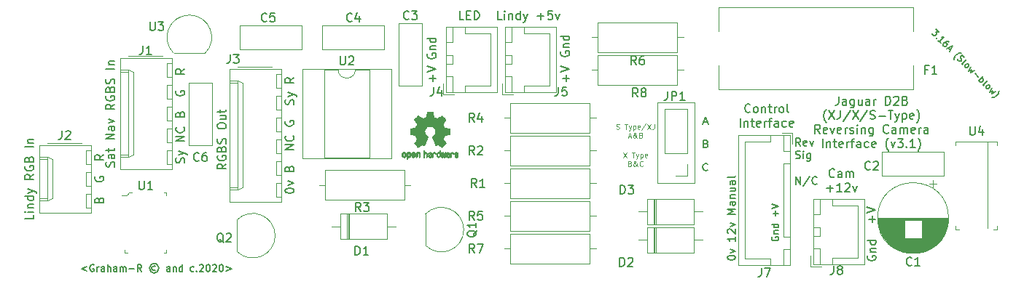
<source format=gbr>
G04 #@! TF.GenerationSoftware,KiCad,Pcbnew,5.1.5-1.fc31*
G04 #@! TF.CreationDate,2020-04-28T16:34:52+01:00*
G04 #@! TF.ProjectId,ReversingCam_FSAV433_v3.1,52657665-7273-4696-9e67-43616d5f4653,V3.1*
G04 #@! TF.SameCoordinates,Original*
G04 #@! TF.FileFunction,Legend,Top*
G04 #@! TF.FilePolarity,Positive*
%FSLAX46Y46*%
G04 Gerber Fmt 4.6, Leading zero omitted, Abs format (unit mm)*
G04 Created by KiCad (PCBNEW 5.1.5-1.fc31) date 2020-04-28 16:34:52*
%MOMM*%
%LPD*%
G04 APERTURE LIST*
%ADD10C,0.120000*%
%ADD11C,0.150000*%
%ADD12C,0.125000*%
%ADD13C,0.100000*%
%ADD14C,0.010000*%
G04 APERTURE END LIST*
D10*
X100076000Y-46228000D02*
X100076000Y-36830000D01*
X104394000Y-46228000D02*
X100076000Y-46228000D01*
X104394000Y-36830000D02*
X104394000Y-46228000D01*
X100076000Y-36830000D02*
X104394000Y-36830000D01*
D11*
X105425904Y-39089333D02*
X105902095Y-39089333D01*
X105330666Y-39317904D02*
X105664000Y-38517904D01*
X105997333Y-39317904D01*
X105735428Y-41598857D02*
X105878285Y-41636952D01*
X105925904Y-41675047D01*
X105973523Y-41751238D01*
X105973523Y-41865523D01*
X105925904Y-41941714D01*
X105878285Y-41979809D01*
X105783047Y-42017904D01*
X105402095Y-42017904D01*
X105402095Y-41217904D01*
X105735428Y-41217904D01*
X105830666Y-41256000D01*
X105878285Y-41294095D01*
X105925904Y-41370285D01*
X105925904Y-41446476D01*
X105878285Y-41522666D01*
X105830666Y-41560761D01*
X105735428Y-41598857D01*
X105402095Y-41598857D01*
X105973523Y-44641714D02*
X105925904Y-44679809D01*
X105783047Y-44717904D01*
X105687809Y-44717904D01*
X105544952Y-44679809D01*
X105449714Y-44603619D01*
X105402095Y-44527428D01*
X105354476Y-44375047D01*
X105354476Y-44260761D01*
X105402095Y-44108380D01*
X105449714Y-44032190D01*
X105544952Y-43956000D01*
X105687809Y-43917904D01*
X105783047Y-43917904D01*
X105925904Y-43956000D01*
X105973523Y-43994095D01*
X124531500Y-54681357D02*
X124483880Y-54776595D01*
X124483880Y-54919452D01*
X124531500Y-55062309D01*
X124626738Y-55157547D01*
X124721976Y-55205166D01*
X124912452Y-55252785D01*
X125055309Y-55252785D01*
X125245785Y-55205166D01*
X125341023Y-55157547D01*
X125436261Y-55062309D01*
X125483880Y-54919452D01*
X125483880Y-54824214D01*
X125436261Y-54681357D01*
X125388642Y-54633738D01*
X125055309Y-54633738D01*
X125055309Y-54824214D01*
X124817214Y-54205166D02*
X125483880Y-54205166D01*
X124912452Y-54205166D02*
X124864833Y-54157547D01*
X124817214Y-54062309D01*
X124817214Y-53919452D01*
X124864833Y-53824214D01*
X124960071Y-53776595D01*
X125483880Y-53776595D01*
X125483880Y-52871833D02*
X124483880Y-52871833D01*
X125436261Y-52871833D02*
X125483880Y-52967071D01*
X125483880Y-53157547D01*
X125436261Y-53252785D01*
X125388642Y-53300404D01*
X125293404Y-53348023D01*
X125007690Y-53348023D01*
X124912452Y-53300404D01*
X124864833Y-53252785D01*
X124817214Y-53157547D01*
X124817214Y-52967071D01*
X124864833Y-52871833D01*
X125039428Y-50784023D02*
X125039428Y-50022119D01*
X125420380Y-50403071D02*
X124658476Y-50403071D01*
X124420380Y-49688785D02*
X125420380Y-49355452D01*
X124420380Y-49022119D01*
D12*
X96121714Y-42592928D02*
X96521714Y-43192928D01*
X96521714Y-42592928D02*
X96121714Y-43192928D01*
X97121714Y-42592928D02*
X97464571Y-42592928D01*
X97293142Y-43192928D02*
X97293142Y-42592928D01*
X97607428Y-42792928D02*
X97750285Y-43192928D01*
X97893142Y-42792928D02*
X97750285Y-43192928D01*
X97693142Y-43335785D01*
X97664571Y-43364357D01*
X97607428Y-43392928D01*
X98121714Y-42792928D02*
X98121714Y-43392928D01*
X98121714Y-42821500D02*
X98178857Y-42792928D01*
X98293142Y-42792928D01*
X98350285Y-42821500D01*
X98378857Y-42850071D01*
X98407428Y-42907214D01*
X98407428Y-43078642D01*
X98378857Y-43135785D01*
X98350285Y-43164357D01*
X98293142Y-43192928D01*
X98178857Y-43192928D01*
X98121714Y-43164357D01*
X98893142Y-43164357D02*
X98836000Y-43192928D01*
X98721714Y-43192928D01*
X98664571Y-43164357D01*
X98636000Y-43107214D01*
X98636000Y-42878642D01*
X98664571Y-42821500D01*
X98721714Y-42792928D01*
X98836000Y-42792928D01*
X98893142Y-42821500D01*
X98921714Y-42878642D01*
X98921714Y-42935785D01*
X98636000Y-42992928D01*
X96907428Y-43903642D02*
X96993142Y-43932214D01*
X97021714Y-43960785D01*
X97050285Y-44017928D01*
X97050285Y-44103642D01*
X97021714Y-44160785D01*
X96993142Y-44189357D01*
X96936000Y-44217928D01*
X96707428Y-44217928D01*
X96707428Y-43617928D01*
X96907428Y-43617928D01*
X96964571Y-43646500D01*
X96993142Y-43675071D01*
X97021714Y-43732214D01*
X97021714Y-43789357D01*
X96993142Y-43846500D01*
X96964571Y-43875071D01*
X96907428Y-43903642D01*
X96707428Y-43903642D01*
X97793142Y-44217928D02*
X97764571Y-44217928D01*
X97707428Y-44189357D01*
X97621714Y-44103642D01*
X97478857Y-43932214D01*
X97421714Y-43846500D01*
X97393142Y-43760785D01*
X97393142Y-43703642D01*
X97421714Y-43646500D01*
X97478857Y-43617928D01*
X97507428Y-43617928D01*
X97564571Y-43646500D01*
X97593142Y-43703642D01*
X97593142Y-43732214D01*
X97564571Y-43789357D01*
X97536000Y-43817928D01*
X97364571Y-43932214D01*
X97336000Y-43960785D01*
X97307428Y-44017928D01*
X97307428Y-44103642D01*
X97336000Y-44160785D01*
X97364571Y-44189357D01*
X97421714Y-44217928D01*
X97507428Y-44217928D01*
X97564571Y-44189357D01*
X97593142Y-44160785D01*
X97678857Y-44046500D01*
X97707428Y-43960785D01*
X97707428Y-43903642D01*
X98393142Y-44160785D02*
X98364571Y-44189357D01*
X98278857Y-44217928D01*
X98221714Y-44217928D01*
X98136000Y-44189357D01*
X98078857Y-44132214D01*
X98050285Y-44075071D01*
X98021714Y-43960785D01*
X98021714Y-43875071D01*
X98050285Y-43760785D01*
X98078857Y-43703642D01*
X98136000Y-43646500D01*
X98221714Y-43617928D01*
X98278857Y-43617928D01*
X98364571Y-43646500D01*
X98393142Y-43675071D01*
D11*
X116713571Y-41845142D02*
X116413571Y-41416571D01*
X116199285Y-41845142D02*
X116199285Y-40945142D01*
X116542142Y-40945142D01*
X116627857Y-40988000D01*
X116670714Y-41030857D01*
X116713571Y-41116571D01*
X116713571Y-41245142D01*
X116670714Y-41330857D01*
X116627857Y-41373714D01*
X116542142Y-41416571D01*
X116199285Y-41416571D01*
X117442142Y-41802285D02*
X117356428Y-41845142D01*
X117185000Y-41845142D01*
X117099285Y-41802285D01*
X117056428Y-41716571D01*
X117056428Y-41373714D01*
X117099285Y-41288000D01*
X117185000Y-41245142D01*
X117356428Y-41245142D01*
X117442142Y-41288000D01*
X117485000Y-41373714D01*
X117485000Y-41459428D01*
X117056428Y-41545142D01*
X117785000Y-41245142D02*
X117999285Y-41845142D01*
X118213571Y-41245142D01*
X116156428Y-43302285D02*
X116285000Y-43345142D01*
X116499285Y-43345142D01*
X116585000Y-43302285D01*
X116627857Y-43259428D01*
X116670714Y-43173714D01*
X116670714Y-43088000D01*
X116627857Y-43002285D01*
X116585000Y-42959428D01*
X116499285Y-42916571D01*
X116327857Y-42873714D01*
X116242142Y-42830857D01*
X116199285Y-42788000D01*
X116156428Y-42702285D01*
X116156428Y-42616571D01*
X116199285Y-42530857D01*
X116242142Y-42488000D01*
X116327857Y-42445142D01*
X116542142Y-42445142D01*
X116670714Y-42488000D01*
X117056428Y-43345142D02*
X117056428Y-42745142D01*
X117056428Y-42445142D02*
X117013571Y-42488000D01*
X117056428Y-42530857D01*
X117099285Y-42488000D01*
X117056428Y-42445142D01*
X117056428Y-42530857D01*
X117870714Y-42745142D02*
X117870714Y-43473714D01*
X117827857Y-43559428D01*
X117785000Y-43602285D01*
X117699285Y-43645142D01*
X117570714Y-43645142D01*
X117485000Y-43602285D01*
X117870714Y-43302285D02*
X117785000Y-43345142D01*
X117613571Y-43345142D01*
X117527857Y-43302285D01*
X117485000Y-43259428D01*
X117442142Y-43173714D01*
X117442142Y-42916571D01*
X117485000Y-42830857D01*
X117527857Y-42788000D01*
X117613571Y-42745142D01*
X117785000Y-42745142D01*
X117870714Y-42788000D01*
X116199285Y-46345142D02*
X116199285Y-45445142D01*
X116713571Y-46345142D01*
X116713571Y-45445142D01*
X117785000Y-45402285D02*
X117013571Y-46559428D01*
X118599285Y-46259428D02*
X118556428Y-46302285D01*
X118427857Y-46345142D01*
X118342142Y-46345142D01*
X118213571Y-46302285D01*
X118127857Y-46216571D01*
X118085000Y-46130857D01*
X118042142Y-45959428D01*
X118042142Y-45830857D01*
X118085000Y-45659428D01*
X118127857Y-45573714D01*
X118213571Y-45488000D01*
X118342142Y-45445142D01*
X118427857Y-45445142D01*
X118556428Y-45488000D01*
X118599285Y-45530857D01*
X110871238Y-37886142D02*
X110823619Y-37933761D01*
X110680761Y-37981380D01*
X110585523Y-37981380D01*
X110442666Y-37933761D01*
X110347428Y-37838523D01*
X110299809Y-37743285D01*
X110252190Y-37552809D01*
X110252190Y-37409952D01*
X110299809Y-37219476D01*
X110347428Y-37124238D01*
X110442666Y-37029000D01*
X110585523Y-36981380D01*
X110680761Y-36981380D01*
X110823619Y-37029000D01*
X110871238Y-37076619D01*
X111442666Y-37981380D02*
X111347428Y-37933761D01*
X111299809Y-37886142D01*
X111252190Y-37790904D01*
X111252190Y-37505190D01*
X111299809Y-37409952D01*
X111347428Y-37362333D01*
X111442666Y-37314714D01*
X111585523Y-37314714D01*
X111680761Y-37362333D01*
X111728380Y-37409952D01*
X111776000Y-37505190D01*
X111776000Y-37790904D01*
X111728380Y-37886142D01*
X111680761Y-37933761D01*
X111585523Y-37981380D01*
X111442666Y-37981380D01*
X112204571Y-37314714D02*
X112204571Y-37981380D01*
X112204571Y-37409952D02*
X112252190Y-37362333D01*
X112347428Y-37314714D01*
X112490285Y-37314714D01*
X112585523Y-37362333D01*
X112633142Y-37457571D01*
X112633142Y-37981380D01*
X112966476Y-37314714D02*
X113347428Y-37314714D01*
X113109333Y-36981380D02*
X113109333Y-37838523D01*
X113156952Y-37933761D01*
X113252190Y-37981380D01*
X113347428Y-37981380D01*
X113680761Y-37981380D02*
X113680761Y-37314714D01*
X113680761Y-37505190D02*
X113728380Y-37409952D01*
X113776000Y-37362333D01*
X113871238Y-37314714D01*
X113966476Y-37314714D01*
X114442666Y-37981380D02*
X114347428Y-37933761D01*
X114299809Y-37886142D01*
X114252190Y-37790904D01*
X114252190Y-37505190D01*
X114299809Y-37409952D01*
X114347428Y-37362333D01*
X114442666Y-37314714D01*
X114585523Y-37314714D01*
X114680761Y-37362333D01*
X114728380Y-37409952D01*
X114776000Y-37505190D01*
X114776000Y-37790904D01*
X114728380Y-37886142D01*
X114680761Y-37933761D01*
X114585523Y-37981380D01*
X114442666Y-37981380D01*
X115347428Y-37981380D02*
X115252190Y-37933761D01*
X115204571Y-37838523D01*
X115204571Y-36981380D01*
X109704571Y-39631380D02*
X109704571Y-38631380D01*
X110180761Y-38964714D02*
X110180761Y-39631380D01*
X110180761Y-39059952D02*
X110228380Y-39012333D01*
X110323619Y-38964714D01*
X110466476Y-38964714D01*
X110561714Y-39012333D01*
X110609333Y-39107571D01*
X110609333Y-39631380D01*
X110942666Y-38964714D02*
X111323619Y-38964714D01*
X111085523Y-38631380D02*
X111085523Y-39488523D01*
X111133142Y-39583761D01*
X111228380Y-39631380D01*
X111323619Y-39631380D01*
X112037904Y-39583761D02*
X111942666Y-39631380D01*
X111752190Y-39631380D01*
X111656952Y-39583761D01*
X111609333Y-39488523D01*
X111609333Y-39107571D01*
X111656952Y-39012333D01*
X111752190Y-38964714D01*
X111942666Y-38964714D01*
X112037904Y-39012333D01*
X112085523Y-39107571D01*
X112085523Y-39202809D01*
X111609333Y-39298047D01*
X112514095Y-39631380D02*
X112514095Y-38964714D01*
X112514095Y-39155190D02*
X112561714Y-39059952D01*
X112609333Y-39012333D01*
X112704571Y-38964714D01*
X112799809Y-38964714D01*
X112990285Y-38964714D02*
X113371238Y-38964714D01*
X113133142Y-39631380D02*
X113133142Y-38774238D01*
X113180761Y-38679000D01*
X113276000Y-38631380D01*
X113371238Y-38631380D01*
X114133142Y-39631380D02*
X114133142Y-39107571D01*
X114085523Y-39012333D01*
X113990285Y-38964714D01*
X113799809Y-38964714D01*
X113704571Y-39012333D01*
X114133142Y-39583761D02*
X114037904Y-39631380D01*
X113799809Y-39631380D01*
X113704571Y-39583761D01*
X113656952Y-39488523D01*
X113656952Y-39393285D01*
X113704571Y-39298047D01*
X113799809Y-39250428D01*
X114037904Y-39250428D01*
X114133142Y-39202809D01*
X115037904Y-39583761D02*
X114942666Y-39631380D01*
X114752190Y-39631380D01*
X114656952Y-39583761D01*
X114609333Y-39536142D01*
X114561714Y-39440904D01*
X114561714Y-39155190D01*
X114609333Y-39059952D01*
X114656952Y-39012333D01*
X114752190Y-38964714D01*
X114942666Y-38964714D01*
X115037904Y-39012333D01*
X115847428Y-39583761D02*
X115752190Y-39631380D01*
X115561714Y-39631380D01*
X115466476Y-39583761D01*
X115418857Y-39488523D01*
X115418857Y-39107571D01*
X115466476Y-39012333D01*
X115561714Y-38964714D01*
X115752190Y-38964714D01*
X115847428Y-39012333D01*
X115895047Y-39107571D01*
X115895047Y-39202809D01*
X115418857Y-39298047D01*
X113392000Y-52457142D02*
X113353904Y-52533333D01*
X113353904Y-52647619D01*
X113392000Y-52761904D01*
X113468190Y-52838095D01*
X113544380Y-52876190D01*
X113696761Y-52914285D01*
X113811047Y-52914285D01*
X113963428Y-52876190D01*
X114039619Y-52838095D01*
X114115809Y-52761904D01*
X114153904Y-52647619D01*
X114153904Y-52571428D01*
X114115809Y-52457142D01*
X114077714Y-52419047D01*
X113811047Y-52419047D01*
X113811047Y-52571428D01*
X113620571Y-52076190D02*
X114153904Y-52076190D01*
X113696761Y-52076190D02*
X113658666Y-52038095D01*
X113620571Y-51961904D01*
X113620571Y-51847619D01*
X113658666Y-51771428D01*
X113734857Y-51733333D01*
X114153904Y-51733333D01*
X114153904Y-51009523D02*
X113353904Y-51009523D01*
X114115809Y-51009523D02*
X114153904Y-51085714D01*
X114153904Y-51238095D01*
X114115809Y-51314285D01*
X114077714Y-51352380D01*
X114001523Y-51390476D01*
X113772952Y-51390476D01*
X113696761Y-51352380D01*
X113658666Y-51314285D01*
X113620571Y-51238095D01*
X113620571Y-51085714D01*
X113658666Y-51009523D01*
X113849142Y-50019047D02*
X113849142Y-49409523D01*
X114153904Y-49714285D02*
X113544380Y-49714285D01*
X113353904Y-49142857D02*
X114153904Y-48876190D01*
X113353904Y-48609523D01*
X120665976Y-45442642D02*
X120618357Y-45490261D01*
X120475500Y-45537880D01*
X120380261Y-45537880D01*
X120237404Y-45490261D01*
X120142166Y-45395023D01*
X120094547Y-45299785D01*
X120046928Y-45109309D01*
X120046928Y-44966452D01*
X120094547Y-44775976D01*
X120142166Y-44680738D01*
X120237404Y-44585500D01*
X120380261Y-44537880D01*
X120475500Y-44537880D01*
X120618357Y-44585500D01*
X120665976Y-44633119D01*
X121523119Y-45537880D02*
X121523119Y-45014071D01*
X121475500Y-44918833D01*
X121380261Y-44871214D01*
X121189785Y-44871214D01*
X121094547Y-44918833D01*
X121523119Y-45490261D02*
X121427880Y-45537880D01*
X121189785Y-45537880D01*
X121094547Y-45490261D01*
X121046928Y-45395023D01*
X121046928Y-45299785D01*
X121094547Y-45204547D01*
X121189785Y-45156928D01*
X121427880Y-45156928D01*
X121523119Y-45109309D01*
X121999309Y-45537880D02*
X121999309Y-44871214D01*
X121999309Y-44966452D02*
X122046928Y-44918833D01*
X122142166Y-44871214D01*
X122285023Y-44871214D01*
X122380261Y-44918833D01*
X122427880Y-45014071D01*
X122427880Y-45537880D01*
X122427880Y-45014071D02*
X122475500Y-44918833D01*
X122570738Y-44871214D01*
X122713595Y-44871214D01*
X122808833Y-44918833D01*
X122856452Y-45014071D01*
X122856452Y-45537880D01*
X119761214Y-46806928D02*
X120523119Y-46806928D01*
X120142166Y-47187880D02*
X120142166Y-46425976D01*
X121523119Y-47187880D02*
X120951690Y-47187880D01*
X121237404Y-47187880D02*
X121237404Y-46187880D01*
X121142166Y-46330738D01*
X121046928Y-46425976D01*
X120951690Y-46473595D01*
X121904071Y-46283119D02*
X121951690Y-46235500D01*
X122046928Y-46187880D01*
X122285023Y-46187880D01*
X122380261Y-46235500D01*
X122427880Y-46283119D01*
X122475500Y-46378357D01*
X122475500Y-46473595D01*
X122427880Y-46616452D01*
X121856452Y-47187880D01*
X122475500Y-47187880D01*
X122808833Y-46521214D02*
X123046928Y-47187880D01*
X123285023Y-46521214D01*
X108219142Y-54942000D02*
X108219142Y-54856285D01*
X108262000Y-54770571D01*
X108304857Y-54727714D01*
X108390571Y-54684857D01*
X108562000Y-54642000D01*
X108776285Y-54642000D01*
X108947714Y-54684857D01*
X109033428Y-54727714D01*
X109076285Y-54770571D01*
X109119142Y-54856285D01*
X109119142Y-54942000D01*
X109076285Y-55027714D01*
X109033428Y-55070571D01*
X108947714Y-55113428D01*
X108776285Y-55156285D01*
X108562000Y-55156285D01*
X108390571Y-55113428D01*
X108304857Y-55070571D01*
X108262000Y-55027714D01*
X108219142Y-54942000D01*
X108519142Y-54342000D02*
X109119142Y-54127714D01*
X108519142Y-53913428D01*
X109119142Y-52413428D02*
X109119142Y-52927714D01*
X109119142Y-52670571D02*
X108219142Y-52670571D01*
X108347714Y-52756285D01*
X108433428Y-52842000D01*
X108476285Y-52927714D01*
X108304857Y-52070571D02*
X108262000Y-52027714D01*
X108219142Y-51942000D01*
X108219142Y-51727714D01*
X108262000Y-51642000D01*
X108304857Y-51599142D01*
X108390571Y-51556285D01*
X108476285Y-51556285D01*
X108604857Y-51599142D01*
X109119142Y-52113428D01*
X109119142Y-51556285D01*
X108519142Y-51256285D02*
X109119142Y-51042000D01*
X108519142Y-50827714D01*
X109119142Y-49799142D02*
X108219142Y-49799142D01*
X108862000Y-49499142D01*
X108219142Y-49199142D01*
X109119142Y-49199142D01*
X109119142Y-48384857D02*
X108647714Y-48384857D01*
X108562000Y-48427714D01*
X108519142Y-48513428D01*
X108519142Y-48684857D01*
X108562000Y-48770571D01*
X109076285Y-48384857D02*
X109119142Y-48470571D01*
X109119142Y-48684857D01*
X109076285Y-48770571D01*
X108990571Y-48813428D01*
X108904857Y-48813428D01*
X108819142Y-48770571D01*
X108776285Y-48684857D01*
X108776285Y-48470571D01*
X108733428Y-48384857D01*
X108519142Y-47956285D02*
X109119142Y-47956285D01*
X108604857Y-47956285D02*
X108562000Y-47913428D01*
X108519142Y-47827714D01*
X108519142Y-47699142D01*
X108562000Y-47613428D01*
X108647714Y-47570571D01*
X109119142Y-47570571D01*
X108519142Y-46756285D02*
X109119142Y-46756285D01*
X108519142Y-47142000D02*
X108990571Y-47142000D01*
X109076285Y-47099142D01*
X109119142Y-47013428D01*
X109119142Y-46884857D01*
X109076285Y-46799142D01*
X109033428Y-46756285D01*
X109119142Y-45942000D02*
X108647714Y-45942000D01*
X108562000Y-45984857D01*
X108519142Y-46070571D01*
X108519142Y-46242000D01*
X108562000Y-46327714D01*
X109076285Y-45942000D02*
X109119142Y-46027714D01*
X109119142Y-46242000D01*
X109076285Y-46327714D01*
X108990571Y-46370571D01*
X108904857Y-46370571D01*
X108819142Y-46327714D01*
X108776285Y-46242000D01*
X108776285Y-46027714D01*
X108733428Y-45942000D01*
X109119142Y-45384857D02*
X109076285Y-45470571D01*
X108990571Y-45513428D01*
X108219142Y-45513428D01*
D12*
X95321714Y-39862357D02*
X95407428Y-39890928D01*
X95550285Y-39890928D01*
X95607428Y-39862357D01*
X95636000Y-39833785D01*
X95664571Y-39776642D01*
X95664571Y-39719500D01*
X95636000Y-39662357D01*
X95607428Y-39633785D01*
X95550285Y-39605214D01*
X95436000Y-39576642D01*
X95378857Y-39548071D01*
X95350285Y-39519500D01*
X95321714Y-39462357D01*
X95321714Y-39405214D01*
X95350285Y-39348071D01*
X95378857Y-39319500D01*
X95436000Y-39290928D01*
X95578857Y-39290928D01*
X95664571Y-39319500D01*
X96293142Y-39290928D02*
X96636000Y-39290928D01*
X96464571Y-39890928D02*
X96464571Y-39290928D01*
X96778857Y-39490928D02*
X96921714Y-39890928D01*
X97064571Y-39490928D02*
X96921714Y-39890928D01*
X96864571Y-40033785D01*
X96836000Y-40062357D01*
X96778857Y-40090928D01*
X97293142Y-39490928D02*
X97293142Y-40090928D01*
X97293142Y-39519500D02*
X97350285Y-39490928D01*
X97464571Y-39490928D01*
X97521714Y-39519500D01*
X97550285Y-39548071D01*
X97578857Y-39605214D01*
X97578857Y-39776642D01*
X97550285Y-39833785D01*
X97521714Y-39862357D01*
X97464571Y-39890928D01*
X97350285Y-39890928D01*
X97293142Y-39862357D01*
X98064571Y-39862357D02*
X98007428Y-39890928D01*
X97893142Y-39890928D01*
X97836000Y-39862357D01*
X97807428Y-39805214D01*
X97807428Y-39576642D01*
X97836000Y-39519500D01*
X97893142Y-39490928D01*
X98007428Y-39490928D01*
X98064571Y-39519500D01*
X98093142Y-39576642D01*
X98093142Y-39633785D01*
X97807428Y-39690928D01*
X98778857Y-39262357D02*
X98264571Y-40033785D01*
X98921714Y-39290928D02*
X99321714Y-39890928D01*
X99321714Y-39290928D02*
X98921714Y-39890928D01*
X99721714Y-39290928D02*
X99721714Y-39719500D01*
X99693142Y-39805214D01*
X99636000Y-39862357D01*
X99550285Y-39890928D01*
X99493142Y-39890928D01*
X96721714Y-40744500D02*
X97007428Y-40744500D01*
X96664571Y-40915928D02*
X96864571Y-40315928D01*
X97064571Y-40915928D01*
X97750285Y-40915928D02*
X97721714Y-40915928D01*
X97664571Y-40887357D01*
X97578857Y-40801642D01*
X97436000Y-40630214D01*
X97378857Y-40544500D01*
X97350285Y-40458785D01*
X97350285Y-40401642D01*
X97378857Y-40344500D01*
X97436000Y-40315928D01*
X97464571Y-40315928D01*
X97521714Y-40344500D01*
X97550285Y-40401642D01*
X97550285Y-40430214D01*
X97521714Y-40487357D01*
X97493142Y-40515928D01*
X97321714Y-40630214D01*
X97293142Y-40658785D01*
X97264571Y-40715928D01*
X97264571Y-40801642D01*
X97293142Y-40858785D01*
X97321714Y-40887357D01*
X97378857Y-40915928D01*
X97464571Y-40915928D01*
X97521714Y-40887357D01*
X97550285Y-40858785D01*
X97636000Y-40744500D01*
X97664571Y-40658785D01*
X97664571Y-40601642D01*
X98207428Y-40601642D02*
X98293142Y-40630214D01*
X98321714Y-40658785D01*
X98350285Y-40715928D01*
X98350285Y-40801642D01*
X98321714Y-40858785D01*
X98293142Y-40887357D01*
X98236000Y-40915928D01*
X98007428Y-40915928D01*
X98007428Y-40315928D01*
X98207428Y-40315928D01*
X98264571Y-40344500D01*
X98293142Y-40373071D01*
X98321714Y-40430214D01*
X98321714Y-40487357D01*
X98293142Y-40544500D01*
X98264571Y-40573071D01*
X98207428Y-40601642D01*
X98007428Y-40601642D01*
D11*
X33814761Y-55962571D02*
X33205238Y-56191142D01*
X33814761Y-56419714D01*
X34614761Y-55734000D02*
X34538571Y-55695904D01*
X34424285Y-55695904D01*
X34310000Y-55734000D01*
X34233809Y-55810190D01*
X34195714Y-55886380D01*
X34157619Y-56038761D01*
X34157619Y-56153047D01*
X34195714Y-56305428D01*
X34233809Y-56381619D01*
X34310000Y-56457809D01*
X34424285Y-56495904D01*
X34500476Y-56495904D01*
X34614761Y-56457809D01*
X34652857Y-56419714D01*
X34652857Y-56153047D01*
X34500476Y-56153047D01*
X34995714Y-56495904D02*
X34995714Y-55962571D01*
X34995714Y-56114952D02*
X35033809Y-56038761D01*
X35071904Y-56000666D01*
X35148095Y-55962571D01*
X35224285Y-55962571D01*
X35833809Y-56495904D02*
X35833809Y-56076857D01*
X35795714Y-56000666D01*
X35719523Y-55962571D01*
X35567142Y-55962571D01*
X35490952Y-56000666D01*
X35833809Y-56457809D02*
X35757619Y-56495904D01*
X35567142Y-56495904D01*
X35490952Y-56457809D01*
X35452857Y-56381619D01*
X35452857Y-56305428D01*
X35490952Y-56229238D01*
X35567142Y-56191142D01*
X35757619Y-56191142D01*
X35833809Y-56153047D01*
X36214761Y-56495904D02*
X36214761Y-55695904D01*
X36557619Y-56495904D02*
X36557619Y-56076857D01*
X36519523Y-56000666D01*
X36443333Y-55962571D01*
X36329047Y-55962571D01*
X36252857Y-56000666D01*
X36214761Y-56038761D01*
X37281428Y-56495904D02*
X37281428Y-56076857D01*
X37243333Y-56000666D01*
X37167142Y-55962571D01*
X37014761Y-55962571D01*
X36938571Y-56000666D01*
X37281428Y-56457809D02*
X37205238Y-56495904D01*
X37014761Y-56495904D01*
X36938571Y-56457809D01*
X36900476Y-56381619D01*
X36900476Y-56305428D01*
X36938571Y-56229238D01*
X37014761Y-56191142D01*
X37205238Y-56191142D01*
X37281428Y-56153047D01*
X37662380Y-56495904D02*
X37662380Y-55962571D01*
X37662380Y-56038761D02*
X37700476Y-56000666D01*
X37776666Y-55962571D01*
X37890952Y-55962571D01*
X37967142Y-56000666D01*
X38005238Y-56076857D01*
X38005238Y-56495904D01*
X38005238Y-56076857D02*
X38043333Y-56000666D01*
X38119523Y-55962571D01*
X38233809Y-55962571D01*
X38310000Y-56000666D01*
X38348095Y-56076857D01*
X38348095Y-56495904D01*
X38729047Y-56191142D02*
X39338571Y-56191142D01*
X40176666Y-56495904D02*
X39910000Y-56114952D01*
X39719523Y-56495904D02*
X39719523Y-55695904D01*
X40024285Y-55695904D01*
X40100476Y-55734000D01*
X40138571Y-55772095D01*
X40176666Y-55848285D01*
X40176666Y-55962571D01*
X40138571Y-56038761D01*
X40100476Y-56076857D01*
X40024285Y-56114952D01*
X39719523Y-56114952D01*
X41776666Y-55886380D02*
X41700476Y-55848285D01*
X41548095Y-55848285D01*
X41471904Y-55886380D01*
X41395714Y-55962571D01*
X41357619Y-56038761D01*
X41357619Y-56191142D01*
X41395714Y-56267333D01*
X41471904Y-56343523D01*
X41548095Y-56381619D01*
X41700476Y-56381619D01*
X41776666Y-56343523D01*
X41624285Y-55581619D02*
X41433809Y-55619714D01*
X41243333Y-55734000D01*
X41129047Y-55924476D01*
X41090952Y-56114952D01*
X41129047Y-56305428D01*
X41243333Y-56495904D01*
X41433809Y-56610190D01*
X41624285Y-56648285D01*
X41814761Y-56610190D01*
X42005238Y-56495904D01*
X42119523Y-56305428D01*
X42157619Y-56114952D01*
X42119523Y-55924476D01*
X42005238Y-55734000D01*
X41814761Y-55619714D01*
X41624285Y-55581619D01*
X43452857Y-56495904D02*
X43452857Y-56076857D01*
X43414761Y-56000666D01*
X43338571Y-55962571D01*
X43186190Y-55962571D01*
X43110000Y-56000666D01*
X43452857Y-56457809D02*
X43376666Y-56495904D01*
X43186190Y-56495904D01*
X43110000Y-56457809D01*
X43071904Y-56381619D01*
X43071904Y-56305428D01*
X43110000Y-56229238D01*
X43186190Y-56191142D01*
X43376666Y-56191142D01*
X43452857Y-56153047D01*
X43833809Y-55962571D02*
X43833809Y-56495904D01*
X43833809Y-56038761D02*
X43871904Y-56000666D01*
X43948095Y-55962571D01*
X44062380Y-55962571D01*
X44138571Y-56000666D01*
X44176666Y-56076857D01*
X44176666Y-56495904D01*
X44900476Y-56495904D02*
X44900476Y-55695904D01*
X44900476Y-56457809D02*
X44824285Y-56495904D01*
X44671904Y-56495904D01*
X44595714Y-56457809D01*
X44557619Y-56419714D01*
X44519523Y-56343523D01*
X44519523Y-56114952D01*
X44557619Y-56038761D01*
X44595714Y-56000666D01*
X44671904Y-55962571D01*
X44824285Y-55962571D01*
X44900476Y-56000666D01*
X46233809Y-56457809D02*
X46157619Y-56495904D01*
X46005238Y-56495904D01*
X45929047Y-56457809D01*
X45890952Y-56419714D01*
X45852857Y-56343523D01*
X45852857Y-56114952D01*
X45890952Y-56038761D01*
X45929047Y-56000666D01*
X46005238Y-55962571D01*
X46157619Y-55962571D01*
X46233809Y-56000666D01*
X46576666Y-56419714D02*
X46614761Y-56457809D01*
X46576666Y-56495904D01*
X46538571Y-56457809D01*
X46576666Y-56419714D01*
X46576666Y-56495904D01*
X46919523Y-55772095D02*
X46957619Y-55734000D01*
X47033809Y-55695904D01*
X47224285Y-55695904D01*
X47300476Y-55734000D01*
X47338571Y-55772095D01*
X47376666Y-55848285D01*
X47376666Y-55924476D01*
X47338571Y-56038761D01*
X46881428Y-56495904D01*
X47376666Y-56495904D01*
X47871904Y-55695904D02*
X47948095Y-55695904D01*
X48024285Y-55734000D01*
X48062380Y-55772095D01*
X48100476Y-55848285D01*
X48138571Y-56000666D01*
X48138571Y-56191142D01*
X48100476Y-56343523D01*
X48062380Y-56419714D01*
X48024285Y-56457809D01*
X47948095Y-56495904D01*
X47871904Y-56495904D01*
X47795714Y-56457809D01*
X47757619Y-56419714D01*
X47719523Y-56343523D01*
X47681428Y-56191142D01*
X47681428Y-56000666D01*
X47719523Y-55848285D01*
X47757619Y-55772095D01*
X47795714Y-55734000D01*
X47871904Y-55695904D01*
X48443333Y-55772095D02*
X48481428Y-55734000D01*
X48557619Y-55695904D01*
X48748095Y-55695904D01*
X48824285Y-55734000D01*
X48862380Y-55772095D01*
X48900476Y-55848285D01*
X48900476Y-55924476D01*
X48862380Y-56038761D01*
X48405238Y-56495904D01*
X48900476Y-56495904D01*
X49395714Y-55695904D02*
X49471904Y-55695904D01*
X49548095Y-55734000D01*
X49586190Y-55772095D01*
X49624285Y-55848285D01*
X49662380Y-56000666D01*
X49662380Y-56191142D01*
X49624285Y-56343523D01*
X49586190Y-56419714D01*
X49548095Y-56457809D01*
X49471904Y-56495904D01*
X49395714Y-56495904D01*
X49319523Y-56457809D01*
X49281428Y-56419714D01*
X49243333Y-56343523D01*
X49205238Y-56191142D01*
X49205238Y-56000666D01*
X49243333Y-55848285D01*
X49281428Y-55772095D01*
X49319523Y-55734000D01*
X49395714Y-55695904D01*
X50005238Y-55962571D02*
X50614761Y-56191142D01*
X50005238Y-56419714D01*
X121134666Y-36093380D02*
X121134666Y-36807666D01*
X121087047Y-36950523D01*
X120991809Y-37045761D01*
X120848952Y-37093380D01*
X120753714Y-37093380D01*
X122039428Y-37093380D02*
X122039428Y-36569571D01*
X121991809Y-36474333D01*
X121896571Y-36426714D01*
X121706095Y-36426714D01*
X121610857Y-36474333D01*
X122039428Y-37045761D02*
X121944190Y-37093380D01*
X121706095Y-37093380D01*
X121610857Y-37045761D01*
X121563238Y-36950523D01*
X121563238Y-36855285D01*
X121610857Y-36760047D01*
X121706095Y-36712428D01*
X121944190Y-36712428D01*
X122039428Y-36664809D01*
X122944190Y-36426714D02*
X122944190Y-37236238D01*
X122896571Y-37331476D01*
X122848952Y-37379095D01*
X122753714Y-37426714D01*
X122610857Y-37426714D01*
X122515619Y-37379095D01*
X122944190Y-37045761D02*
X122848952Y-37093380D01*
X122658476Y-37093380D01*
X122563238Y-37045761D01*
X122515619Y-36998142D01*
X122468000Y-36902904D01*
X122468000Y-36617190D01*
X122515619Y-36521952D01*
X122563238Y-36474333D01*
X122658476Y-36426714D01*
X122848952Y-36426714D01*
X122944190Y-36474333D01*
X123848952Y-36426714D02*
X123848952Y-37093380D01*
X123420380Y-36426714D02*
X123420380Y-36950523D01*
X123468000Y-37045761D01*
X123563238Y-37093380D01*
X123706095Y-37093380D01*
X123801333Y-37045761D01*
X123848952Y-36998142D01*
X124753714Y-37093380D02*
X124753714Y-36569571D01*
X124706095Y-36474333D01*
X124610857Y-36426714D01*
X124420380Y-36426714D01*
X124325142Y-36474333D01*
X124753714Y-37045761D02*
X124658476Y-37093380D01*
X124420380Y-37093380D01*
X124325142Y-37045761D01*
X124277523Y-36950523D01*
X124277523Y-36855285D01*
X124325142Y-36760047D01*
X124420380Y-36712428D01*
X124658476Y-36712428D01*
X124753714Y-36664809D01*
X125229904Y-37093380D02*
X125229904Y-36426714D01*
X125229904Y-36617190D02*
X125277523Y-36521952D01*
X125325142Y-36474333D01*
X125420380Y-36426714D01*
X125515619Y-36426714D01*
X126610857Y-37093380D02*
X126610857Y-36093380D01*
X126848952Y-36093380D01*
X126991809Y-36141000D01*
X127087047Y-36236238D01*
X127134666Y-36331476D01*
X127182285Y-36521952D01*
X127182285Y-36664809D01*
X127134666Y-36855285D01*
X127087047Y-36950523D01*
X126991809Y-37045761D01*
X126848952Y-37093380D01*
X126610857Y-37093380D01*
X127563238Y-36188619D02*
X127610857Y-36141000D01*
X127706095Y-36093380D01*
X127944190Y-36093380D01*
X128039428Y-36141000D01*
X128087047Y-36188619D01*
X128134666Y-36283857D01*
X128134666Y-36379095D01*
X128087047Y-36521952D01*
X127515619Y-37093380D01*
X128134666Y-37093380D01*
X128896571Y-36569571D02*
X129039428Y-36617190D01*
X129087047Y-36664809D01*
X129134666Y-36760047D01*
X129134666Y-36902904D01*
X129087047Y-36998142D01*
X129039428Y-37045761D01*
X128944190Y-37093380D01*
X128563238Y-37093380D01*
X128563238Y-36093380D01*
X128896571Y-36093380D01*
X128991809Y-36141000D01*
X129039428Y-36188619D01*
X129087047Y-36283857D01*
X129087047Y-36379095D01*
X129039428Y-36474333D01*
X128991809Y-36521952D01*
X128896571Y-36569571D01*
X128563238Y-36569571D01*
X119706095Y-39124333D02*
X119658476Y-39076714D01*
X119563238Y-38933857D01*
X119515619Y-38838619D01*
X119468000Y-38695761D01*
X119420380Y-38457666D01*
X119420380Y-38267190D01*
X119468000Y-38029095D01*
X119515619Y-37886238D01*
X119563238Y-37791000D01*
X119658476Y-37648142D01*
X119706095Y-37600523D01*
X119991809Y-37743380D02*
X120658476Y-38743380D01*
X120658476Y-37743380D02*
X119991809Y-38743380D01*
X121325142Y-37743380D02*
X121325142Y-38457666D01*
X121277523Y-38600523D01*
X121182285Y-38695761D01*
X121039428Y-38743380D01*
X120944190Y-38743380D01*
X122515619Y-37695761D02*
X121658476Y-38981476D01*
X122753714Y-37743380D02*
X123420380Y-38743380D01*
X123420380Y-37743380D02*
X122753714Y-38743380D01*
X124515619Y-37695761D02*
X123658476Y-38981476D01*
X124801333Y-38695761D02*
X124944190Y-38743380D01*
X125182285Y-38743380D01*
X125277523Y-38695761D01*
X125325142Y-38648142D01*
X125372761Y-38552904D01*
X125372761Y-38457666D01*
X125325142Y-38362428D01*
X125277523Y-38314809D01*
X125182285Y-38267190D01*
X124991809Y-38219571D01*
X124896571Y-38171952D01*
X124848952Y-38124333D01*
X124801333Y-38029095D01*
X124801333Y-37933857D01*
X124848952Y-37838619D01*
X124896571Y-37791000D01*
X124991809Y-37743380D01*
X125229904Y-37743380D01*
X125372761Y-37791000D01*
X125801333Y-38362428D02*
X126563238Y-38362428D01*
X126896571Y-37743380D02*
X127468000Y-37743380D01*
X127182285Y-38743380D02*
X127182285Y-37743380D01*
X127706095Y-38076714D02*
X127944190Y-38743380D01*
X128182285Y-38076714D02*
X127944190Y-38743380D01*
X127848952Y-38981476D01*
X127801333Y-39029095D01*
X127706095Y-39076714D01*
X128563238Y-38076714D02*
X128563238Y-39076714D01*
X128563238Y-38124333D02*
X128658476Y-38076714D01*
X128848952Y-38076714D01*
X128944190Y-38124333D01*
X128991809Y-38171952D01*
X129039428Y-38267190D01*
X129039428Y-38552904D01*
X128991809Y-38648142D01*
X128944190Y-38695761D01*
X128848952Y-38743380D01*
X128658476Y-38743380D01*
X128563238Y-38695761D01*
X129848952Y-38695761D02*
X129753714Y-38743380D01*
X129563238Y-38743380D01*
X129468000Y-38695761D01*
X129420380Y-38600523D01*
X129420380Y-38219571D01*
X129468000Y-38124333D01*
X129563238Y-38076714D01*
X129753714Y-38076714D01*
X129848952Y-38124333D01*
X129896571Y-38219571D01*
X129896571Y-38314809D01*
X129420380Y-38410047D01*
X130229904Y-39124333D02*
X130277523Y-39076714D01*
X130372761Y-38933857D01*
X130420380Y-38838619D01*
X130468000Y-38695761D01*
X130515619Y-38457666D01*
X130515619Y-38267190D01*
X130468000Y-38029095D01*
X130420380Y-37886238D01*
X130372761Y-37791000D01*
X130277523Y-37648142D01*
X130229904Y-37600523D01*
X118991809Y-40393380D02*
X118658476Y-39917190D01*
X118420380Y-40393380D02*
X118420380Y-39393380D01*
X118801333Y-39393380D01*
X118896571Y-39441000D01*
X118944190Y-39488619D01*
X118991809Y-39583857D01*
X118991809Y-39726714D01*
X118944190Y-39821952D01*
X118896571Y-39869571D01*
X118801333Y-39917190D01*
X118420380Y-39917190D01*
X119801333Y-40345761D02*
X119706095Y-40393380D01*
X119515619Y-40393380D01*
X119420380Y-40345761D01*
X119372761Y-40250523D01*
X119372761Y-39869571D01*
X119420380Y-39774333D01*
X119515619Y-39726714D01*
X119706095Y-39726714D01*
X119801333Y-39774333D01*
X119848952Y-39869571D01*
X119848952Y-39964809D01*
X119372761Y-40060047D01*
X120182285Y-39726714D02*
X120420380Y-40393380D01*
X120658476Y-39726714D01*
X121420380Y-40345761D02*
X121325142Y-40393380D01*
X121134666Y-40393380D01*
X121039428Y-40345761D01*
X120991809Y-40250523D01*
X120991809Y-39869571D01*
X121039428Y-39774333D01*
X121134666Y-39726714D01*
X121325142Y-39726714D01*
X121420380Y-39774333D01*
X121468000Y-39869571D01*
X121468000Y-39964809D01*
X120991809Y-40060047D01*
X121896571Y-40393380D02*
X121896571Y-39726714D01*
X121896571Y-39917190D02*
X121944190Y-39821952D01*
X121991809Y-39774333D01*
X122087047Y-39726714D01*
X122182285Y-39726714D01*
X122468000Y-40345761D02*
X122563238Y-40393380D01*
X122753714Y-40393380D01*
X122848952Y-40345761D01*
X122896571Y-40250523D01*
X122896571Y-40202904D01*
X122848952Y-40107666D01*
X122753714Y-40060047D01*
X122610857Y-40060047D01*
X122515619Y-40012428D01*
X122468000Y-39917190D01*
X122468000Y-39869571D01*
X122515619Y-39774333D01*
X122610857Y-39726714D01*
X122753714Y-39726714D01*
X122848952Y-39774333D01*
X123325142Y-40393380D02*
X123325142Y-39726714D01*
X123325142Y-39393380D02*
X123277523Y-39441000D01*
X123325142Y-39488619D01*
X123372761Y-39441000D01*
X123325142Y-39393380D01*
X123325142Y-39488619D01*
X123801333Y-39726714D02*
X123801333Y-40393380D01*
X123801333Y-39821952D02*
X123848952Y-39774333D01*
X123944190Y-39726714D01*
X124087047Y-39726714D01*
X124182285Y-39774333D01*
X124229904Y-39869571D01*
X124229904Y-40393380D01*
X125134666Y-39726714D02*
X125134666Y-40536238D01*
X125087047Y-40631476D01*
X125039428Y-40679095D01*
X124944190Y-40726714D01*
X124801333Y-40726714D01*
X124706095Y-40679095D01*
X125134666Y-40345761D02*
X125039428Y-40393380D01*
X124848952Y-40393380D01*
X124753714Y-40345761D01*
X124706095Y-40298142D01*
X124658476Y-40202904D01*
X124658476Y-39917190D01*
X124706095Y-39821952D01*
X124753714Y-39774333D01*
X124848952Y-39726714D01*
X125039428Y-39726714D01*
X125134666Y-39774333D01*
X126944190Y-40298142D02*
X126896571Y-40345761D01*
X126753714Y-40393380D01*
X126658476Y-40393380D01*
X126515619Y-40345761D01*
X126420380Y-40250523D01*
X126372761Y-40155285D01*
X126325142Y-39964809D01*
X126325142Y-39821952D01*
X126372761Y-39631476D01*
X126420380Y-39536238D01*
X126515619Y-39441000D01*
X126658476Y-39393380D01*
X126753714Y-39393380D01*
X126896571Y-39441000D01*
X126944190Y-39488619D01*
X127801333Y-40393380D02*
X127801333Y-39869571D01*
X127753714Y-39774333D01*
X127658476Y-39726714D01*
X127468000Y-39726714D01*
X127372761Y-39774333D01*
X127801333Y-40345761D02*
X127706095Y-40393380D01*
X127468000Y-40393380D01*
X127372761Y-40345761D01*
X127325142Y-40250523D01*
X127325142Y-40155285D01*
X127372761Y-40060047D01*
X127468000Y-40012428D01*
X127706095Y-40012428D01*
X127801333Y-39964809D01*
X128277523Y-40393380D02*
X128277523Y-39726714D01*
X128277523Y-39821952D02*
X128325142Y-39774333D01*
X128420380Y-39726714D01*
X128563238Y-39726714D01*
X128658476Y-39774333D01*
X128706095Y-39869571D01*
X128706095Y-40393380D01*
X128706095Y-39869571D02*
X128753714Y-39774333D01*
X128848952Y-39726714D01*
X128991809Y-39726714D01*
X129087047Y-39774333D01*
X129134666Y-39869571D01*
X129134666Y-40393380D01*
X129991809Y-40345761D02*
X129896571Y-40393380D01*
X129706095Y-40393380D01*
X129610857Y-40345761D01*
X129563238Y-40250523D01*
X129563238Y-39869571D01*
X129610857Y-39774333D01*
X129706095Y-39726714D01*
X129896571Y-39726714D01*
X129991809Y-39774333D01*
X130039428Y-39869571D01*
X130039428Y-39964809D01*
X129563238Y-40060047D01*
X130468000Y-40393380D02*
X130468000Y-39726714D01*
X130468000Y-39917190D02*
X130515619Y-39821952D01*
X130563238Y-39774333D01*
X130658476Y-39726714D01*
X130753714Y-39726714D01*
X131515619Y-40393380D02*
X131515619Y-39869571D01*
X131468000Y-39774333D01*
X131372761Y-39726714D01*
X131182285Y-39726714D01*
X131087047Y-39774333D01*
X131515619Y-40345761D02*
X131420380Y-40393380D01*
X131182285Y-40393380D01*
X131087047Y-40345761D01*
X131039428Y-40250523D01*
X131039428Y-40155285D01*
X131087047Y-40060047D01*
X131182285Y-40012428D01*
X131420380Y-40012428D01*
X131515619Y-39964809D01*
X119277523Y-42043380D02*
X119277523Y-41043380D01*
X119753714Y-41376714D02*
X119753714Y-42043380D01*
X119753714Y-41471952D02*
X119801333Y-41424333D01*
X119896571Y-41376714D01*
X120039428Y-41376714D01*
X120134666Y-41424333D01*
X120182285Y-41519571D01*
X120182285Y-42043380D01*
X120515619Y-41376714D02*
X120896571Y-41376714D01*
X120658476Y-41043380D02*
X120658476Y-41900523D01*
X120706095Y-41995761D01*
X120801333Y-42043380D01*
X120896571Y-42043380D01*
X121610857Y-41995761D02*
X121515619Y-42043380D01*
X121325142Y-42043380D01*
X121229904Y-41995761D01*
X121182285Y-41900523D01*
X121182285Y-41519571D01*
X121229904Y-41424333D01*
X121325142Y-41376714D01*
X121515619Y-41376714D01*
X121610857Y-41424333D01*
X121658476Y-41519571D01*
X121658476Y-41614809D01*
X121182285Y-41710047D01*
X122087047Y-42043380D02*
X122087047Y-41376714D01*
X122087047Y-41567190D02*
X122134666Y-41471952D01*
X122182285Y-41424333D01*
X122277523Y-41376714D01*
X122372761Y-41376714D01*
X122563238Y-41376714D02*
X122944190Y-41376714D01*
X122706095Y-42043380D02*
X122706095Y-41186238D01*
X122753714Y-41091000D01*
X122848952Y-41043380D01*
X122944190Y-41043380D01*
X123706095Y-42043380D02*
X123706095Y-41519571D01*
X123658476Y-41424333D01*
X123563238Y-41376714D01*
X123372761Y-41376714D01*
X123277523Y-41424333D01*
X123706095Y-41995761D02*
X123610857Y-42043380D01*
X123372761Y-42043380D01*
X123277523Y-41995761D01*
X123229904Y-41900523D01*
X123229904Y-41805285D01*
X123277523Y-41710047D01*
X123372761Y-41662428D01*
X123610857Y-41662428D01*
X123706095Y-41614809D01*
X124610857Y-41995761D02*
X124515619Y-42043380D01*
X124325142Y-42043380D01*
X124229904Y-41995761D01*
X124182285Y-41948142D01*
X124134666Y-41852904D01*
X124134666Y-41567190D01*
X124182285Y-41471952D01*
X124229904Y-41424333D01*
X124325142Y-41376714D01*
X124515619Y-41376714D01*
X124610857Y-41424333D01*
X125420380Y-41995761D02*
X125325142Y-42043380D01*
X125134666Y-42043380D01*
X125039428Y-41995761D01*
X124991809Y-41900523D01*
X124991809Y-41519571D01*
X125039428Y-41424333D01*
X125134666Y-41376714D01*
X125325142Y-41376714D01*
X125420380Y-41424333D01*
X125468000Y-41519571D01*
X125468000Y-41614809D01*
X124991809Y-41710047D01*
X126944190Y-42424333D02*
X126896571Y-42376714D01*
X126801333Y-42233857D01*
X126753714Y-42138619D01*
X126706095Y-41995761D01*
X126658476Y-41757666D01*
X126658476Y-41567190D01*
X126706095Y-41329095D01*
X126753714Y-41186238D01*
X126801333Y-41091000D01*
X126896571Y-40948142D01*
X126944190Y-40900523D01*
X127229904Y-41376714D02*
X127468000Y-42043380D01*
X127706095Y-41376714D01*
X127991809Y-41043380D02*
X128610857Y-41043380D01*
X128277523Y-41424333D01*
X128420380Y-41424333D01*
X128515619Y-41471952D01*
X128563238Y-41519571D01*
X128610857Y-41614809D01*
X128610857Y-41852904D01*
X128563238Y-41948142D01*
X128515619Y-41995761D01*
X128420380Y-42043380D01*
X128134666Y-42043380D01*
X128039428Y-41995761D01*
X127991809Y-41948142D01*
X129039428Y-41948142D02*
X129087047Y-41995761D01*
X129039428Y-42043380D01*
X128991809Y-41995761D01*
X129039428Y-41948142D01*
X129039428Y-42043380D01*
X130039428Y-42043380D02*
X129468000Y-42043380D01*
X129753714Y-42043380D02*
X129753714Y-41043380D01*
X129658476Y-41186238D01*
X129563238Y-41281476D01*
X129468000Y-41329095D01*
X130372761Y-42424333D02*
X130420380Y-42376714D01*
X130515619Y-42233857D01*
X130563238Y-42138619D01*
X130610857Y-41995761D01*
X130658476Y-41757666D01*
X130658476Y-41567190D01*
X130610857Y-41329095D01*
X130563238Y-41186238D01*
X130515619Y-41091000D01*
X130420380Y-40948142D01*
X130372761Y-40900523D01*
X49982380Y-43957523D02*
X49506190Y-44290857D01*
X49982380Y-44528952D02*
X48982380Y-44528952D01*
X48982380Y-44148000D01*
X49030000Y-44052761D01*
X49077619Y-44005142D01*
X49172857Y-43957523D01*
X49315714Y-43957523D01*
X49410952Y-44005142D01*
X49458571Y-44052761D01*
X49506190Y-44148000D01*
X49506190Y-44528952D01*
X49030000Y-43005142D02*
X48982380Y-43100380D01*
X48982380Y-43243238D01*
X49030000Y-43386095D01*
X49125238Y-43481333D01*
X49220476Y-43528952D01*
X49410952Y-43576571D01*
X49553809Y-43576571D01*
X49744285Y-43528952D01*
X49839523Y-43481333D01*
X49934761Y-43386095D01*
X49982380Y-43243238D01*
X49982380Y-43148000D01*
X49934761Y-43005142D01*
X49887142Y-42957523D01*
X49553809Y-42957523D01*
X49553809Y-43148000D01*
X49458571Y-42195619D02*
X49506190Y-42052761D01*
X49553809Y-42005142D01*
X49649047Y-41957523D01*
X49791904Y-41957523D01*
X49887142Y-42005142D01*
X49934761Y-42052761D01*
X49982380Y-42148000D01*
X49982380Y-42528952D01*
X48982380Y-42528952D01*
X48982380Y-42195619D01*
X49030000Y-42100380D01*
X49077619Y-42052761D01*
X49172857Y-42005142D01*
X49268095Y-42005142D01*
X49363333Y-42052761D01*
X49410952Y-42100380D01*
X49458571Y-42195619D01*
X49458571Y-42528952D01*
X49934761Y-41576571D02*
X49982380Y-41433714D01*
X49982380Y-41195619D01*
X49934761Y-41100380D01*
X49887142Y-41052761D01*
X49791904Y-41005142D01*
X49696666Y-41005142D01*
X49601428Y-41052761D01*
X49553809Y-41100380D01*
X49506190Y-41195619D01*
X49458571Y-41386095D01*
X49410952Y-41481333D01*
X49363333Y-41528952D01*
X49268095Y-41576571D01*
X49172857Y-41576571D01*
X49077619Y-41528952D01*
X49030000Y-41481333D01*
X48982380Y-41386095D01*
X48982380Y-41148000D01*
X49030000Y-41005142D01*
X48982380Y-39624190D02*
X48982380Y-39433714D01*
X49030000Y-39338476D01*
X49125238Y-39243238D01*
X49315714Y-39195619D01*
X49649047Y-39195619D01*
X49839523Y-39243238D01*
X49934761Y-39338476D01*
X49982380Y-39433714D01*
X49982380Y-39624190D01*
X49934761Y-39719428D01*
X49839523Y-39814666D01*
X49649047Y-39862285D01*
X49315714Y-39862285D01*
X49125238Y-39814666D01*
X49030000Y-39719428D01*
X48982380Y-39624190D01*
X49315714Y-38338476D02*
X49982380Y-38338476D01*
X49315714Y-38767047D02*
X49839523Y-38767047D01*
X49934761Y-38719428D01*
X49982380Y-38624190D01*
X49982380Y-38481333D01*
X49934761Y-38386095D01*
X49887142Y-38338476D01*
X49315714Y-38005142D02*
X49315714Y-37624190D01*
X48982380Y-37862285D02*
X49839523Y-37862285D01*
X49934761Y-37814666D01*
X49982380Y-37719428D01*
X49982380Y-37624190D01*
X35234571Y-48172380D02*
X35282190Y-48029523D01*
X35329809Y-47981904D01*
X35425047Y-47934285D01*
X35567904Y-47934285D01*
X35663142Y-47981904D01*
X35710761Y-48029523D01*
X35758380Y-48124761D01*
X35758380Y-48505714D01*
X34758380Y-48505714D01*
X34758380Y-48172380D01*
X34806000Y-48077142D01*
X34853619Y-48029523D01*
X34948857Y-47981904D01*
X35044095Y-47981904D01*
X35139333Y-48029523D01*
X35186952Y-48077142D01*
X35234571Y-48172380D01*
X35234571Y-48505714D01*
X34806000Y-45458095D02*
X34758380Y-45553333D01*
X34758380Y-45696190D01*
X34806000Y-45839047D01*
X34901238Y-45934285D01*
X34996476Y-45981904D01*
X35186952Y-46029523D01*
X35329809Y-46029523D01*
X35520285Y-45981904D01*
X35615523Y-45934285D01*
X35710761Y-45839047D01*
X35758380Y-45696190D01*
X35758380Y-45600952D01*
X35710761Y-45458095D01*
X35663142Y-45410476D01*
X35329809Y-45410476D01*
X35329809Y-45600952D01*
X35758380Y-42886666D02*
X35282190Y-43220000D01*
X35758380Y-43458095D02*
X34758380Y-43458095D01*
X34758380Y-43077142D01*
X34806000Y-42981904D01*
X34853619Y-42934285D01*
X34948857Y-42886666D01*
X35091714Y-42886666D01*
X35186952Y-42934285D01*
X35234571Y-42981904D01*
X35282190Y-43077142D01*
X35282190Y-43458095D01*
X56856380Y-47116190D02*
X56856380Y-47020952D01*
X56904000Y-46925714D01*
X56951619Y-46878095D01*
X57046857Y-46830476D01*
X57237333Y-46782857D01*
X57475428Y-46782857D01*
X57665904Y-46830476D01*
X57761142Y-46878095D01*
X57808761Y-46925714D01*
X57856380Y-47020952D01*
X57856380Y-47116190D01*
X57808761Y-47211428D01*
X57761142Y-47259047D01*
X57665904Y-47306666D01*
X57475428Y-47354285D01*
X57237333Y-47354285D01*
X57046857Y-47306666D01*
X56951619Y-47259047D01*
X56904000Y-47211428D01*
X56856380Y-47116190D01*
X57189714Y-46449523D02*
X57856380Y-46211428D01*
X57189714Y-45973333D01*
X57332571Y-44497142D02*
X57380190Y-44354285D01*
X57427809Y-44306666D01*
X57523047Y-44259047D01*
X57665904Y-44259047D01*
X57761142Y-44306666D01*
X57808761Y-44354285D01*
X57856380Y-44449523D01*
X57856380Y-44830476D01*
X56856380Y-44830476D01*
X56856380Y-44497142D01*
X56904000Y-44401904D01*
X56951619Y-44354285D01*
X57046857Y-44306666D01*
X57142095Y-44306666D01*
X57237333Y-44354285D01*
X57284952Y-44401904D01*
X57332571Y-44497142D01*
X57332571Y-44830476D01*
X57856380Y-42306666D02*
X56856380Y-42306666D01*
X57856380Y-41735238D01*
X56856380Y-41735238D01*
X57761142Y-40687619D02*
X57808761Y-40735238D01*
X57856380Y-40878095D01*
X57856380Y-40973333D01*
X57808761Y-41116190D01*
X57713523Y-41211428D01*
X57618285Y-41259047D01*
X57427809Y-41306666D01*
X57284952Y-41306666D01*
X57094476Y-41259047D01*
X56999238Y-41211428D01*
X56904000Y-41116190D01*
X56856380Y-40973333D01*
X56856380Y-40878095D01*
X56904000Y-40735238D01*
X56951619Y-40687619D01*
X56904000Y-38973333D02*
X56856380Y-39068571D01*
X56856380Y-39211428D01*
X56904000Y-39354285D01*
X56999238Y-39449523D01*
X57094476Y-39497142D01*
X57284952Y-39544761D01*
X57427809Y-39544761D01*
X57618285Y-39497142D01*
X57713523Y-39449523D01*
X57808761Y-39354285D01*
X57856380Y-39211428D01*
X57856380Y-39116190D01*
X57808761Y-38973333D01*
X57761142Y-38925714D01*
X57427809Y-38925714D01*
X57427809Y-39116190D01*
X57808761Y-37020952D02*
X57856380Y-36878095D01*
X57856380Y-36640000D01*
X57808761Y-36544761D01*
X57761142Y-36497142D01*
X57665904Y-36449523D01*
X57570666Y-36449523D01*
X57475428Y-36497142D01*
X57427809Y-36544761D01*
X57380190Y-36640000D01*
X57332571Y-36830476D01*
X57284952Y-36925714D01*
X57237333Y-36973333D01*
X57142095Y-37020952D01*
X57046857Y-37020952D01*
X56951619Y-36973333D01*
X56904000Y-36925714D01*
X56856380Y-36830476D01*
X56856380Y-36592380D01*
X56904000Y-36449523D01*
X57189714Y-36116190D02*
X57856380Y-35878095D01*
X57189714Y-35640000D02*
X57856380Y-35878095D01*
X58094476Y-35973333D01*
X58142095Y-36020952D01*
X58189714Y-36116190D01*
X57856380Y-33925714D02*
X57380190Y-34259047D01*
X57856380Y-34497142D02*
X56856380Y-34497142D01*
X56856380Y-34116190D01*
X56904000Y-34020952D01*
X56951619Y-33973333D01*
X57046857Y-33925714D01*
X57189714Y-33925714D01*
X57284952Y-33973333D01*
X57332571Y-34020952D01*
X57380190Y-34116190D01*
X57380190Y-34497142D01*
X45108761Y-43830190D02*
X45156380Y-43687333D01*
X45156380Y-43449238D01*
X45108761Y-43354000D01*
X45061142Y-43306380D01*
X44965904Y-43258761D01*
X44870666Y-43258761D01*
X44775428Y-43306380D01*
X44727809Y-43354000D01*
X44680190Y-43449238D01*
X44632571Y-43639714D01*
X44584952Y-43734952D01*
X44537333Y-43782571D01*
X44442095Y-43830190D01*
X44346857Y-43830190D01*
X44251619Y-43782571D01*
X44204000Y-43734952D01*
X44156380Y-43639714D01*
X44156380Y-43401619D01*
X44204000Y-43258761D01*
X44489714Y-42925428D02*
X45156380Y-42687333D01*
X44489714Y-42449238D02*
X45156380Y-42687333D01*
X45394476Y-42782571D01*
X45442095Y-42830190D01*
X45489714Y-42925428D01*
X45156380Y-41306380D02*
X44156380Y-41306380D01*
X45156380Y-40734952D01*
X44156380Y-40734952D01*
X45061142Y-39687333D02*
X45108761Y-39734952D01*
X45156380Y-39877809D01*
X45156380Y-39973047D01*
X45108761Y-40115904D01*
X45013523Y-40211142D01*
X44918285Y-40258761D01*
X44727809Y-40306380D01*
X44584952Y-40306380D01*
X44394476Y-40258761D01*
X44299238Y-40211142D01*
X44204000Y-40115904D01*
X44156380Y-39973047D01*
X44156380Y-39877809D01*
X44204000Y-39734952D01*
X44251619Y-39687333D01*
X44632571Y-38163523D02*
X44680190Y-38020666D01*
X44727809Y-37973047D01*
X44823047Y-37925428D01*
X44965904Y-37925428D01*
X45061142Y-37973047D01*
X45108761Y-38020666D01*
X45156380Y-38115904D01*
X45156380Y-38496857D01*
X44156380Y-38496857D01*
X44156380Y-38163523D01*
X44204000Y-38068285D01*
X44251619Y-38020666D01*
X44346857Y-37973047D01*
X44442095Y-37973047D01*
X44537333Y-38020666D01*
X44584952Y-38068285D01*
X44632571Y-38163523D01*
X44632571Y-38496857D01*
X44204000Y-35449238D02*
X44156380Y-35544476D01*
X44156380Y-35687333D01*
X44204000Y-35830190D01*
X44299238Y-35925428D01*
X44394476Y-35973047D01*
X44584952Y-36020666D01*
X44727809Y-36020666D01*
X44918285Y-35973047D01*
X45013523Y-35925428D01*
X45108761Y-35830190D01*
X45156380Y-35687333D01*
X45156380Y-35592095D01*
X45108761Y-35449238D01*
X45061142Y-35401619D01*
X44727809Y-35401619D01*
X44727809Y-35592095D01*
X45156380Y-32877809D02*
X44680190Y-33211142D01*
X45156380Y-33449238D02*
X44156380Y-33449238D01*
X44156380Y-33068285D01*
X44204000Y-32973047D01*
X44251619Y-32925428D01*
X44346857Y-32877809D01*
X44489714Y-32877809D01*
X44584952Y-32925428D01*
X44632571Y-32973047D01*
X44680190Y-33068285D01*
X44680190Y-33449238D01*
X36980761Y-44290476D02*
X37028380Y-44147619D01*
X37028380Y-43909523D01*
X36980761Y-43814285D01*
X36933142Y-43766666D01*
X36837904Y-43719047D01*
X36742666Y-43719047D01*
X36647428Y-43766666D01*
X36599809Y-43814285D01*
X36552190Y-43909523D01*
X36504571Y-44100000D01*
X36456952Y-44195238D01*
X36409333Y-44242857D01*
X36314095Y-44290476D01*
X36218857Y-44290476D01*
X36123619Y-44242857D01*
X36076000Y-44195238D01*
X36028380Y-44100000D01*
X36028380Y-43861904D01*
X36076000Y-43719047D01*
X37028380Y-42861904D02*
X36504571Y-42861904D01*
X36409333Y-42909523D01*
X36361714Y-43004761D01*
X36361714Y-43195238D01*
X36409333Y-43290476D01*
X36980761Y-42861904D02*
X37028380Y-42957142D01*
X37028380Y-43195238D01*
X36980761Y-43290476D01*
X36885523Y-43338095D01*
X36790285Y-43338095D01*
X36695047Y-43290476D01*
X36647428Y-43195238D01*
X36647428Y-42957142D01*
X36599809Y-42861904D01*
X36361714Y-42528571D02*
X36361714Y-42147619D01*
X36028380Y-42385714D02*
X36885523Y-42385714D01*
X36980761Y-42338095D01*
X37028380Y-42242857D01*
X37028380Y-42147619D01*
X37028380Y-41052380D02*
X36028380Y-41052380D01*
X37028380Y-40480952D01*
X36028380Y-40480952D01*
X37028380Y-39576190D02*
X36504571Y-39576190D01*
X36409333Y-39623809D01*
X36361714Y-39719047D01*
X36361714Y-39909523D01*
X36409333Y-40004761D01*
X36980761Y-39576190D02*
X37028380Y-39671428D01*
X37028380Y-39909523D01*
X36980761Y-40004761D01*
X36885523Y-40052380D01*
X36790285Y-40052380D01*
X36695047Y-40004761D01*
X36647428Y-39909523D01*
X36647428Y-39671428D01*
X36599809Y-39576190D01*
X36361714Y-39195238D02*
X37028380Y-38957142D01*
X36361714Y-38719047D01*
X37028380Y-37004761D02*
X36552190Y-37338095D01*
X37028380Y-37576190D02*
X36028380Y-37576190D01*
X36028380Y-37195238D01*
X36076000Y-37100000D01*
X36123619Y-37052380D01*
X36218857Y-37004761D01*
X36361714Y-37004761D01*
X36456952Y-37052380D01*
X36504571Y-37100000D01*
X36552190Y-37195238D01*
X36552190Y-37576190D01*
X36076000Y-36052380D02*
X36028380Y-36147619D01*
X36028380Y-36290476D01*
X36076000Y-36433333D01*
X36171238Y-36528571D01*
X36266476Y-36576190D01*
X36456952Y-36623809D01*
X36599809Y-36623809D01*
X36790285Y-36576190D01*
X36885523Y-36528571D01*
X36980761Y-36433333D01*
X37028380Y-36290476D01*
X37028380Y-36195238D01*
X36980761Y-36052380D01*
X36933142Y-36004761D01*
X36599809Y-36004761D01*
X36599809Y-36195238D01*
X36504571Y-35242857D02*
X36552190Y-35100000D01*
X36599809Y-35052380D01*
X36695047Y-35004761D01*
X36837904Y-35004761D01*
X36933142Y-35052380D01*
X36980761Y-35100000D01*
X37028380Y-35195238D01*
X37028380Y-35576190D01*
X36028380Y-35576190D01*
X36028380Y-35242857D01*
X36076000Y-35147619D01*
X36123619Y-35100000D01*
X36218857Y-35052380D01*
X36314095Y-35052380D01*
X36409333Y-35100000D01*
X36456952Y-35147619D01*
X36504571Y-35242857D01*
X36504571Y-35576190D01*
X36980761Y-34623809D02*
X37028380Y-34480952D01*
X37028380Y-34242857D01*
X36980761Y-34147619D01*
X36933142Y-34100000D01*
X36837904Y-34052380D01*
X36742666Y-34052380D01*
X36647428Y-34100000D01*
X36599809Y-34147619D01*
X36552190Y-34242857D01*
X36504571Y-34433333D01*
X36456952Y-34528571D01*
X36409333Y-34576190D01*
X36314095Y-34623809D01*
X36218857Y-34623809D01*
X36123619Y-34576190D01*
X36076000Y-34528571D01*
X36028380Y-34433333D01*
X36028380Y-34195238D01*
X36076000Y-34052380D01*
X37028380Y-32861904D02*
X36028380Y-32861904D01*
X36361714Y-32385714D02*
X37028380Y-32385714D01*
X36456952Y-32385714D02*
X36409333Y-32338095D01*
X36361714Y-32242857D01*
X36361714Y-32100000D01*
X36409333Y-32004761D01*
X36504571Y-31957142D01*
X37028380Y-31957142D01*
X27630380Y-49886666D02*
X27630380Y-50362857D01*
X26630380Y-50362857D01*
X27630380Y-49553333D02*
X26963714Y-49553333D01*
X26630380Y-49553333D02*
X26678000Y-49600952D01*
X26725619Y-49553333D01*
X26678000Y-49505714D01*
X26630380Y-49553333D01*
X26725619Y-49553333D01*
X26963714Y-49077142D02*
X27630380Y-49077142D01*
X27058952Y-49077142D02*
X27011333Y-49029523D01*
X26963714Y-48934285D01*
X26963714Y-48791428D01*
X27011333Y-48696190D01*
X27106571Y-48648571D01*
X27630380Y-48648571D01*
X27630380Y-47743809D02*
X26630380Y-47743809D01*
X27582761Y-47743809D02*
X27630380Y-47839047D01*
X27630380Y-48029523D01*
X27582761Y-48124761D01*
X27535142Y-48172380D01*
X27439904Y-48220000D01*
X27154190Y-48220000D01*
X27058952Y-48172380D01*
X27011333Y-48124761D01*
X26963714Y-48029523D01*
X26963714Y-47839047D01*
X27011333Y-47743809D01*
X26963714Y-47362857D02*
X27630380Y-47124761D01*
X26963714Y-46886666D02*
X27630380Y-47124761D01*
X27868476Y-47220000D01*
X27916095Y-47267619D01*
X27963714Y-47362857D01*
X27630380Y-45172380D02*
X27154190Y-45505714D01*
X27630380Y-45743809D02*
X26630380Y-45743809D01*
X26630380Y-45362857D01*
X26678000Y-45267619D01*
X26725619Y-45220000D01*
X26820857Y-45172380D01*
X26963714Y-45172380D01*
X27058952Y-45220000D01*
X27106571Y-45267619D01*
X27154190Y-45362857D01*
X27154190Y-45743809D01*
X26678000Y-44220000D02*
X26630380Y-44315238D01*
X26630380Y-44458095D01*
X26678000Y-44600952D01*
X26773238Y-44696190D01*
X26868476Y-44743809D01*
X27058952Y-44791428D01*
X27201809Y-44791428D01*
X27392285Y-44743809D01*
X27487523Y-44696190D01*
X27582761Y-44600952D01*
X27630380Y-44458095D01*
X27630380Y-44362857D01*
X27582761Y-44220000D01*
X27535142Y-44172380D01*
X27201809Y-44172380D01*
X27201809Y-44362857D01*
X27106571Y-43410476D02*
X27154190Y-43267619D01*
X27201809Y-43220000D01*
X27297047Y-43172380D01*
X27439904Y-43172380D01*
X27535142Y-43220000D01*
X27582761Y-43267619D01*
X27630380Y-43362857D01*
X27630380Y-43743809D01*
X26630380Y-43743809D01*
X26630380Y-43410476D01*
X26678000Y-43315238D01*
X26725619Y-43267619D01*
X26820857Y-43220000D01*
X26916095Y-43220000D01*
X27011333Y-43267619D01*
X27058952Y-43315238D01*
X27106571Y-43410476D01*
X27106571Y-43743809D01*
X27630380Y-41981904D02*
X26630380Y-41981904D01*
X26963714Y-41505714D02*
X27630380Y-41505714D01*
X27058952Y-41505714D02*
X27011333Y-41458095D01*
X26963714Y-41362857D01*
X26963714Y-41220000D01*
X27011333Y-41124761D01*
X27106571Y-41077142D01*
X27630380Y-41077142D01*
X89479428Y-34337523D02*
X89479428Y-33575619D01*
X89860380Y-33956571D02*
X89098476Y-33956571D01*
X88860380Y-33242285D02*
X89860380Y-32908952D01*
X88860380Y-32575619D01*
X73985428Y-34337523D02*
X73985428Y-33575619D01*
X74366380Y-33956571D02*
X73604476Y-33956571D01*
X73366380Y-33242285D02*
X74366380Y-32908952D01*
X73366380Y-32575619D01*
X73414000Y-31122857D02*
X73366380Y-31218095D01*
X73366380Y-31360952D01*
X73414000Y-31503809D01*
X73509238Y-31599047D01*
X73604476Y-31646666D01*
X73794952Y-31694285D01*
X73937809Y-31694285D01*
X74128285Y-31646666D01*
X74223523Y-31599047D01*
X74318761Y-31503809D01*
X74366380Y-31360952D01*
X74366380Y-31265714D01*
X74318761Y-31122857D01*
X74271142Y-31075238D01*
X73937809Y-31075238D01*
X73937809Y-31265714D01*
X73699714Y-30646666D02*
X74366380Y-30646666D01*
X73794952Y-30646666D02*
X73747333Y-30599047D01*
X73699714Y-30503809D01*
X73699714Y-30360952D01*
X73747333Y-30265714D01*
X73842571Y-30218095D01*
X74366380Y-30218095D01*
X74366380Y-29313333D02*
X73366380Y-29313333D01*
X74318761Y-29313333D02*
X74366380Y-29408571D01*
X74366380Y-29599047D01*
X74318761Y-29694285D01*
X74271142Y-29741904D01*
X74175904Y-29789523D01*
X73890190Y-29789523D01*
X73794952Y-29741904D01*
X73747333Y-29694285D01*
X73699714Y-29599047D01*
X73699714Y-29408571D01*
X73747333Y-29313333D01*
X88908000Y-30868857D02*
X88860380Y-30964095D01*
X88860380Y-31106952D01*
X88908000Y-31249809D01*
X89003238Y-31345047D01*
X89098476Y-31392666D01*
X89288952Y-31440285D01*
X89431809Y-31440285D01*
X89622285Y-31392666D01*
X89717523Y-31345047D01*
X89812761Y-31249809D01*
X89860380Y-31106952D01*
X89860380Y-31011714D01*
X89812761Y-30868857D01*
X89765142Y-30821238D01*
X89431809Y-30821238D01*
X89431809Y-31011714D01*
X89193714Y-30392666D02*
X89860380Y-30392666D01*
X89288952Y-30392666D02*
X89241333Y-30345047D01*
X89193714Y-30249809D01*
X89193714Y-30106952D01*
X89241333Y-30011714D01*
X89336571Y-29964095D01*
X89860380Y-29964095D01*
X89860380Y-29059333D02*
X88860380Y-29059333D01*
X89812761Y-29059333D02*
X89860380Y-29154571D01*
X89860380Y-29345047D01*
X89812761Y-29440285D01*
X89765142Y-29487904D01*
X89669904Y-29535523D01*
X89384190Y-29535523D01*
X89288952Y-29487904D01*
X89241333Y-29440285D01*
X89193714Y-29345047D01*
X89193714Y-29154571D01*
X89241333Y-29059333D01*
X82018571Y-27122380D02*
X81542380Y-27122380D01*
X81542380Y-26122380D01*
X82351904Y-27122380D02*
X82351904Y-26455714D01*
X82351904Y-26122380D02*
X82304285Y-26170000D01*
X82351904Y-26217619D01*
X82399523Y-26170000D01*
X82351904Y-26122380D01*
X82351904Y-26217619D01*
X82828095Y-26455714D02*
X82828095Y-27122380D01*
X82828095Y-26550952D02*
X82875714Y-26503333D01*
X82970952Y-26455714D01*
X83113809Y-26455714D01*
X83209047Y-26503333D01*
X83256666Y-26598571D01*
X83256666Y-27122380D01*
X84161428Y-27122380D02*
X84161428Y-26122380D01*
X84161428Y-27074761D02*
X84066190Y-27122380D01*
X83875714Y-27122380D01*
X83780476Y-27074761D01*
X83732857Y-27027142D01*
X83685238Y-26931904D01*
X83685238Y-26646190D01*
X83732857Y-26550952D01*
X83780476Y-26503333D01*
X83875714Y-26455714D01*
X84066190Y-26455714D01*
X84161428Y-26503333D01*
X84542380Y-26455714D02*
X84780476Y-27122380D01*
X85018571Y-26455714D02*
X84780476Y-27122380D01*
X84685238Y-27360476D01*
X84637619Y-27408095D01*
X84542380Y-27455714D01*
X86161428Y-26741428D02*
X86923333Y-26741428D01*
X86542380Y-27122380D02*
X86542380Y-26360476D01*
X87875714Y-26122380D02*
X87399523Y-26122380D01*
X87351904Y-26598571D01*
X87399523Y-26550952D01*
X87494761Y-26503333D01*
X87732857Y-26503333D01*
X87828095Y-26550952D01*
X87875714Y-26598571D01*
X87923333Y-26693809D01*
X87923333Y-26931904D01*
X87875714Y-27027142D01*
X87828095Y-27074761D01*
X87732857Y-27122380D01*
X87494761Y-27122380D01*
X87399523Y-27074761D01*
X87351904Y-27027142D01*
X88256666Y-26455714D02*
X88494761Y-27122380D01*
X88732857Y-26455714D01*
X77589142Y-27122380D02*
X77112952Y-27122380D01*
X77112952Y-26122380D01*
X77922476Y-26598571D02*
X78255809Y-26598571D01*
X78398666Y-27122380D02*
X77922476Y-27122380D01*
X77922476Y-26122380D01*
X78398666Y-26122380D01*
X78827238Y-27122380D02*
X78827238Y-26122380D01*
X79065333Y-26122380D01*
X79208190Y-26170000D01*
X79303428Y-26265238D01*
X79351047Y-26360476D01*
X79398666Y-26550952D01*
X79398666Y-26693809D01*
X79351047Y-26884285D01*
X79303428Y-26979523D01*
X79208190Y-27074761D01*
X79065333Y-27122380D01*
X78827238Y-27122380D01*
X132455481Y-28242643D02*
X132783780Y-28570943D01*
X132404973Y-28596197D01*
X132480735Y-28671958D01*
X132505988Y-28747719D01*
X132505988Y-28798227D01*
X132480735Y-28873988D01*
X132354466Y-29000258D01*
X132278704Y-29025511D01*
X132228197Y-29025511D01*
X132152435Y-29000258D01*
X132000912Y-28848735D01*
X131975658Y-28772973D01*
X131975658Y-28722466D01*
X132531242Y-29278049D02*
X132531242Y-29328557D01*
X132480735Y-29328557D01*
X132480735Y-29278049D01*
X132531242Y-29278049D01*
X132480735Y-29328557D01*
X133011065Y-29858887D02*
X132708019Y-29555841D01*
X132859542Y-29707364D02*
X133389872Y-29177034D01*
X133263603Y-29202288D01*
X133162588Y-29202288D01*
X133086826Y-29177034D01*
X133995963Y-29783126D02*
X133894948Y-29682111D01*
X133819187Y-29656857D01*
X133768679Y-29656857D01*
X133642410Y-29682111D01*
X133516141Y-29757872D01*
X133314111Y-29959902D01*
X133288857Y-30035664D01*
X133288857Y-30086172D01*
X133314111Y-30161933D01*
X133415126Y-30262948D01*
X133490887Y-30288202D01*
X133541395Y-30288202D01*
X133617156Y-30262948D01*
X133743425Y-30136679D01*
X133768679Y-30060918D01*
X133768679Y-30010410D01*
X133743425Y-29934649D01*
X133642410Y-29833633D01*
X133566649Y-29808380D01*
X133516141Y-29808380D01*
X133440380Y-29833633D01*
X133869694Y-30414471D02*
X134122233Y-30667009D01*
X133667664Y-30515486D02*
X134374771Y-30161933D01*
X134021217Y-30869040D01*
X134551547Y-31803431D02*
X134551547Y-31752923D01*
X134576801Y-31626654D01*
X134602055Y-31550893D01*
X134652563Y-31449877D01*
X134753578Y-31298355D01*
X134854593Y-31197339D01*
X135006116Y-31096324D01*
X135107131Y-31045816D01*
X135182893Y-31020563D01*
X135309162Y-30995309D01*
X135359669Y-30995309D01*
X134955608Y-31752923D02*
X135006116Y-31853938D01*
X135132385Y-31980208D01*
X135208147Y-32005461D01*
X135258654Y-32005461D01*
X135334416Y-31980208D01*
X135384923Y-31929700D01*
X135410177Y-31853938D01*
X135410177Y-31803431D01*
X135384923Y-31727669D01*
X135309162Y-31601400D01*
X135283908Y-31525639D01*
X135283908Y-31475131D01*
X135309162Y-31399370D01*
X135359669Y-31348862D01*
X135435431Y-31323608D01*
X135485938Y-31323608D01*
X135561700Y-31348862D01*
X135687969Y-31475131D01*
X135738477Y-31576147D01*
X135536446Y-32384269D02*
X135511192Y-32308507D01*
X135536446Y-32232746D01*
X135991015Y-31778177D01*
X135814238Y-32662061D02*
X135788984Y-32586299D01*
X135788984Y-32535791D01*
X135814238Y-32460030D01*
X135965761Y-32308507D01*
X136041522Y-32283253D01*
X136092030Y-32283253D01*
X136167791Y-32308507D01*
X136243553Y-32384269D01*
X136268807Y-32460030D01*
X136268807Y-32510538D01*
X136243553Y-32586299D01*
X136092030Y-32737822D01*
X136016269Y-32763076D01*
X135965761Y-32763076D01*
X135890000Y-32737822D01*
X135814238Y-32662061D01*
X136521345Y-32662061D02*
X136268807Y-33116629D01*
X136622360Y-32965106D01*
X136470837Y-33318660D01*
X136925406Y-33066122D01*
X136975913Y-33419675D02*
X137379975Y-33823736D01*
X137430482Y-34278305D02*
X137960812Y-33747975D01*
X137758782Y-33950005D02*
X137834543Y-33975259D01*
X137935558Y-34076274D01*
X137960812Y-34152036D01*
X137960812Y-34202543D01*
X137935558Y-34278305D01*
X137784036Y-34429827D01*
X137708274Y-34455081D01*
X137657766Y-34455081D01*
X137582005Y-34429827D01*
X137480990Y-34328812D01*
X137455736Y-34253051D01*
X137986066Y-34833888D02*
X137960812Y-34758127D01*
X137986066Y-34682366D01*
X138440635Y-34227797D01*
X138263858Y-35111680D02*
X138238604Y-35035919D01*
X138238604Y-34985411D01*
X138263858Y-34909650D01*
X138415381Y-34758127D01*
X138491142Y-34732873D01*
X138541650Y-34732873D01*
X138617411Y-34758127D01*
X138693173Y-34833888D01*
X138718427Y-34909650D01*
X138718427Y-34960158D01*
X138693173Y-35035919D01*
X138541650Y-35187442D01*
X138465888Y-35212696D01*
X138415381Y-35212696D01*
X138339619Y-35187442D01*
X138263858Y-35111680D01*
X138970965Y-35111680D02*
X138718427Y-35566249D01*
X139071980Y-35414726D01*
X138920457Y-35768280D01*
X139375026Y-35515741D01*
X138970965Y-36222848D02*
X139021472Y-36222848D01*
X139147741Y-36197594D01*
X139223503Y-36172341D01*
X139324518Y-36121833D01*
X139476041Y-36020818D01*
X139577056Y-35919802D01*
X139678072Y-35768280D01*
X139728579Y-35667264D01*
X139753833Y-35591503D01*
X139779087Y-35465234D01*
X139779087Y-35414726D01*
D13*
X39040000Y-47300000D02*
X38740000Y-47300000D01*
X38740000Y-47300000D02*
X38440000Y-47600000D01*
X38440000Y-47600000D02*
X37840000Y-47600000D01*
X38240000Y-54300000D02*
X38240000Y-54000000D01*
X38240000Y-54300000D02*
X38540000Y-54300000D01*
X43040000Y-47600000D02*
X43040000Y-47300000D01*
X43040000Y-47300000D02*
X42740000Y-47300000D01*
X43040000Y-54000000D02*
X43040000Y-54300000D01*
X43040000Y-54300000D02*
X42740000Y-54300000D01*
D14*
G36*
X73763910Y-37882348D02*
G01*
X73842454Y-37882778D01*
X73899298Y-37883942D01*
X73938105Y-37886207D01*
X73962538Y-37889940D01*
X73976262Y-37895506D01*
X73982940Y-37903273D01*
X73986236Y-37913605D01*
X73986556Y-37914943D01*
X73991562Y-37939079D01*
X74000829Y-37986701D01*
X74013392Y-38052741D01*
X74028287Y-38132128D01*
X74044551Y-38219796D01*
X74045119Y-38222875D01*
X74061410Y-38308789D01*
X74076652Y-38384696D01*
X74089861Y-38446045D01*
X74100054Y-38488282D01*
X74106248Y-38506855D01*
X74106543Y-38507184D01*
X74124788Y-38516253D01*
X74162405Y-38531367D01*
X74211271Y-38549262D01*
X74211543Y-38549358D01*
X74273093Y-38572493D01*
X74345657Y-38601965D01*
X74414057Y-38631597D01*
X74417294Y-38633062D01*
X74528702Y-38683626D01*
X74775399Y-38515160D01*
X74851077Y-38463803D01*
X74919631Y-38417889D01*
X74977088Y-38380030D01*
X75019476Y-38352837D01*
X75042825Y-38338921D01*
X75045042Y-38337889D01*
X75062010Y-38342484D01*
X75093701Y-38364655D01*
X75141352Y-38405447D01*
X75206198Y-38465905D01*
X75272397Y-38530227D01*
X75336214Y-38593612D01*
X75393329Y-38651451D01*
X75440305Y-38700175D01*
X75473703Y-38736210D01*
X75490085Y-38755984D01*
X75490694Y-38757002D01*
X75492505Y-38770572D01*
X75485683Y-38792733D01*
X75468540Y-38826478D01*
X75439393Y-38874800D01*
X75396555Y-38940692D01*
X75339448Y-39025517D01*
X75288766Y-39100177D01*
X75243461Y-39167140D01*
X75206150Y-39222516D01*
X75179452Y-39262420D01*
X75165985Y-39282962D01*
X75165137Y-39284356D01*
X75166781Y-39304038D01*
X75179245Y-39342293D01*
X75200048Y-39391889D01*
X75207462Y-39407728D01*
X75239814Y-39478290D01*
X75274328Y-39558353D01*
X75302365Y-39627629D01*
X75322568Y-39679045D01*
X75338615Y-39718119D01*
X75347888Y-39738541D01*
X75349041Y-39740114D01*
X75366096Y-39742721D01*
X75406298Y-39749863D01*
X75464302Y-39760523D01*
X75534763Y-39773685D01*
X75612335Y-39788333D01*
X75691672Y-39803449D01*
X75767431Y-39818018D01*
X75834264Y-39831022D01*
X75886828Y-39841445D01*
X75919776Y-39848270D01*
X75927857Y-39850199D01*
X75936205Y-39854962D01*
X75942506Y-39865718D01*
X75947045Y-39886098D01*
X75950104Y-39919734D01*
X75951967Y-39970255D01*
X75952918Y-40041292D01*
X75953240Y-40136476D01*
X75953257Y-40175492D01*
X75953257Y-40492799D01*
X75877057Y-40507839D01*
X75834663Y-40515995D01*
X75771400Y-40527899D01*
X75694962Y-40542116D01*
X75613043Y-40557210D01*
X75590400Y-40561355D01*
X75514806Y-40576053D01*
X75448953Y-40590505D01*
X75398366Y-40603375D01*
X75368574Y-40613322D01*
X75363612Y-40616287D01*
X75351426Y-40637283D01*
X75333953Y-40677967D01*
X75314577Y-40730322D01*
X75310734Y-40741600D01*
X75285339Y-40811523D01*
X75253817Y-40890418D01*
X75222969Y-40961266D01*
X75222817Y-40961595D01*
X75171447Y-41072733D01*
X75340399Y-41321253D01*
X75509352Y-41569772D01*
X75292429Y-41787058D01*
X75226819Y-41851726D01*
X75166979Y-41908733D01*
X75116267Y-41955033D01*
X75078046Y-41987584D01*
X75055675Y-42003343D01*
X75052466Y-42004343D01*
X75033626Y-41996469D01*
X74995180Y-41974578D01*
X74941330Y-41941267D01*
X74876276Y-41899131D01*
X74805940Y-41851943D01*
X74734555Y-41803810D01*
X74670908Y-41761928D01*
X74619041Y-41728871D01*
X74582995Y-41707218D01*
X74566867Y-41699543D01*
X74547189Y-41706037D01*
X74509875Y-41723150D01*
X74462621Y-41747326D01*
X74457612Y-41750013D01*
X74393977Y-41781927D01*
X74350341Y-41797579D01*
X74323202Y-41797745D01*
X74309057Y-41783204D01*
X74308975Y-41783000D01*
X74301905Y-41765779D01*
X74285042Y-41724899D01*
X74259695Y-41663525D01*
X74227171Y-41584819D01*
X74188778Y-41491947D01*
X74145822Y-41388072D01*
X74104222Y-41287502D01*
X74058504Y-41176516D01*
X74016526Y-41073703D01*
X73979548Y-40982215D01*
X73948827Y-40905201D01*
X73925622Y-40845815D01*
X73911190Y-40807209D01*
X73906743Y-40792800D01*
X73917896Y-40776272D01*
X73947069Y-40749930D01*
X73985971Y-40720887D01*
X74096757Y-40629039D01*
X74183351Y-40523759D01*
X74244716Y-40407266D01*
X74279815Y-40281776D01*
X74287608Y-40149507D01*
X74281943Y-40088457D01*
X74251078Y-39961795D01*
X74197920Y-39849941D01*
X74125767Y-39754001D01*
X74037917Y-39675076D01*
X73937665Y-39614270D01*
X73828310Y-39572687D01*
X73713147Y-39551428D01*
X73595475Y-39551599D01*
X73478590Y-39574301D01*
X73365789Y-39620638D01*
X73260369Y-39691713D01*
X73216368Y-39731911D01*
X73131979Y-39835129D01*
X73073222Y-39947925D01*
X73039704Y-40067010D01*
X73031035Y-40189095D01*
X73046823Y-40310893D01*
X73086678Y-40429116D01*
X73150207Y-40540475D01*
X73237021Y-40641684D01*
X73334029Y-40720887D01*
X73374437Y-40751162D01*
X73402982Y-40777219D01*
X73413257Y-40792825D01*
X73407877Y-40809843D01*
X73392575Y-40850500D01*
X73368612Y-40911642D01*
X73337244Y-40990119D01*
X73299732Y-41082780D01*
X73257333Y-41186472D01*
X73215663Y-41287526D01*
X73169690Y-41398607D01*
X73127107Y-41501541D01*
X73089221Y-41593165D01*
X73057340Y-41670316D01*
X73032771Y-41729831D01*
X73016820Y-41768544D01*
X73010910Y-41783000D01*
X72996948Y-41797685D01*
X72969940Y-41797642D01*
X72926413Y-41782099D01*
X72862890Y-41750284D01*
X72862388Y-41750013D01*
X72814560Y-41725323D01*
X72775897Y-41707338D01*
X72754095Y-41699614D01*
X72753133Y-41699543D01*
X72736721Y-41707378D01*
X72700487Y-41729165D01*
X72648474Y-41762328D01*
X72584725Y-41804291D01*
X72514060Y-41851943D01*
X72442116Y-41900191D01*
X72377274Y-41942151D01*
X72323735Y-41975227D01*
X72285697Y-41996821D01*
X72267533Y-42004343D01*
X72250808Y-41994457D01*
X72217180Y-41966826D01*
X72170010Y-41924495D01*
X72112658Y-41870505D01*
X72048484Y-41807899D01*
X72027497Y-41786983D01*
X71810499Y-41569623D01*
X71975668Y-41327220D01*
X72025864Y-41252781D01*
X72069919Y-41185972D01*
X72105362Y-41130665D01*
X72129719Y-41090729D01*
X72140522Y-41070036D01*
X72140838Y-41068563D01*
X72135143Y-41049058D01*
X72119826Y-41009822D01*
X72097537Y-40957430D01*
X72081893Y-40922355D01*
X72052641Y-40855201D01*
X72025094Y-40787358D01*
X72003737Y-40730034D01*
X71997935Y-40712572D01*
X71981452Y-40665938D01*
X71965340Y-40629905D01*
X71956490Y-40616287D01*
X71936960Y-40607952D01*
X71894334Y-40596137D01*
X71834145Y-40582181D01*
X71761922Y-40567422D01*
X71729600Y-40561355D01*
X71647522Y-40546273D01*
X71568795Y-40531669D01*
X71501109Y-40518980D01*
X71452160Y-40509642D01*
X71442943Y-40507839D01*
X71366743Y-40492799D01*
X71366743Y-40175492D01*
X71366914Y-40071154D01*
X71367616Y-39992213D01*
X71369134Y-39935038D01*
X71371749Y-39895999D01*
X71375746Y-39871465D01*
X71381409Y-39857805D01*
X71389020Y-39851389D01*
X71392143Y-39850199D01*
X71410978Y-39845980D01*
X71452588Y-39837562D01*
X71511630Y-39825961D01*
X71582757Y-39812195D01*
X71660625Y-39797280D01*
X71739887Y-39782232D01*
X71815198Y-39768069D01*
X71881213Y-39755806D01*
X71932587Y-39746461D01*
X71963975Y-39741050D01*
X71970959Y-39740114D01*
X71977285Y-39727596D01*
X71991290Y-39694246D01*
X72010355Y-39646377D01*
X72017634Y-39627629D01*
X72046996Y-39555195D01*
X72081571Y-39475170D01*
X72112537Y-39407728D01*
X72135323Y-39356159D01*
X72150482Y-39313785D01*
X72155542Y-39287834D01*
X72154736Y-39284356D01*
X72144041Y-39267936D01*
X72119620Y-39231417D01*
X72084095Y-39178687D01*
X72040087Y-39113635D01*
X71990217Y-39040151D01*
X71980356Y-39025645D01*
X71922492Y-38939704D01*
X71879956Y-38874261D01*
X71851054Y-38826304D01*
X71834090Y-38792820D01*
X71827367Y-38770795D01*
X71829190Y-38757217D01*
X71829236Y-38757131D01*
X71843586Y-38739297D01*
X71875323Y-38704817D01*
X71921010Y-38657268D01*
X71977204Y-38600222D01*
X72040468Y-38537255D01*
X72047602Y-38530227D01*
X72127330Y-38453020D01*
X72188857Y-38396330D01*
X72233421Y-38359110D01*
X72262257Y-38340315D01*
X72274958Y-38337889D01*
X72293494Y-38348471D01*
X72331961Y-38372916D01*
X72386386Y-38408612D01*
X72452798Y-38452947D01*
X72527225Y-38503311D01*
X72544601Y-38515160D01*
X72791297Y-38683626D01*
X72902706Y-38633062D01*
X72970457Y-38603595D01*
X73043183Y-38573959D01*
X73105703Y-38550330D01*
X73108457Y-38549358D01*
X73157360Y-38531457D01*
X73195057Y-38516320D01*
X73213425Y-38507210D01*
X73213456Y-38507184D01*
X73219285Y-38490717D01*
X73229192Y-38450219D01*
X73242195Y-38390242D01*
X73257309Y-38315340D01*
X73273552Y-38230064D01*
X73274881Y-38222875D01*
X73291175Y-38135014D01*
X73306133Y-38055260D01*
X73318791Y-37988681D01*
X73328186Y-37940347D01*
X73333354Y-37915325D01*
X73333444Y-37914943D01*
X73336589Y-37904299D01*
X73342704Y-37896262D01*
X73355453Y-37890467D01*
X73378500Y-37886547D01*
X73415509Y-37884135D01*
X73470144Y-37882865D01*
X73546067Y-37882371D01*
X73646944Y-37882286D01*
X73660000Y-37882286D01*
X73763910Y-37882348D01*
G37*
X73763910Y-37882348D02*
X73842454Y-37882778D01*
X73899298Y-37883942D01*
X73938105Y-37886207D01*
X73962538Y-37889940D01*
X73976262Y-37895506D01*
X73982940Y-37903273D01*
X73986236Y-37913605D01*
X73986556Y-37914943D01*
X73991562Y-37939079D01*
X74000829Y-37986701D01*
X74013392Y-38052741D01*
X74028287Y-38132128D01*
X74044551Y-38219796D01*
X74045119Y-38222875D01*
X74061410Y-38308789D01*
X74076652Y-38384696D01*
X74089861Y-38446045D01*
X74100054Y-38488282D01*
X74106248Y-38506855D01*
X74106543Y-38507184D01*
X74124788Y-38516253D01*
X74162405Y-38531367D01*
X74211271Y-38549262D01*
X74211543Y-38549358D01*
X74273093Y-38572493D01*
X74345657Y-38601965D01*
X74414057Y-38631597D01*
X74417294Y-38633062D01*
X74528702Y-38683626D01*
X74775399Y-38515160D01*
X74851077Y-38463803D01*
X74919631Y-38417889D01*
X74977088Y-38380030D01*
X75019476Y-38352837D01*
X75042825Y-38338921D01*
X75045042Y-38337889D01*
X75062010Y-38342484D01*
X75093701Y-38364655D01*
X75141352Y-38405447D01*
X75206198Y-38465905D01*
X75272397Y-38530227D01*
X75336214Y-38593612D01*
X75393329Y-38651451D01*
X75440305Y-38700175D01*
X75473703Y-38736210D01*
X75490085Y-38755984D01*
X75490694Y-38757002D01*
X75492505Y-38770572D01*
X75485683Y-38792733D01*
X75468540Y-38826478D01*
X75439393Y-38874800D01*
X75396555Y-38940692D01*
X75339448Y-39025517D01*
X75288766Y-39100177D01*
X75243461Y-39167140D01*
X75206150Y-39222516D01*
X75179452Y-39262420D01*
X75165985Y-39282962D01*
X75165137Y-39284356D01*
X75166781Y-39304038D01*
X75179245Y-39342293D01*
X75200048Y-39391889D01*
X75207462Y-39407728D01*
X75239814Y-39478290D01*
X75274328Y-39558353D01*
X75302365Y-39627629D01*
X75322568Y-39679045D01*
X75338615Y-39718119D01*
X75347888Y-39738541D01*
X75349041Y-39740114D01*
X75366096Y-39742721D01*
X75406298Y-39749863D01*
X75464302Y-39760523D01*
X75534763Y-39773685D01*
X75612335Y-39788333D01*
X75691672Y-39803449D01*
X75767431Y-39818018D01*
X75834264Y-39831022D01*
X75886828Y-39841445D01*
X75919776Y-39848270D01*
X75927857Y-39850199D01*
X75936205Y-39854962D01*
X75942506Y-39865718D01*
X75947045Y-39886098D01*
X75950104Y-39919734D01*
X75951967Y-39970255D01*
X75952918Y-40041292D01*
X75953240Y-40136476D01*
X75953257Y-40175492D01*
X75953257Y-40492799D01*
X75877057Y-40507839D01*
X75834663Y-40515995D01*
X75771400Y-40527899D01*
X75694962Y-40542116D01*
X75613043Y-40557210D01*
X75590400Y-40561355D01*
X75514806Y-40576053D01*
X75448953Y-40590505D01*
X75398366Y-40603375D01*
X75368574Y-40613322D01*
X75363612Y-40616287D01*
X75351426Y-40637283D01*
X75333953Y-40677967D01*
X75314577Y-40730322D01*
X75310734Y-40741600D01*
X75285339Y-40811523D01*
X75253817Y-40890418D01*
X75222969Y-40961266D01*
X75222817Y-40961595D01*
X75171447Y-41072733D01*
X75340399Y-41321253D01*
X75509352Y-41569772D01*
X75292429Y-41787058D01*
X75226819Y-41851726D01*
X75166979Y-41908733D01*
X75116267Y-41955033D01*
X75078046Y-41987584D01*
X75055675Y-42003343D01*
X75052466Y-42004343D01*
X75033626Y-41996469D01*
X74995180Y-41974578D01*
X74941330Y-41941267D01*
X74876276Y-41899131D01*
X74805940Y-41851943D01*
X74734555Y-41803810D01*
X74670908Y-41761928D01*
X74619041Y-41728871D01*
X74582995Y-41707218D01*
X74566867Y-41699543D01*
X74547189Y-41706037D01*
X74509875Y-41723150D01*
X74462621Y-41747326D01*
X74457612Y-41750013D01*
X74393977Y-41781927D01*
X74350341Y-41797579D01*
X74323202Y-41797745D01*
X74309057Y-41783204D01*
X74308975Y-41783000D01*
X74301905Y-41765779D01*
X74285042Y-41724899D01*
X74259695Y-41663525D01*
X74227171Y-41584819D01*
X74188778Y-41491947D01*
X74145822Y-41388072D01*
X74104222Y-41287502D01*
X74058504Y-41176516D01*
X74016526Y-41073703D01*
X73979548Y-40982215D01*
X73948827Y-40905201D01*
X73925622Y-40845815D01*
X73911190Y-40807209D01*
X73906743Y-40792800D01*
X73917896Y-40776272D01*
X73947069Y-40749930D01*
X73985971Y-40720887D01*
X74096757Y-40629039D01*
X74183351Y-40523759D01*
X74244716Y-40407266D01*
X74279815Y-40281776D01*
X74287608Y-40149507D01*
X74281943Y-40088457D01*
X74251078Y-39961795D01*
X74197920Y-39849941D01*
X74125767Y-39754001D01*
X74037917Y-39675076D01*
X73937665Y-39614270D01*
X73828310Y-39572687D01*
X73713147Y-39551428D01*
X73595475Y-39551599D01*
X73478590Y-39574301D01*
X73365789Y-39620638D01*
X73260369Y-39691713D01*
X73216368Y-39731911D01*
X73131979Y-39835129D01*
X73073222Y-39947925D01*
X73039704Y-40067010D01*
X73031035Y-40189095D01*
X73046823Y-40310893D01*
X73086678Y-40429116D01*
X73150207Y-40540475D01*
X73237021Y-40641684D01*
X73334029Y-40720887D01*
X73374437Y-40751162D01*
X73402982Y-40777219D01*
X73413257Y-40792825D01*
X73407877Y-40809843D01*
X73392575Y-40850500D01*
X73368612Y-40911642D01*
X73337244Y-40990119D01*
X73299732Y-41082780D01*
X73257333Y-41186472D01*
X73215663Y-41287526D01*
X73169690Y-41398607D01*
X73127107Y-41501541D01*
X73089221Y-41593165D01*
X73057340Y-41670316D01*
X73032771Y-41729831D01*
X73016820Y-41768544D01*
X73010910Y-41783000D01*
X72996948Y-41797685D01*
X72969940Y-41797642D01*
X72926413Y-41782099D01*
X72862890Y-41750284D01*
X72862388Y-41750013D01*
X72814560Y-41725323D01*
X72775897Y-41707338D01*
X72754095Y-41699614D01*
X72753133Y-41699543D01*
X72736721Y-41707378D01*
X72700487Y-41729165D01*
X72648474Y-41762328D01*
X72584725Y-41804291D01*
X72514060Y-41851943D01*
X72442116Y-41900191D01*
X72377274Y-41942151D01*
X72323735Y-41975227D01*
X72285697Y-41996821D01*
X72267533Y-42004343D01*
X72250808Y-41994457D01*
X72217180Y-41966826D01*
X72170010Y-41924495D01*
X72112658Y-41870505D01*
X72048484Y-41807899D01*
X72027497Y-41786983D01*
X71810499Y-41569623D01*
X71975668Y-41327220D01*
X72025864Y-41252781D01*
X72069919Y-41185972D01*
X72105362Y-41130665D01*
X72129719Y-41090729D01*
X72140522Y-41070036D01*
X72140838Y-41068563D01*
X72135143Y-41049058D01*
X72119826Y-41009822D01*
X72097537Y-40957430D01*
X72081893Y-40922355D01*
X72052641Y-40855201D01*
X72025094Y-40787358D01*
X72003737Y-40730034D01*
X71997935Y-40712572D01*
X71981452Y-40665938D01*
X71965340Y-40629905D01*
X71956490Y-40616287D01*
X71936960Y-40607952D01*
X71894334Y-40596137D01*
X71834145Y-40582181D01*
X71761922Y-40567422D01*
X71729600Y-40561355D01*
X71647522Y-40546273D01*
X71568795Y-40531669D01*
X71501109Y-40518980D01*
X71452160Y-40509642D01*
X71442943Y-40507839D01*
X71366743Y-40492799D01*
X71366743Y-40175492D01*
X71366914Y-40071154D01*
X71367616Y-39992213D01*
X71369134Y-39935038D01*
X71371749Y-39895999D01*
X71375746Y-39871465D01*
X71381409Y-39857805D01*
X71389020Y-39851389D01*
X71392143Y-39850199D01*
X71410978Y-39845980D01*
X71452588Y-39837562D01*
X71511630Y-39825961D01*
X71582757Y-39812195D01*
X71660625Y-39797280D01*
X71739887Y-39782232D01*
X71815198Y-39768069D01*
X71881213Y-39755806D01*
X71932587Y-39746461D01*
X71963975Y-39741050D01*
X71970959Y-39740114D01*
X71977285Y-39727596D01*
X71991290Y-39694246D01*
X72010355Y-39646377D01*
X72017634Y-39627629D01*
X72046996Y-39555195D01*
X72081571Y-39475170D01*
X72112537Y-39407728D01*
X72135323Y-39356159D01*
X72150482Y-39313785D01*
X72155542Y-39287834D01*
X72154736Y-39284356D01*
X72144041Y-39267936D01*
X72119620Y-39231417D01*
X72084095Y-39178687D01*
X72040087Y-39113635D01*
X71990217Y-39040151D01*
X71980356Y-39025645D01*
X71922492Y-38939704D01*
X71879956Y-38874261D01*
X71851054Y-38826304D01*
X71834090Y-38792820D01*
X71827367Y-38770795D01*
X71829190Y-38757217D01*
X71829236Y-38757131D01*
X71843586Y-38739297D01*
X71875323Y-38704817D01*
X71921010Y-38657268D01*
X71977204Y-38600222D01*
X72040468Y-38537255D01*
X72047602Y-38530227D01*
X72127330Y-38453020D01*
X72188857Y-38396330D01*
X72233421Y-38359110D01*
X72262257Y-38340315D01*
X72274958Y-38337889D01*
X72293494Y-38348471D01*
X72331961Y-38372916D01*
X72386386Y-38408612D01*
X72452798Y-38452947D01*
X72527225Y-38503311D01*
X72544601Y-38515160D01*
X72791297Y-38683626D01*
X72902706Y-38633062D01*
X72970457Y-38603595D01*
X73043183Y-38573959D01*
X73105703Y-38550330D01*
X73108457Y-38549358D01*
X73157360Y-38531457D01*
X73195057Y-38516320D01*
X73213425Y-38507210D01*
X73213456Y-38507184D01*
X73219285Y-38490717D01*
X73229192Y-38450219D01*
X73242195Y-38390242D01*
X73257309Y-38315340D01*
X73273552Y-38230064D01*
X73274881Y-38222875D01*
X73291175Y-38135014D01*
X73306133Y-38055260D01*
X73318791Y-37988681D01*
X73328186Y-37940347D01*
X73333354Y-37915325D01*
X73333444Y-37914943D01*
X73336589Y-37904299D01*
X73342704Y-37896262D01*
X73355453Y-37890467D01*
X73378500Y-37886547D01*
X73415509Y-37884135D01*
X73470144Y-37882865D01*
X73546067Y-37882371D01*
X73646944Y-37882286D01*
X73660000Y-37882286D01*
X73763910Y-37882348D01*
G36*
X76813595Y-42606966D02*
G01*
X76871021Y-42644497D01*
X76898719Y-42678096D01*
X76920662Y-42739064D01*
X76922405Y-42787308D01*
X76918457Y-42851816D01*
X76769686Y-42916934D01*
X76697349Y-42950202D01*
X76650084Y-42976964D01*
X76625507Y-43000144D01*
X76621237Y-43022667D01*
X76634889Y-43047455D01*
X76649943Y-43063886D01*
X76693746Y-43090235D01*
X76741389Y-43092081D01*
X76785145Y-43071546D01*
X76817289Y-43030752D01*
X76823038Y-43016347D01*
X76850576Y-42971356D01*
X76882258Y-42952182D01*
X76925714Y-42935779D01*
X76925714Y-42997966D01*
X76921872Y-43040283D01*
X76906823Y-43075969D01*
X76875280Y-43116943D01*
X76870592Y-43122267D01*
X76835506Y-43158720D01*
X76805347Y-43178283D01*
X76767615Y-43187283D01*
X76736335Y-43190230D01*
X76680385Y-43190965D01*
X76640555Y-43181660D01*
X76615708Y-43167846D01*
X76576656Y-43137467D01*
X76549625Y-43104613D01*
X76532517Y-43063294D01*
X76523238Y-43007521D01*
X76519693Y-42931305D01*
X76519410Y-42892622D01*
X76520372Y-42846247D01*
X76608007Y-42846247D01*
X76609023Y-42871126D01*
X76611556Y-42875200D01*
X76628274Y-42869665D01*
X76664249Y-42855017D01*
X76712331Y-42834190D01*
X76722386Y-42829714D01*
X76783152Y-42798814D01*
X76816632Y-42771657D01*
X76823990Y-42746220D01*
X76806391Y-42720481D01*
X76791856Y-42709109D01*
X76739410Y-42686364D01*
X76690322Y-42690122D01*
X76649227Y-42717884D01*
X76620758Y-42767152D01*
X76611631Y-42806257D01*
X76608007Y-42846247D01*
X76520372Y-42846247D01*
X76521285Y-42802249D01*
X76528196Y-42735384D01*
X76541884Y-42686695D01*
X76564096Y-42650849D01*
X76596574Y-42622513D01*
X76610733Y-42613355D01*
X76675053Y-42589507D01*
X76745473Y-42588006D01*
X76813595Y-42606966D01*
G37*
X76813595Y-42606966D02*
X76871021Y-42644497D01*
X76898719Y-42678096D01*
X76920662Y-42739064D01*
X76922405Y-42787308D01*
X76918457Y-42851816D01*
X76769686Y-42916934D01*
X76697349Y-42950202D01*
X76650084Y-42976964D01*
X76625507Y-43000144D01*
X76621237Y-43022667D01*
X76634889Y-43047455D01*
X76649943Y-43063886D01*
X76693746Y-43090235D01*
X76741389Y-43092081D01*
X76785145Y-43071546D01*
X76817289Y-43030752D01*
X76823038Y-43016347D01*
X76850576Y-42971356D01*
X76882258Y-42952182D01*
X76925714Y-42935779D01*
X76925714Y-42997966D01*
X76921872Y-43040283D01*
X76906823Y-43075969D01*
X76875280Y-43116943D01*
X76870592Y-43122267D01*
X76835506Y-43158720D01*
X76805347Y-43178283D01*
X76767615Y-43187283D01*
X76736335Y-43190230D01*
X76680385Y-43190965D01*
X76640555Y-43181660D01*
X76615708Y-43167846D01*
X76576656Y-43137467D01*
X76549625Y-43104613D01*
X76532517Y-43063294D01*
X76523238Y-43007521D01*
X76519693Y-42931305D01*
X76519410Y-42892622D01*
X76520372Y-42846247D01*
X76608007Y-42846247D01*
X76609023Y-42871126D01*
X76611556Y-42875200D01*
X76628274Y-42869665D01*
X76664249Y-42855017D01*
X76712331Y-42834190D01*
X76722386Y-42829714D01*
X76783152Y-42798814D01*
X76816632Y-42771657D01*
X76823990Y-42746220D01*
X76806391Y-42720481D01*
X76791856Y-42709109D01*
X76739410Y-42686364D01*
X76690322Y-42690122D01*
X76649227Y-42717884D01*
X76620758Y-42767152D01*
X76611631Y-42806257D01*
X76608007Y-42846247D01*
X76520372Y-42846247D01*
X76521285Y-42802249D01*
X76528196Y-42735384D01*
X76541884Y-42686695D01*
X76564096Y-42650849D01*
X76596574Y-42622513D01*
X76610733Y-42613355D01*
X76675053Y-42589507D01*
X76745473Y-42588006D01*
X76813595Y-42606966D01*
G36*
X76312600Y-42598752D02*
G01*
X76329948Y-42606334D01*
X76371356Y-42639128D01*
X76406765Y-42686547D01*
X76428664Y-42737151D01*
X76432229Y-42762098D01*
X76420279Y-42796927D01*
X76394067Y-42815357D01*
X76365964Y-42826516D01*
X76353095Y-42828572D01*
X76346829Y-42813649D01*
X76334456Y-42781175D01*
X76329028Y-42766502D01*
X76298590Y-42715744D01*
X76254520Y-42690427D01*
X76198010Y-42691206D01*
X76193825Y-42692203D01*
X76163655Y-42706507D01*
X76141476Y-42734393D01*
X76126327Y-42779287D01*
X76117250Y-42844615D01*
X76113286Y-42933804D01*
X76112914Y-42981261D01*
X76112730Y-43056071D01*
X76111522Y-43107069D01*
X76108309Y-43139471D01*
X76102109Y-43158495D01*
X76091940Y-43169356D01*
X76076819Y-43177272D01*
X76075946Y-43177670D01*
X76046828Y-43189981D01*
X76032403Y-43194514D01*
X76030186Y-43180809D01*
X76028289Y-43142925D01*
X76026847Y-43085715D01*
X76025998Y-43014027D01*
X76025829Y-42961565D01*
X76026692Y-42860047D01*
X76030070Y-42783032D01*
X76037142Y-42726023D01*
X76049088Y-42684526D01*
X76067090Y-42654043D01*
X76092327Y-42630080D01*
X76117247Y-42613355D01*
X76177171Y-42591097D01*
X76246911Y-42586076D01*
X76312600Y-42598752D01*
G37*
X76312600Y-42598752D02*
X76329948Y-42606334D01*
X76371356Y-42639128D01*
X76406765Y-42686547D01*
X76428664Y-42737151D01*
X76432229Y-42762098D01*
X76420279Y-42796927D01*
X76394067Y-42815357D01*
X76365964Y-42826516D01*
X76353095Y-42828572D01*
X76346829Y-42813649D01*
X76334456Y-42781175D01*
X76329028Y-42766502D01*
X76298590Y-42715744D01*
X76254520Y-42690427D01*
X76198010Y-42691206D01*
X76193825Y-42692203D01*
X76163655Y-42706507D01*
X76141476Y-42734393D01*
X76126327Y-42779287D01*
X76117250Y-42844615D01*
X76113286Y-42933804D01*
X76112914Y-42981261D01*
X76112730Y-43056071D01*
X76111522Y-43107069D01*
X76108309Y-43139471D01*
X76102109Y-43158495D01*
X76091940Y-43169356D01*
X76076819Y-43177272D01*
X76075946Y-43177670D01*
X76046828Y-43189981D01*
X76032403Y-43194514D01*
X76030186Y-43180809D01*
X76028289Y-43142925D01*
X76026847Y-43085715D01*
X76025998Y-43014027D01*
X76025829Y-42961565D01*
X76026692Y-42860047D01*
X76030070Y-42783032D01*
X76037142Y-42726023D01*
X76049088Y-42684526D01*
X76067090Y-42654043D01*
X76092327Y-42630080D01*
X76117247Y-42613355D01*
X76177171Y-42591097D01*
X76246911Y-42586076D01*
X76312600Y-42598752D01*
G36*
X75804876Y-42596335D02*
G01*
X75846667Y-42615344D01*
X75879469Y-42638378D01*
X75903503Y-42664133D01*
X75920097Y-42697358D01*
X75930577Y-42742800D01*
X75936271Y-42805207D01*
X75938507Y-42889327D01*
X75938743Y-42944721D01*
X75938743Y-43160826D01*
X75901774Y-43177670D01*
X75872656Y-43189981D01*
X75858231Y-43194514D01*
X75855472Y-43181025D01*
X75853282Y-43144653D01*
X75851942Y-43091542D01*
X75851657Y-43049372D01*
X75850434Y-42988447D01*
X75847136Y-42940115D01*
X75842321Y-42910518D01*
X75838496Y-42904229D01*
X75812783Y-42910652D01*
X75772418Y-42927125D01*
X75725679Y-42949458D01*
X75680845Y-42973457D01*
X75646193Y-42994930D01*
X75630002Y-43009685D01*
X75629938Y-43009845D01*
X75631330Y-43037152D01*
X75643818Y-43063219D01*
X75665743Y-43084392D01*
X75697743Y-43091474D01*
X75725092Y-43090649D01*
X75763826Y-43090042D01*
X75784158Y-43099116D01*
X75796369Y-43123092D01*
X75797909Y-43127613D01*
X75803203Y-43161806D01*
X75789047Y-43182568D01*
X75752148Y-43192462D01*
X75712289Y-43194292D01*
X75640562Y-43180727D01*
X75603432Y-43161355D01*
X75557576Y-43115845D01*
X75533256Y-43059983D01*
X75531073Y-43000957D01*
X75551629Y-42945953D01*
X75582549Y-42911486D01*
X75613420Y-42892189D01*
X75661942Y-42867759D01*
X75718485Y-42842985D01*
X75727910Y-42839199D01*
X75790019Y-42811791D01*
X75825822Y-42787634D01*
X75837337Y-42763619D01*
X75826580Y-42736635D01*
X75808114Y-42715543D01*
X75764469Y-42689572D01*
X75716446Y-42687624D01*
X75672406Y-42707637D01*
X75640709Y-42747551D01*
X75636549Y-42757848D01*
X75612327Y-42795724D01*
X75576965Y-42823842D01*
X75532343Y-42846917D01*
X75532343Y-42781485D01*
X75534969Y-42741506D01*
X75546230Y-42709997D01*
X75571199Y-42676378D01*
X75595169Y-42650484D01*
X75632441Y-42613817D01*
X75661401Y-42594121D01*
X75692505Y-42586220D01*
X75727713Y-42584914D01*
X75804876Y-42596335D01*
G37*
X75804876Y-42596335D02*
X75846667Y-42615344D01*
X75879469Y-42638378D01*
X75903503Y-42664133D01*
X75920097Y-42697358D01*
X75930577Y-42742800D01*
X75936271Y-42805207D01*
X75938507Y-42889327D01*
X75938743Y-42944721D01*
X75938743Y-43160826D01*
X75901774Y-43177670D01*
X75872656Y-43189981D01*
X75858231Y-43194514D01*
X75855472Y-43181025D01*
X75853282Y-43144653D01*
X75851942Y-43091542D01*
X75851657Y-43049372D01*
X75850434Y-42988447D01*
X75847136Y-42940115D01*
X75842321Y-42910518D01*
X75838496Y-42904229D01*
X75812783Y-42910652D01*
X75772418Y-42927125D01*
X75725679Y-42949458D01*
X75680845Y-42973457D01*
X75646193Y-42994930D01*
X75630002Y-43009685D01*
X75629938Y-43009845D01*
X75631330Y-43037152D01*
X75643818Y-43063219D01*
X75665743Y-43084392D01*
X75697743Y-43091474D01*
X75725092Y-43090649D01*
X75763826Y-43090042D01*
X75784158Y-43099116D01*
X75796369Y-43123092D01*
X75797909Y-43127613D01*
X75803203Y-43161806D01*
X75789047Y-43182568D01*
X75752148Y-43192462D01*
X75712289Y-43194292D01*
X75640562Y-43180727D01*
X75603432Y-43161355D01*
X75557576Y-43115845D01*
X75533256Y-43059983D01*
X75531073Y-43000957D01*
X75551629Y-42945953D01*
X75582549Y-42911486D01*
X75613420Y-42892189D01*
X75661942Y-42867759D01*
X75718485Y-42842985D01*
X75727910Y-42839199D01*
X75790019Y-42811791D01*
X75825822Y-42787634D01*
X75837337Y-42763619D01*
X75826580Y-42736635D01*
X75808114Y-42715543D01*
X75764469Y-42689572D01*
X75716446Y-42687624D01*
X75672406Y-42707637D01*
X75640709Y-42747551D01*
X75636549Y-42757848D01*
X75612327Y-42795724D01*
X75576965Y-42823842D01*
X75532343Y-42846917D01*
X75532343Y-42781485D01*
X75534969Y-42741506D01*
X75546230Y-42709997D01*
X75571199Y-42676378D01*
X75595169Y-42650484D01*
X75632441Y-42613817D01*
X75661401Y-42594121D01*
X75692505Y-42586220D01*
X75727713Y-42584914D01*
X75804876Y-42596335D01*
G36*
X75439833Y-42598663D02*
G01*
X75442048Y-42636850D01*
X75443784Y-42694886D01*
X75444899Y-42768180D01*
X75445257Y-42845055D01*
X75445257Y-43105196D01*
X75399326Y-43151127D01*
X75367675Y-43179429D01*
X75339890Y-43190893D01*
X75301915Y-43190168D01*
X75286840Y-43188321D01*
X75239726Y-43182948D01*
X75200756Y-43179869D01*
X75191257Y-43179585D01*
X75159233Y-43181445D01*
X75113432Y-43186114D01*
X75095674Y-43188321D01*
X75052057Y-43191735D01*
X75022745Y-43184320D01*
X74993680Y-43161427D01*
X74983188Y-43151127D01*
X74937257Y-43105196D01*
X74937257Y-42618602D01*
X74974226Y-42601758D01*
X75006059Y-42589282D01*
X75024683Y-42584914D01*
X75029458Y-42598718D01*
X75033921Y-42637286D01*
X75037775Y-42696356D01*
X75040722Y-42771663D01*
X75042143Y-42835286D01*
X75046114Y-43085657D01*
X75080759Y-43090556D01*
X75112268Y-43087131D01*
X75127708Y-43076041D01*
X75132023Y-43055308D01*
X75135708Y-43011145D01*
X75138469Y-42949146D01*
X75140012Y-42874909D01*
X75140235Y-42836706D01*
X75140457Y-42616783D01*
X75186166Y-42600849D01*
X75218518Y-42590015D01*
X75236115Y-42584962D01*
X75236623Y-42584914D01*
X75238388Y-42598648D01*
X75240329Y-42636730D01*
X75242282Y-42694482D01*
X75244084Y-42767227D01*
X75245343Y-42835286D01*
X75249314Y-43085657D01*
X75336400Y-43085657D01*
X75340396Y-42857240D01*
X75344392Y-42628822D01*
X75386847Y-42606868D01*
X75418192Y-42591793D01*
X75436744Y-42584951D01*
X75437279Y-42584914D01*
X75439833Y-42598663D01*
G37*
X75439833Y-42598663D02*
X75442048Y-42636850D01*
X75443784Y-42694886D01*
X75444899Y-42768180D01*
X75445257Y-42845055D01*
X75445257Y-43105196D01*
X75399326Y-43151127D01*
X75367675Y-43179429D01*
X75339890Y-43190893D01*
X75301915Y-43190168D01*
X75286840Y-43188321D01*
X75239726Y-43182948D01*
X75200756Y-43179869D01*
X75191257Y-43179585D01*
X75159233Y-43181445D01*
X75113432Y-43186114D01*
X75095674Y-43188321D01*
X75052057Y-43191735D01*
X75022745Y-43184320D01*
X74993680Y-43161427D01*
X74983188Y-43151127D01*
X74937257Y-43105196D01*
X74937257Y-42618602D01*
X74974226Y-42601758D01*
X75006059Y-42589282D01*
X75024683Y-42584914D01*
X75029458Y-42598718D01*
X75033921Y-42637286D01*
X75037775Y-42696356D01*
X75040722Y-42771663D01*
X75042143Y-42835286D01*
X75046114Y-43085657D01*
X75080759Y-43090556D01*
X75112268Y-43087131D01*
X75127708Y-43076041D01*
X75132023Y-43055308D01*
X75135708Y-43011145D01*
X75138469Y-42949146D01*
X75140012Y-42874909D01*
X75140235Y-42836706D01*
X75140457Y-42616783D01*
X75186166Y-42600849D01*
X75218518Y-42590015D01*
X75236115Y-42584962D01*
X75236623Y-42584914D01*
X75238388Y-42598648D01*
X75240329Y-42636730D01*
X75242282Y-42694482D01*
X75244084Y-42767227D01*
X75245343Y-42835286D01*
X75249314Y-43085657D01*
X75336400Y-43085657D01*
X75340396Y-42857240D01*
X75344392Y-42628822D01*
X75386847Y-42606868D01*
X75418192Y-42591793D01*
X75436744Y-42584951D01*
X75437279Y-42584914D01*
X75439833Y-42598663D01*
G36*
X74850117Y-42705358D02*
G01*
X74849933Y-42813837D01*
X74849219Y-42897287D01*
X74847675Y-42959704D01*
X74845001Y-43005085D01*
X74840894Y-43037429D01*
X74835055Y-43060733D01*
X74827182Y-43078995D01*
X74821221Y-43089418D01*
X74771855Y-43145945D01*
X74709264Y-43181377D01*
X74640013Y-43194090D01*
X74570668Y-43182463D01*
X74529375Y-43161568D01*
X74486025Y-43125422D01*
X74456481Y-43081276D01*
X74438655Y-43023462D01*
X74430463Y-42946313D01*
X74429302Y-42889714D01*
X74429458Y-42885647D01*
X74530857Y-42885647D01*
X74531476Y-42950550D01*
X74534314Y-42993514D01*
X74540840Y-43021622D01*
X74552523Y-43041953D01*
X74566483Y-43057288D01*
X74613365Y-43086890D01*
X74663701Y-43089419D01*
X74711276Y-43064705D01*
X74714979Y-43061356D01*
X74730783Y-43043935D01*
X74740693Y-43023209D01*
X74746058Y-42992362D01*
X74748228Y-42944577D01*
X74748571Y-42891748D01*
X74747827Y-42825381D01*
X74744748Y-42781106D01*
X74738061Y-42752009D01*
X74726496Y-42731173D01*
X74717013Y-42720107D01*
X74672960Y-42692198D01*
X74622224Y-42688843D01*
X74573796Y-42710159D01*
X74564450Y-42718073D01*
X74548540Y-42735647D01*
X74538610Y-42756587D01*
X74533278Y-42787782D01*
X74531163Y-42836122D01*
X74530857Y-42885647D01*
X74429458Y-42885647D01*
X74432810Y-42798568D01*
X74444726Y-42730086D01*
X74467135Y-42678600D01*
X74502124Y-42638443D01*
X74529375Y-42617861D01*
X74578907Y-42595625D01*
X74636316Y-42585304D01*
X74689682Y-42588067D01*
X74719543Y-42599212D01*
X74731261Y-42602383D01*
X74739037Y-42590557D01*
X74744465Y-42558866D01*
X74748571Y-42510593D01*
X74753067Y-42456829D01*
X74759313Y-42424482D01*
X74770676Y-42405985D01*
X74790528Y-42393770D01*
X74803000Y-42388362D01*
X74850171Y-42368601D01*
X74850117Y-42705358D01*
G37*
X74850117Y-42705358D02*
X74849933Y-42813837D01*
X74849219Y-42897287D01*
X74847675Y-42959704D01*
X74845001Y-43005085D01*
X74840894Y-43037429D01*
X74835055Y-43060733D01*
X74827182Y-43078995D01*
X74821221Y-43089418D01*
X74771855Y-43145945D01*
X74709264Y-43181377D01*
X74640013Y-43194090D01*
X74570668Y-43182463D01*
X74529375Y-43161568D01*
X74486025Y-43125422D01*
X74456481Y-43081276D01*
X74438655Y-43023462D01*
X74430463Y-42946313D01*
X74429302Y-42889714D01*
X74429458Y-42885647D01*
X74530857Y-42885647D01*
X74531476Y-42950550D01*
X74534314Y-42993514D01*
X74540840Y-43021622D01*
X74552523Y-43041953D01*
X74566483Y-43057288D01*
X74613365Y-43086890D01*
X74663701Y-43089419D01*
X74711276Y-43064705D01*
X74714979Y-43061356D01*
X74730783Y-43043935D01*
X74740693Y-43023209D01*
X74746058Y-42992362D01*
X74748228Y-42944577D01*
X74748571Y-42891748D01*
X74747827Y-42825381D01*
X74744748Y-42781106D01*
X74738061Y-42752009D01*
X74726496Y-42731173D01*
X74717013Y-42720107D01*
X74672960Y-42692198D01*
X74622224Y-42688843D01*
X74573796Y-42710159D01*
X74564450Y-42718073D01*
X74548540Y-42735647D01*
X74538610Y-42756587D01*
X74533278Y-42787782D01*
X74531163Y-42836122D01*
X74530857Y-42885647D01*
X74429458Y-42885647D01*
X74432810Y-42798568D01*
X74444726Y-42730086D01*
X74467135Y-42678600D01*
X74502124Y-42638443D01*
X74529375Y-42617861D01*
X74578907Y-42595625D01*
X74636316Y-42585304D01*
X74689682Y-42588067D01*
X74719543Y-42599212D01*
X74731261Y-42602383D01*
X74739037Y-42590557D01*
X74744465Y-42558866D01*
X74748571Y-42510593D01*
X74753067Y-42456829D01*
X74759313Y-42424482D01*
X74770676Y-42405985D01*
X74790528Y-42393770D01*
X74803000Y-42388362D01*
X74850171Y-42368601D01*
X74850117Y-42705358D01*
G36*
X74189926Y-42589755D02*
G01*
X74255858Y-42614084D01*
X74309273Y-42657117D01*
X74330164Y-42687409D01*
X74352939Y-42742994D01*
X74352466Y-42783186D01*
X74328562Y-42810217D01*
X74319717Y-42814813D01*
X74281530Y-42829144D01*
X74262028Y-42825472D01*
X74255422Y-42801407D01*
X74255086Y-42788114D01*
X74242992Y-42739210D01*
X74211471Y-42704999D01*
X74167659Y-42688476D01*
X74118695Y-42692634D01*
X74078894Y-42714227D01*
X74065450Y-42726544D01*
X74055921Y-42741487D01*
X74049485Y-42764075D01*
X74045317Y-42799328D01*
X74042597Y-42852266D01*
X74040502Y-42927907D01*
X74039960Y-42951857D01*
X74037981Y-43033790D01*
X74035731Y-43091455D01*
X74032357Y-43129608D01*
X74027006Y-43153004D01*
X74018824Y-43166398D01*
X74006959Y-43174545D01*
X73999362Y-43178144D01*
X73967102Y-43190452D01*
X73948111Y-43194514D01*
X73941836Y-43180948D01*
X73938006Y-43139934D01*
X73936600Y-43070999D01*
X73937598Y-42973669D01*
X73937908Y-42958657D01*
X73940101Y-42869859D01*
X73942693Y-42805019D01*
X73946382Y-42759067D01*
X73951864Y-42726935D01*
X73959835Y-42703553D01*
X73970993Y-42683852D01*
X73976830Y-42675410D01*
X74010296Y-42638057D01*
X74047727Y-42609003D01*
X74052309Y-42606467D01*
X74119426Y-42586443D01*
X74189926Y-42589755D01*
G37*
X74189926Y-42589755D02*
X74255858Y-42614084D01*
X74309273Y-42657117D01*
X74330164Y-42687409D01*
X74352939Y-42742994D01*
X74352466Y-42783186D01*
X74328562Y-42810217D01*
X74319717Y-42814813D01*
X74281530Y-42829144D01*
X74262028Y-42825472D01*
X74255422Y-42801407D01*
X74255086Y-42788114D01*
X74242992Y-42739210D01*
X74211471Y-42704999D01*
X74167659Y-42688476D01*
X74118695Y-42692634D01*
X74078894Y-42714227D01*
X74065450Y-42726544D01*
X74055921Y-42741487D01*
X74049485Y-42764075D01*
X74045317Y-42799328D01*
X74042597Y-42852266D01*
X74040502Y-42927907D01*
X74039960Y-42951857D01*
X74037981Y-43033790D01*
X74035731Y-43091455D01*
X74032357Y-43129608D01*
X74027006Y-43153004D01*
X74018824Y-43166398D01*
X74006959Y-43174545D01*
X73999362Y-43178144D01*
X73967102Y-43190452D01*
X73948111Y-43194514D01*
X73941836Y-43180948D01*
X73938006Y-43139934D01*
X73936600Y-43070999D01*
X73937598Y-42973669D01*
X73937908Y-42958657D01*
X73940101Y-42869859D01*
X73942693Y-42805019D01*
X73946382Y-42759067D01*
X73951864Y-42726935D01*
X73959835Y-42703553D01*
X73970993Y-42683852D01*
X73976830Y-42675410D01*
X74010296Y-42638057D01*
X74047727Y-42609003D01*
X74052309Y-42606467D01*
X74119426Y-42586443D01*
X74189926Y-42589755D01*
G36*
X73699744Y-42590968D02*
G01*
X73756616Y-42612087D01*
X73757267Y-42612493D01*
X73792440Y-42638380D01*
X73818407Y-42668633D01*
X73836670Y-42708058D01*
X73848732Y-42761462D01*
X73856096Y-42833651D01*
X73860264Y-42929432D01*
X73860629Y-42943078D01*
X73865876Y-43148842D01*
X73821716Y-43171678D01*
X73789763Y-43187110D01*
X73770470Y-43194423D01*
X73769578Y-43194514D01*
X73766239Y-43181022D01*
X73763587Y-43144626D01*
X73761956Y-43091452D01*
X73761600Y-43048393D01*
X73761592Y-42978641D01*
X73758403Y-42934837D01*
X73747288Y-42913944D01*
X73723501Y-42912925D01*
X73682296Y-42928741D01*
X73620086Y-42957815D01*
X73574341Y-42981963D01*
X73550813Y-43002913D01*
X73543896Y-43025747D01*
X73543886Y-43026877D01*
X73555299Y-43066212D01*
X73589092Y-43087462D01*
X73640809Y-43090539D01*
X73678061Y-43090006D01*
X73697703Y-43100735D01*
X73709952Y-43126505D01*
X73717002Y-43159337D01*
X73706842Y-43177966D01*
X73703017Y-43180632D01*
X73667001Y-43191340D01*
X73616566Y-43192856D01*
X73564626Y-43185759D01*
X73527822Y-43172788D01*
X73476938Y-43129585D01*
X73448014Y-43069446D01*
X73442286Y-43022462D01*
X73446657Y-42980082D01*
X73462475Y-42945488D01*
X73493797Y-42914763D01*
X73544678Y-42883990D01*
X73619176Y-42849252D01*
X73623714Y-42847288D01*
X73690821Y-42816287D01*
X73732232Y-42790862D01*
X73749981Y-42768014D01*
X73746107Y-42744745D01*
X73722643Y-42718056D01*
X73715627Y-42711914D01*
X73668630Y-42688100D01*
X73619933Y-42689103D01*
X73577522Y-42712451D01*
X73549384Y-42755675D01*
X73546769Y-42764160D01*
X73521308Y-42805308D01*
X73489001Y-42825128D01*
X73442286Y-42844770D01*
X73442286Y-42793950D01*
X73456496Y-42720082D01*
X73498675Y-42652327D01*
X73520624Y-42629661D01*
X73570517Y-42600569D01*
X73633967Y-42587400D01*
X73699744Y-42590968D01*
G37*
X73699744Y-42590968D02*
X73756616Y-42612087D01*
X73757267Y-42612493D01*
X73792440Y-42638380D01*
X73818407Y-42668633D01*
X73836670Y-42708058D01*
X73848732Y-42761462D01*
X73856096Y-42833651D01*
X73860264Y-42929432D01*
X73860629Y-42943078D01*
X73865876Y-43148842D01*
X73821716Y-43171678D01*
X73789763Y-43187110D01*
X73770470Y-43194423D01*
X73769578Y-43194514D01*
X73766239Y-43181022D01*
X73763587Y-43144626D01*
X73761956Y-43091452D01*
X73761600Y-43048393D01*
X73761592Y-42978641D01*
X73758403Y-42934837D01*
X73747288Y-42913944D01*
X73723501Y-42912925D01*
X73682296Y-42928741D01*
X73620086Y-42957815D01*
X73574341Y-42981963D01*
X73550813Y-43002913D01*
X73543896Y-43025747D01*
X73543886Y-43026877D01*
X73555299Y-43066212D01*
X73589092Y-43087462D01*
X73640809Y-43090539D01*
X73678061Y-43090006D01*
X73697703Y-43100735D01*
X73709952Y-43126505D01*
X73717002Y-43159337D01*
X73706842Y-43177966D01*
X73703017Y-43180632D01*
X73667001Y-43191340D01*
X73616566Y-43192856D01*
X73564626Y-43185759D01*
X73527822Y-43172788D01*
X73476938Y-43129585D01*
X73448014Y-43069446D01*
X73442286Y-43022462D01*
X73446657Y-42980082D01*
X73462475Y-42945488D01*
X73493797Y-42914763D01*
X73544678Y-42883990D01*
X73619176Y-42849252D01*
X73623714Y-42847288D01*
X73690821Y-42816287D01*
X73732232Y-42790862D01*
X73749981Y-42768014D01*
X73746107Y-42744745D01*
X73722643Y-42718056D01*
X73715627Y-42711914D01*
X73668630Y-42688100D01*
X73619933Y-42689103D01*
X73577522Y-42712451D01*
X73549384Y-42755675D01*
X73546769Y-42764160D01*
X73521308Y-42805308D01*
X73489001Y-42825128D01*
X73442286Y-42844770D01*
X73442286Y-42793950D01*
X73456496Y-42720082D01*
X73498675Y-42652327D01*
X73520624Y-42629661D01*
X73570517Y-42600569D01*
X73633967Y-42587400D01*
X73699744Y-42590968D01*
G36*
X73035886Y-42491289D02*
G01*
X73040139Y-42550613D01*
X73045025Y-42585572D01*
X73051795Y-42600820D01*
X73061702Y-42601015D01*
X73064914Y-42599195D01*
X73107644Y-42586015D01*
X73163227Y-42586785D01*
X73219737Y-42600333D01*
X73255082Y-42617861D01*
X73291321Y-42645861D01*
X73317813Y-42677549D01*
X73335999Y-42717813D01*
X73347322Y-42771543D01*
X73353222Y-42843626D01*
X73355143Y-42938951D01*
X73355177Y-42957237D01*
X73355200Y-43162646D01*
X73309491Y-43178580D01*
X73277027Y-43189420D01*
X73259215Y-43194468D01*
X73258691Y-43194514D01*
X73256937Y-43180828D01*
X73255444Y-43143076D01*
X73254326Y-43086224D01*
X73253697Y-43015234D01*
X73253600Y-42972073D01*
X73253398Y-42886973D01*
X73252358Y-42825981D01*
X73249831Y-42784177D01*
X73245164Y-42756642D01*
X73237707Y-42738456D01*
X73226811Y-42724698D01*
X73220007Y-42718073D01*
X73173272Y-42691375D01*
X73122272Y-42689375D01*
X73076001Y-42711955D01*
X73067444Y-42720107D01*
X73054893Y-42735436D01*
X73046188Y-42753618D01*
X73040631Y-42779909D01*
X73037526Y-42819562D01*
X73036176Y-42877832D01*
X73035886Y-42958173D01*
X73035886Y-43162646D01*
X72990177Y-43178580D01*
X72957713Y-43189420D01*
X72939901Y-43194468D01*
X72939377Y-43194514D01*
X72938037Y-43180623D01*
X72936828Y-43141439D01*
X72935801Y-43080700D01*
X72935002Y-43002141D01*
X72934481Y-42909498D01*
X72934286Y-42806509D01*
X72934286Y-42409342D01*
X72981457Y-42389444D01*
X73028629Y-42369547D01*
X73035886Y-42491289D01*
G37*
X73035886Y-42491289D02*
X73040139Y-42550613D01*
X73045025Y-42585572D01*
X73051795Y-42600820D01*
X73061702Y-42601015D01*
X73064914Y-42599195D01*
X73107644Y-42586015D01*
X73163227Y-42586785D01*
X73219737Y-42600333D01*
X73255082Y-42617861D01*
X73291321Y-42645861D01*
X73317813Y-42677549D01*
X73335999Y-42717813D01*
X73347322Y-42771543D01*
X73353222Y-42843626D01*
X73355143Y-42938951D01*
X73355177Y-42957237D01*
X73355200Y-43162646D01*
X73309491Y-43178580D01*
X73277027Y-43189420D01*
X73259215Y-43194468D01*
X73258691Y-43194514D01*
X73256937Y-43180828D01*
X73255444Y-43143076D01*
X73254326Y-43086224D01*
X73253697Y-43015234D01*
X73253600Y-42972073D01*
X73253398Y-42886973D01*
X73252358Y-42825981D01*
X73249831Y-42784177D01*
X73245164Y-42756642D01*
X73237707Y-42738456D01*
X73226811Y-42724698D01*
X73220007Y-42718073D01*
X73173272Y-42691375D01*
X73122272Y-42689375D01*
X73076001Y-42711955D01*
X73067444Y-42720107D01*
X73054893Y-42735436D01*
X73046188Y-42753618D01*
X73040631Y-42779909D01*
X73037526Y-42819562D01*
X73036176Y-42877832D01*
X73035886Y-42958173D01*
X73035886Y-43162646D01*
X72990177Y-43178580D01*
X72957713Y-43189420D01*
X72939901Y-43194468D01*
X72939377Y-43194514D01*
X72938037Y-43180623D01*
X72936828Y-43141439D01*
X72935801Y-43080700D01*
X72935002Y-43002141D01*
X72934481Y-42909498D01*
X72934286Y-42806509D01*
X72934286Y-42409342D01*
X72981457Y-42389444D01*
X73028629Y-42369547D01*
X73035886Y-42491289D01*
G36*
X71828303Y-42571239D02*
G01*
X71885527Y-42609735D01*
X71929749Y-42665335D01*
X71956167Y-42736086D01*
X71961510Y-42788162D01*
X71960903Y-42809893D01*
X71955822Y-42826531D01*
X71941855Y-42841437D01*
X71914589Y-42857973D01*
X71869612Y-42879498D01*
X71802511Y-42909374D01*
X71802171Y-42909524D01*
X71740407Y-42937813D01*
X71689759Y-42962933D01*
X71655404Y-42982179D01*
X71642518Y-42992848D01*
X71642514Y-42992934D01*
X71653872Y-43016166D01*
X71680431Y-43041774D01*
X71710923Y-43060221D01*
X71726370Y-43063886D01*
X71768515Y-43051212D01*
X71804808Y-43019471D01*
X71822517Y-42984572D01*
X71839552Y-42958845D01*
X71872922Y-42929546D01*
X71912149Y-42904235D01*
X71946756Y-42890471D01*
X71953993Y-42889714D01*
X71962139Y-42902160D01*
X71962630Y-42933972D01*
X71956643Y-42976866D01*
X71945357Y-43022558D01*
X71929950Y-43062761D01*
X71929171Y-43064322D01*
X71882804Y-43129062D01*
X71822711Y-43173097D01*
X71754465Y-43194711D01*
X71683638Y-43192185D01*
X71615804Y-43163804D01*
X71612788Y-43161808D01*
X71559427Y-43113448D01*
X71524340Y-43050352D01*
X71504922Y-42967387D01*
X71502316Y-42944078D01*
X71497701Y-42834055D01*
X71503233Y-42782748D01*
X71642514Y-42782748D01*
X71644324Y-42814753D01*
X71654222Y-42824093D01*
X71678898Y-42817105D01*
X71717795Y-42800587D01*
X71761275Y-42779881D01*
X71762356Y-42779333D01*
X71799209Y-42759949D01*
X71814000Y-42747013D01*
X71810353Y-42733451D01*
X71794995Y-42715632D01*
X71755923Y-42689845D01*
X71713846Y-42687950D01*
X71676103Y-42706717D01*
X71650034Y-42742915D01*
X71642514Y-42782748D01*
X71503233Y-42782748D01*
X71507194Y-42746027D01*
X71531550Y-42676212D01*
X71565456Y-42627302D01*
X71626653Y-42577878D01*
X71694063Y-42553359D01*
X71762880Y-42551797D01*
X71828303Y-42571239D01*
G37*
X71828303Y-42571239D02*
X71885527Y-42609735D01*
X71929749Y-42665335D01*
X71956167Y-42736086D01*
X71961510Y-42788162D01*
X71960903Y-42809893D01*
X71955822Y-42826531D01*
X71941855Y-42841437D01*
X71914589Y-42857973D01*
X71869612Y-42879498D01*
X71802511Y-42909374D01*
X71802171Y-42909524D01*
X71740407Y-42937813D01*
X71689759Y-42962933D01*
X71655404Y-42982179D01*
X71642518Y-42992848D01*
X71642514Y-42992934D01*
X71653872Y-43016166D01*
X71680431Y-43041774D01*
X71710923Y-43060221D01*
X71726370Y-43063886D01*
X71768515Y-43051212D01*
X71804808Y-43019471D01*
X71822517Y-42984572D01*
X71839552Y-42958845D01*
X71872922Y-42929546D01*
X71912149Y-42904235D01*
X71946756Y-42890471D01*
X71953993Y-42889714D01*
X71962139Y-42902160D01*
X71962630Y-42933972D01*
X71956643Y-42976866D01*
X71945357Y-43022558D01*
X71929950Y-43062761D01*
X71929171Y-43064322D01*
X71882804Y-43129062D01*
X71822711Y-43173097D01*
X71754465Y-43194711D01*
X71683638Y-43192185D01*
X71615804Y-43163804D01*
X71612788Y-43161808D01*
X71559427Y-43113448D01*
X71524340Y-43050352D01*
X71504922Y-42967387D01*
X71502316Y-42944078D01*
X71497701Y-42834055D01*
X71503233Y-42782748D01*
X71642514Y-42782748D01*
X71644324Y-42814753D01*
X71654222Y-42824093D01*
X71678898Y-42817105D01*
X71717795Y-42800587D01*
X71761275Y-42779881D01*
X71762356Y-42779333D01*
X71799209Y-42759949D01*
X71814000Y-42747013D01*
X71810353Y-42733451D01*
X71794995Y-42715632D01*
X71755923Y-42689845D01*
X71713846Y-42687950D01*
X71676103Y-42706717D01*
X71650034Y-42742915D01*
X71642514Y-42782748D01*
X71503233Y-42782748D01*
X71507194Y-42746027D01*
X71531550Y-42676212D01*
X71565456Y-42627302D01*
X71626653Y-42577878D01*
X71694063Y-42553359D01*
X71762880Y-42551797D01*
X71828303Y-42571239D01*
G36*
X70701115Y-42561962D02*
G01*
X70769145Y-42597733D01*
X70819351Y-42655301D01*
X70837185Y-42692312D01*
X70851063Y-42747882D01*
X70858167Y-42818096D01*
X70858840Y-42894727D01*
X70853427Y-42969552D01*
X70842270Y-43034342D01*
X70825714Y-43080873D01*
X70820626Y-43088887D01*
X70760355Y-43148707D01*
X70688769Y-43184535D01*
X70611092Y-43195020D01*
X70532548Y-43178810D01*
X70510689Y-43169092D01*
X70468122Y-43139143D01*
X70430763Y-43099433D01*
X70427232Y-43094397D01*
X70412881Y-43070124D01*
X70403394Y-43044178D01*
X70397790Y-43010022D01*
X70395086Y-42961119D01*
X70394299Y-42890935D01*
X70394286Y-42875200D01*
X70394322Y-42870192D01*
X70539429Y-42870192D01*
X70540273Y-42936430D01*
X70543596Y-42980386D01*
X70550583Y-43008779D01*
X70562416Y-43028325D01*
X70568457Y-43034857D01*
X70603186Y-43059680D01*
X70636903Y-43058548D01*
X70670995Y-43037016D01*
X70691329Y-43014029D01*
X70703371Y-42980478D01*
X70710134Y-42927569D01*
X70710598Y-42921399D01*
X70711752Y-42825513D01*
X70699688Y-42754299D01*
X70674570Y-42708194D01*
X70636560Y-42687635D01*
X70622992Y-42686514D01*
X70587364Y-42692152D01*
X70562994Y-42711686D01*
X70548093Y-42749042D01*
X70540875Y-42808150D01*
X70539429Y-42870192D01*
X70394322Y-42870192D01*
X70394826Y-42800413D01*
X70397096Y-42748159D01*
X70402068Y-42711949D01*
X70410713Y-42685299D01*
X70424005Y-42661722D01*
X70426943Y-42657338D01*
X70476313Y-42598249D01*
X70530109Y-42563947D01*
X70595602Y-42550331D01*
X70617842Y-42549665D01*
X70701115Y-42561962D01*
G37*
X70701115Y-42561962D02*
X70769145Y-42597733D01*
X70819351Y-42655301D01*
X70837185Y-42692312D01*
X70851063Y-42747882D01*
X70858167Y-42818096D01*
X70858840Y-42894727D01*
X70853427Y-42969552D01*
X70842270Y-43034342D01*
X70825714Y-43080873D01*
X70820626Y-43088887D01*
X70760355Y-43148707D01*
X70688769Y-43184535D01*
X70611092Y-43195020D01*
X70532548Y-43178810D01*
X70510689Y-43169092D01*
X70468122Y-43139143D01*
X70430763Y-43099433D01*
X70427232Y-43094397D01*
X70412881Y-43070124D01*
X70403394Y-43044178D01*
X70397790Y-43010022D01*
X70395086Y-42961119D01*
X70394299Y-42890935D01*
X70394286Y-42875200D01*
X70394322Y-42870192D01*
X70539429Y-42870192D01*
X70540273Y-42936430D01*
X70543596Y-42980386D01*
X70550583Y-43008779D01*
X70562416Y-43028325D01*
X70568457Y-43034857D01*
X70603186Y-43059680D01*
X70636903Y-43058548D01*
X70670995Y-43037016D01*
X70691329Y-43014029D01*
X70703371Y-42980478D01*
X70710134Y-42927569D01*
X70710598Y-42921399D01*
X70711752Y-42825513D01*
X70699688Y-42754299D01*
X70674570Y-42708194D01*
X70636560Y-42687635D01*
X70622992Y-42686514D01*
X70587364Y-42692152D01*
X70562994Y-42711686D01*
X70548093Y-42749042D01*
X70540875Y-42808150D01*
X70539429Y-42870192D01*
X70394322Y-42870192D01*
X70394826Y-42800413D01*
X70397096Y-42748159D01*
X70402068Y-42711949D01*
X70410713Y-42685299D01*
X70424005Y-42661722D01*
X70426943Y-42657338D01*
X70476313Y-42598249D01*
X70530109Y-42563947D01*
X70595602Y-42550331D01*
X70617842Y-42549665D01*
X70701115Y-42561962D01*
G36*
X72376093Y-42567780D02*
G01*
X72422672Y-42594723D01*
X72455057Y-42621466D01*
X72478742Y-42649484D01*
X72495059Y-42683748D01*
X72505339Y-42729227D01*
X72510914Y-42790892D01*
X72513116Y-42873711D01*
X72513371Y-42933246D01*
X72513371Y-43152391D01*
X72451686Y-43180044D01*
X72390000Y-43207697D01*
X72382743Y-42967670D01*
X72379744Y-42878028D01*
X72376598Y-42812962D01*
X72372701Y-42768026D01*
X72367447Y-42738770D01*
X72360231Y-42720748D01*
X72350450Y-42709511D01*
X72347312Y-42707079D01*
X72299761Y-42688083D01*
X72251697Y-42695600D01*
X72223086Y-42715543D01*
X72211447Y-42729675D01*
X72203391Y-42748220D01*
X72198271Y-42776334D01*
X72195441Y-42819173D01*
X72194256Y-42881895D01*
X72194057Y-42947261D01*
X72194018Y-43029268D01*
X72192614Y-43087316D01*
X72187914Y-43126465D01*
X72177987Y-43151780D01*
X72160903Y-43168323D01*
X72134732Y-43181156D01*
X72099775Y-43194491D01*
X72061596Y-43209007D01*
X72066141Y-42951389D01*
X72067971Y-42858519D01*
X72070112Y-42789889D01*
X72073181Y-42740711D01*
X72077794Y-42706198D01*
X72084568Y-42681562D01*
X72094119Y-42662016D01*
X72105634Y-42644770D01*
X72161190Y-42589680D01*
X72228980Y-42557822D01*
X72302713Y-42550191D01*
X72376093Y-42567780D01*
G37*
X72376093Y-42567780D02*
X72422672Y-42594723D01*
X72455057Y-42621466D01*
X72478742Y-42649484D01*
X72495059Y-42683748D01*
X72505339Y-42729227D01*
X72510914Y-42790892D01*
X72513116Y-42873711D01*
X72513371Y-42933246D01*
X72513371Y-43152391D01*
X72451686Y-43180044D01*
X72390000Y-43207697D01*
X72382743Y-42967670D01*
X72379744Y-42878028D01*
X72376598Y-42812962D01*
X72372701Y-42768026D01*
X72367447Y-42738770D01*
X72360231Y-42720748D01*
X72350450Y-42709511D01*
X72347312Y-42707079D01*
X72299761Y-42688083D01*
X72251697Y-42695600D01*
X72223086Y-42715543D01*
X72211447Y-42729675D01*
X72203391Y-42748220D01*
X72198271Y-42776334D01*
X72195441Y-42819173D01*
X72194256Y-42881895D01*
X72194057Y-42947261D01*
X72194018Y-43029268D01*
X72192614Y-43087316D01*
X72187914Y-43126465D01*
X72177987Y-43151780D01*
X72160903Y-43168323D01*
X72134732Y-43181156D01*
X72099775Y-43194491D01*
X72061596Y-43209007D01*
X72066141Y-42951389D01*
X72067971Y-42858519D01*
X72070112Y-42789889D01*
X72073181Y-42740711D01*
X72077794Y-42706198D01*
X72084568Y-42681562D01*
X72094119Y-42662016D01*
X72105634Y-42644770D01*
X72161190Y-42589680D01*
X72228980Y-42557822D01*
X72302713Y-42550191D01*
X72376093Y-42567780D01*
G36*
X71259744Y-42559918D02*
G01*
X71315201Y-42587568D01*
X71364148Y-42638480D01*
X71377629Y-42657338D01*
X71392314Y-42682015D01*
X71401842Y-42708816D01*
X71407293Y-42744587D01*
X71409747Y-42796169D01*
X71410286Y-42864267D01*
X71407852Y-42957588D01*
X71399394Y-43027657D01*
X71383174Y-43079931D01*
X71357454Y-43119869D01*
X71320497Y-43152929D01*
X71317782Y-43154886D01*
X71281360Y-43174908D01*
X71237502Y-43184815D01*
X71181724Y-43187257D01*
X71091048Y-43187257D01*
X71091010Y-43275283D01*
X71090166Y-43324308D01*
X71085024Y-43353065D01*
X71071587Y-43370311D01*
X71045858Y-43384808D01*
X71039679Y-43387769D01*
X71010764Y-43401648D01*
X70988376Y-43410414D01*
X70971729Y-43411171D01*
X70960036Y-43401023D01*
X70952510Y-43377073D01*
X70948366Y-43336426D01*
X70946815Y-43276186D01*
X70947071Y-43193455D01*
X70948349Y-43085339D01*
X70948748Y-43053000D01*
X70950185Y-42941524D01*
X70951472Y-42868603D01*
X71090971Y-42868603D01*
X71091755Y-42930499D01*
X71095240Y-42970997D01*
X71103124Y-42997708D01*
X71117105Y-43018244D01*
X71126597Y-43028260D01*
X71165404Y-43057567D01*
X71199763Y-43059952D01*
X71235216Y-43035750D01*
X71236114Y-43034857D01*
X71250539Y-43016153D01*
X71259313Y-42990732D01*
X71263739Y-42951584D01*
X71265118Y-42891697D01*
X71265143Y-42878430D01*
X71261812Y-42795901D01*
X71250969Y-42738691D01*
X71231340Y-42703766D01*
X71201650Y-42688094D01*
X71184491Y-42686514D01*
X71143766Y-42693926D01*
X71115832Y-42718330D01*
X71099017Y-42762980D01*
X71091650Y-42831130D01*
X71090971Y-42868603D01*
X70951472Y-42868603D01*
X70951708Y-42855245D01*
X70953677Y-42790333D01*
X70956450Y-42742958D01*
X70960388Y-42709290D01*
X70965849Y-42685498D01*
X70973192Y-42667753D01*
X70982777Y-42652224D01*
X70986887Y-42646381D01*
X71041405Y-42591185D01*
X71110336Y-42559890D01*
X71190072Y-42551165D01*
X71259744Y-42559918D01*
G37*
X71259744Y-42559918D02*
X71315201Y-42587568D01*
X71364148Y-42638480D01*
X71377629Y-42657338D01*
X71392314Y-42682015D01*
X71401842Y-42708816D01*
X71407293Y-42744587D01*
X71409747Y-42796169D01*
X71410286Y-42864267D01*
X71407852Y-42957588D01*
X71399394Y-43027657D01*
X71383174Y-43079931D01*
X71357454Y-43119869D01*
X71320497Y-43152929D01*
X71317782Y-43154886D01*
X71281360Y-43174908D01*
X71237502Y-43184815D01*
X71181724Y-43187257D01*
X71091048Y-43187257D01*
X71091010Y-43275283D01*
X71090166Y-43324308D01*
X71085024Y-43353065D01*
X71071587Y-43370311D01*
X71045858Y-43384808D01*
X71039679Y-43387769D01*
X71010764Y-43401648D01*
X70988376Y-43410414D01*
X70971729Y-43411171D01*
X70960036Y-43401023D01*
X70952510Y-43377073D01*
X70948366Y-43336426D01*
X70946815Y-43276186D01*
X70947071Y-43193455D01*
X70948349Y-43085339D01*
X70948748Y-43053000D01*
X70950185Y-42941524D01*
X70951472Y-42868603D01*
X71090971Y-42868603D01*
X71091755Y-42930499D01*
X71095240Y-42970997D01*
X71103124Y-42997708D01*
X71117105Y-43018244D01*
X71126597Y-43028260D01*
X71165404Y-43057567D01*
X71199763Y-43059952D01*
X71235216Y-43035750D01*
X71236114Y-43034857D01*
X71250539Y-43016153D01*
X71259313Y-42990732D01*
X71263739Y-42951584D01*
X71265118Y-42891697D01*
X71265143Y-42878430D01*
X71261812Y-42795901D01*
X71250969Y-42738691D01*
X71231340Y-42703766D01*
X71201650Y-42688094D01*
X71184491Y-42686514D01*
X71143766Y-42693926D01*
X71115832Y-42718330D01*
X71099017Y-42762980D01*
X71091650Y-42831130D01*
X71090971Y-42868603D01*
X70951472Y-42868603D01*
X70951708Y-42855245D01*
X70953677Y-42790333D01*
X70956450Y-42742958D01*
X70960388Y-42709290D01*
X70965849Y-42685498D01*
X70973192Y-42667753D01*
X70982777Y-42652224D01*
X70986887Y-42646381D01*
X71041405Y-42591185D01*
X71110336Y-42559890D01*
X71190072Y-42551165D01*
X71259744Y-42559918D01*
D10*
X58778000Y-30580000D02*
X51538000Y-30580000D01*
X58778000Y-27840000D02*
X51538000Y-27840000D01*
X58778000Y-30580000D02*
X58778000Y-27840000D01*
X51538000Y-30580000D02*
X51538000Y-27840000D01*
X65008000Y-32960000D02*
G75*
G02X63008000Y-32960000I-1000000J0D01*
G01*
X63008000Y-32960000D02*
X61358000Y-32960000D01*
X61358000Y-32960000D02*
X61358000Y-43240000D01*
X61358000Y-43240000D02*
X66658000Y-43240000D01*
X66658000Y-43240000D02*
X66658000Y-32960000D01*
X66658000Y-32960000D02*
X65008000Y-32960000D01*
X58868000Y-32900000D02*
X58868000Y-43300000D01*
X58868000Y-43300000D02*
X69148000Y-43300000D01*
X69148000Y-43300000D02*
X69148000Y-32900000D01*
X69148000Y-32900000D02*
X58868000Y-32900000D01*
X56370000Y-32910000D02*
X50350000Y-32910000D01*
X50350000Y-32910000D02*
X50350000Y-48370000D01*
X50350000Y-48370000D02*
X56370000Y-48370000D01*
X56370000Y-48370000D02*
X56370000Y-32910000D01*
X55340000Y-32620000D02*
X51340000Y-32620000D01*
X50350000Y-34290000D02*
X51350000Y-34290000D01*
X51350000Y-34290000D02*
X51350000Y-46990000D01*
X51350000Y-46990000D02*
X50350000Y-46990000D01*
X51350000Y-34290000D02*
X51880000Y-34540000D01*
X51880000Y-34540000D02*
X51880000Y-46740000D01*
X51880000Y-46740000D02*
X51350000Y-46990000D01*
X50350000Y-34540000D02*
X51350000Y-34540000D01*
X50350000Y-46740000D02*
X51350000Y-46740000D01*
X56370000Y-33490000D02*
X55770000Y-33490000D01*
X55770000Y-33490000D02*
X55770000Y-35090000D01*
X55770000Y-35090000D02*
X56370000Y-35090000D01*
X56370000Y-36030000D02*
X55770000Y-36030000D01*
X55770000Y-36030000D02*
X55770000Y-37630000D01*
X55770000Y-37630000D02*
X56370000Y-37630000D01*
X56370000Y-38570000D02*
X55770000Y-38570000D01*
X55770000Y-38570000D02*
X55770000Y-40170000D01*
X55770000Y-40170000D02*
X56370000Y-40170000D01*
X56370000Y-41110000D02*
X55770000Y-41110000D01*
X55770000Y-41110000D02*
X55770000Y-42710000D01*
X55770000Y-42710000D02*
X56370000Y-42710000D01*
X56370000Y-43650000D02*
X55770000Y-43650000D01*
X55770000Y-43650000D02*
X55770000Y-45250000D01*
X55770000Y-45250000D02*
X56370000Y-45250000D01*
X56370000Y-46190000D02*
X55770000Y-46190000D01*
X55770000Y-46190000D02*
X55770000Y-47790000D01*
X55770000Y-47790000D02*
X56370000Y-47790000D01*
X115490000Y-40620000D02*
X109520000Y-40620000D01*
X109520000Y-40620000D02*
X109520000Y-55740000D01*
X109520000Y-55740000D02*
X115490000Y-55740000D01*
X115490000Y-55740000D02*
X115490000Y-40620000D01*
X115480000Y-43930000D02*
X114730000Y-43930000D01*
X114730000Y-43930000D02*
X114730000Y-52430000D01*
X114730000Y-52430000D02*
X115480000Y-52430000D01*
X115480000Y-52430000D02*
X115480000Y-43930000D01*
X115480000Y-40630000D02*
X114730000Y-40630000D01*
X114730000Y-40630000D02*
X114730000Y-42430000D01*
X114730000Y-42430000D02*
X115480000Y-42430000D01*
X115480000Y-42430000D02*
X115480000Y-40630000D01*
X115480000Y-53930000D02*
X114730000Y-53930000D01*
X114730000Y-53930000D02*
X114730000Y-55730000D01*
X114730000Y-55730000D02*
X115480000Y-55730000D01*
X115480000Y-55730000D02*
X115480000Y-53930000D01*
X113230000Y-40630000D02*
X113230000Y-41380000D01*
X113230000Y-41380000D02*
X110280000Y-41380000D01*
X110280000Y-41380000D02*
X110280000Y-48180000D01*
X113230000Y-55730000D02*
X113230000Y-54980000D01*
X113230000Y-54980000D02*
X110280000Y-54980000D01*
X110280000Y-54980000D02*
X110280000Y-48180000D01*
X115780000Y-41580000D02*
X115780000Y-40330000D01*
X115780000Y-40330000D02*
X114530000Y-40330000D01*
X133914000Y-50272000D02*
G75*
G03X133914000Y-50272000I-4120000J0D01*
G01*
X133874000Y-50272000D02*
X125714000Y-50272000D01*
X133874000Y-50312000D02*
X125714000Y-50312000D01*
X133874000Y-50352000D02*
X125714000Y-50352000D01*
X133873000Y-50392000D02*
X125715000Y-50392000D01*
X133871000Y-50432000D02*
X125717000Y-50432000D01*
X133870000Y-50472000D02*
X125718000Y-50472000D01*
X133868000Y-50512000D02*
X130834000Y-50512000D01*
X128754000Y-50512000D02*
X125720000Y-50512000D01*
X133865000Y-50552000D02*
X130834000Y-50552000D01*
X128754000Y-50552000D02*
X125723000Y-50552000D01*
X133862000Y-50592000D02*
X130834000Y-50592000D01*
X128754000Y-50592000D02*
X125726000Y-50592000D01*
X133859000Y-50632000D02*
X130834000Y-50632000D01*
X128754000Y-50632000D02*
X125729000Y-50632000D01*
X133855000Y-50672000D02*
X130834000Y-50672000D01*
X128754000Y-50672000D02*
X125733000Y-50672000D01*
X133851000Y-50712000D02*
X130834000Y-50712000D01*
X128754000Y-50712000D02*
X125737000Y-50712000D01*
X133846000Y-50752000D02*
X130834000Y-50752000D01*
X128754000Y-50752000D02*
X125742000Y-50752000D01*
X133842000Y-50792000D02*
X130834000Y-50792000D01*
X128754000Y-50792000D02*
X125746000Y-50792000D01*
X133836000Y-50832000D02*
X130834000Y-50832000D01*
X128754000Y-50832000D02*
X125752000Y-50832000D01*
X133831000Y-50872000D02*
X130834000Y-50872000D01*
X128754000Y-50872000D02*
X125757000Y-50872000D01*
X133824000Y-50912000D02*
X130834000Y-50912000D01*
X128754000Y-50912000D02*
X125764000Y-50912000D01*
X133818000Y-50952000D02*
X130834000Y-50952000D01*
X128754000Y-50952000D02*
X125770000Y-50952000D01*
X133811000Y-50993000D02*
X130834000Y-50993000D01*
X128754000Y-50993000D02*
X125777000Y-50993000D01*
X133804000Y-51033000D02*
X130834000Y-51033000D01*
X128754000Y-51033000D02*
X125784000Y-51033000D01*
X133796000Y-51073000D02*
X130834000Y-51073000D01*
X128754000Y-51073000D02*
X125792000Y-51073000D01*
X133788000Y-51113000D02*
X130834000Y-51113000D01*
X128754000Y-51113000D02*
X125800000Y-51113000D01*
X133779000Y-51153000D02*
X130834000Y-51153000D01*
X128754000Y-51153000D02*
X125809000Y-51153000D01*
X133770000Y-51193000D02*
X130834000Y-51193000D01*
X128754000Y-51193000D02*
X125818000Y-51193000D01*
X133761000Y-51233000D02*
X130834000Y-51233000D01*
X128754000Y-51233000D02*
X125827000Y-51233000D01*
X133751000Y-51273000D02*
X130834000Y-51273000D01*
X128754000Y-51273000D02*
X125837000Y-51273000D01*
X133741000Y-51313000D02*
X130834000Y-51313000D01*
X128754000Y-51313000D02*
X125847000Y-51313000D01*
X133730000Y-51353000D02*
X130834000Y-51353000D01*
X128754000Y-51353000D02*
X125858000Y-51353000D01*
X133719000Y-51393000D02*
X130834000Y-51393000D01*
X128754000Y-51393000D02*
X125869000Y-51393000D01*
X133708000Y-51433000D02*
X130834000Y-51433000D01*
X128754000Y-51433000D02*
X125880000Y-51433000D01*
X133696000Y-51473000D02*
X130834000Y-51473000D01*
X128754000Y-51473000D02*
X125892000Y-51473000D01*
X133683000Y-51513000D02*
X130834000Y-51513000D01*
X128754000Y-51513000D02*
X125905000Y-51513000D01*
X133671000Y-51553000D02*
X130834000Y-51553000D01*
X128754000Y-51553000D02*
X125917000Y-51553000D01*
X133657000Y-51593000D02*
X130834000Y-51593000D01*
X128754000Y-51593000D02*
X125931000Y-51593000D01*
X133644000Y-51633000D02*
X130834000Y-51633000D01*
X128754000Y-51633000D02*
X125944000Y-51633000D01*
X133629000Y-51673000D02*
X130834000Y-51673000D01*
X128754000Y-51673000D02*
X125959000Y-51673000D01*
X133615000Y-51713000D02*
X130834000Y-51713000D01*
X128754000Y-51713000D02*
X125973000Y-51713000D01*
X133599000Y-51753000D02*
X130834000Y-51753000D01*
X128754000Y-51753000D02*
X125989000Y-51753000D01*
X133584000Y-51793000D02*
X130834000Y-51793000D01*
X128754000Y-51793000D02*
X126004000Y-51793000D01*
X133568000Y-51833000D02*
X130834000Y-51833000D01*
X128754000Y-51833000D02*
X126020000Y-51833000D01*
X133551000Y-51873000D02*
X130834000Y-51873000D01*
X128754000Y-51873000D02*
X126037000Y-51873000D01*
X133534000Y-51913000D02*
X130834000Y-51913000D01*
X128754000Y-51913000D02*
X126054000Y-51913000D01*
X133516000Y-51953000D02*
X130834000Y-51953000D01*
X128754000Y-51953000D02*
X126072000Y-51953000D01*
X133498000Y-51993000D02*
X130834000Y-51993000D01*
X128754000Y-51993000D02*
X126090000Y-51993000D01*
X133480000Y-52033000D02*
X130834000Y-52033000D01*
X128754000Y-52033000D02*
X126108000Y-52033000D01*
X133460000Y-52073000D02*
X130834000Y-52073000D01*
X128754000Y-52073000D02*
X126128000Y-52073000D01*
X133441000Y-52113000D02*
X130834000Y-52113000D01*
X128754000Y-52113000D02*
X126147000Y-52113000D01*
X133421000Y-52153000D02*
X130834000Y-52153000D01*
X128754000Y-52153000D02*
X126167000Y-52153000D01*
X133400000Y-52193000D02*
X130834000Y-52193000D01*
X128754000Y-52193000D02*
X126188000Y-52193000D01*
X133378000Y-52233000D02*
X130834000Y-52233000D01*
X128754000Y-52233000D02*
X126210000Y-52233000D01*
X133356000Y-52273000D02*
X130834000Y-52273000D01*
X128754000Y-52273000D02*
X126232000Y-52273000D01*
X133334000Y-52313000D02*
X130834000Y-52313000D01*
X128754000Y-52313000D02*
X126254000Y-52313000D01*
X133311000Y-52353000D02*
X130834000Y-52353000D01*
X128754000Y-52353000D02*
X126277000Y-52353000D01*
X133287000Y-52393000D02*
X130834000Y-52393000D01*
X128754000Y-52393000D02*
X126301000Y-52393000D01*
X133263000Y-52433000D02*
X130834000Y-52433000D01*
X128754000Y-52433000D02*
X126325000Y-52433000D01*
X133238000Y-52473000D02*
X130834000Y-52473000D01*
X128754000Y-52473000D02*
X126350000Y-52473000D01*
X133212000Y-52513000D02*
X130834000Y-52513000D01*
X128754000Y-52513000D02*
X126376000Y-52513000D01*
X133186000Y-52553000D02*
X130834000Y-52553000D01*
X128754000Y-52553000D02*
X126402000Y-52553000D01*
X133159000Y-52593000D02*
X126429000Y-52593000D01*
X133132000Y-52633000D02*
X126456000Y-52633000D01*
X133103000Y-52673000D02*
X126485000Y-52673000D01*
X133074000Y-52713000D02*
X126514000Y-52713000D01*
X133044000Y-52753000D02*
X126544000Y-52753000D01*
X133014000Y-52793000D02*
X126574000Y-52793000D01*
X132983000Y-52833000D02*
X126605000Y-52833000D01*
X132950000Y-52873000D02*
X126638000Y-52873000D01*
X132918000Y-52913000D02*
X126670000Y-52913000D01*
X132884000Y-52953000D02*
X126704000Y-52953000D01*
X132849000Y-52993000D02*
X126739000Y-52993000D01*
X132813000Y-53033000D02*
X126775000Y-53033000D01*
X132777000Y-53073000D02*
X126811000Y-53073000D01*
X132739000Y-53113000D02*
X126849000Y-53113000D01*
X132701000Y-53153000D02*
X126887000Y-53153000D01*
X132661000Y-53193000D02*
X126927000Y-53193000D01*
X132620000Y-53233000D02*
X126968000Y-53233000D01*
X132578000Y-53273000D02*
X127010000Y-53273000D01*
X132535000Y-53313000D02*
X127053000Y-53313000D01*
X132491000Y-53353000D02*
X127097000Y-53353000D01*
X132445000Y-53393000D02*
X127143000Y-53393000D01*
X132398000Y-53433000D02*
X127190000Y-53433000D01*
X132350000Y-53473000D02*
X127238000Y-53473000D01*
X132299000Y-53513000D02*
X127289000Y-53513000D01*
X132248000Y-53553000D02*
X127340000Y-53553000D01*
X132194000Y-53593000D02*
X127394000Y-53593000D01*
X132139000Y-53633000D02*
X127449000Y-53633000D01*
X132081000Y-53673000D02*
X127507000Y-53673000D01*
X132022000Y-53713000D02*
X127566000Y-53713000D01*
X131960000Y-53753000D02*
X127628000Y-53753000D01*
X131896000Y-53793000D02*
X127692000Y-53793000D01*
X131828000Y-53833000D02*
X127760000Y-53833000D01*
X131758000Y-53873000D02*
X127830000Y-53873000D01*
X131684000Y-53913000D02*
X127904000Y-53913000D01*
X131607000Y-53953000D02*
X127981000Y-53953000D01*
X131525000Y-53993000D02*
X128063000Y-53993000D01*
X131439000Y-54033000D02*
X128149000Y-54033000D01*
X131346000Y-54073000D02*
X128242000Y-54073000D01*
X131247000Y-54113000D02*
X128341000Y-54113000D01*
X131140000Y-54153000D02*
X128448000Y-54153000D01*
X131023000Y-54193000D02*
X128565000Y-54193000D01*
X130892000Y-54233000D02*
X128696000Y-54233000D01*
X130742000Y-54273000D02*
X128846000Y-54273000D01*
X130562000Y-54313000D02*
X129026000Y-54313000D01*
X130327000Y-54353000D02*
X129261000Y-54353000D01*
X132109000Y-45862302D02*
X132109000Y-46662302D01*
X132509000Y-46262302D02*
X131709000Y-46262302D01*
X126134000Y-42572000D02*
X133374000Y-42572000D01*
X126134000Y-45312000D02*
X133374000Y-45312000D01*
X126134000Y-42572000D02*
X126134000Y-45312000D01*
X133374000Y-42572000D02*
X133374000Y-45312000D01*
X72744000Y-34822000D02*
X70004000Y-34822000D01*
X72744000Y-27582000D02*
X70004000Y-27582000D01*
X70004000Y-27582000D02*
X70004000Y-34822000D01*
X72744000Y-27582000D02*
X72744000Y-34822000D01*
X61110000Y-27840000D02*
X68350000Y-27840000D01*
X61110000Y-30580000D02*
X68350000Y-30580000D01*
X61110000Y-27840000D02*
X61110000Y-30580000D01*
X68350000Y-27840000D02*
X68350000Y-30580000D01*
X45620000Y-34520000D02*
X48360000Y-34520000D01*
X45620000Y-41760000D02*
X48360000Y-41760000D01*
X48360000Y-41760000D02*
X48360000Y-34520000D01*
X45620000Y-41760000D02*
X45620000Y-34520000D01*
X43670000Y-31640000D02*
X37650000Y-31640000D01*
X37650000Y-31640000D02*
X37650000Y-44560000D01*
X37650000Y-44560000D02*
X43670000Y-44560000D01*
X43670000Y-44560000D02*
X43670000Y-31640000D01*
X42640000Y-31350000D02*
X38640000Y-31350000D01*
X37650000Y-33020000D02*
X38650000Y-33020000D01*
X38650000Y-33020000D02*
X38650000Y-43180000D01*
X38650000Y-43180000D02*
X37650000Y-43180000D01*
X38650000Y-33020000D02*
X39180000Y-33270000D01*
X39180000Y-33270000D02*
X39180000Y-42930000D01*
X39180000Y-42930000D02*
X38650000Y-43180000D01*
X37650000Y-33270000D02*
X38650000Y-33270000D01*
X37650000Y-42930000D02*
X38650000Y-42930000D01*
X43670000Y-32220000D02*
X43070000Y-32220000D01*
X43070000Y-32220000D02*
X43070000Y-33820000D01*
X43070000Y-33820000D02*
X43670000Y-33820000D01*
X43670000Y-34760000D02*
X43070000Y-34760000D01*
X43070000Y-34760000D02*
X43070000Y-36360000D01*
X43070000Y-36360000D02*
X43670000Y-36360000D01*
X43670000Y-37300000D02*
X43070000Y-37300000D01*
X43070000Y-37300000D02*
X43070000Y-38900000D01*
X43070000Y-38900000D02*
X43670000Y-38900000D01*
X43670000Y-39840000D02*
X43070000Y-39840000D01*
X43070000Y-39840000D02*
X43070000Y-41440000D01*
X43070000Y-41440000D02*
X43670000Y-41440000D01*
X43670000Y-42380000D02*
X43070000Y-42380000D01*
X43070000Y-42380000D02*
X43070000Y-43980000D01*
X43070000Y-43980000D02*
X43670000Y-43980000D01*
X34272000Y-41800000D02*
X28252000Y-41800000D01*
X28252000Y-41800000D02*
X28252000Y-49640000D01*
X28252000Y-49640000D02*
X34272000Y-49640000D01*
X34272000Y-49640000D02*
X34272000Y-41800000D01*
X33242000Y-41510000D02*
X29242000Y-41510000D01*
X28252000Y-43180000D02*
X29252000Y-43180000D01*
X29252000Y-43180000D02*
X29252000Y-48260000D01*
X29252000Y-48260000D02*
X28252000Y-48260000D01*
X29252000Y-43180000D02*
X29782000Y-43430000D01*
X29782000Y-43430000D02*
X29782000Y-48010000D01*
X29782000Y-48010000D02*
X29252000Y-48260000D01*
X28252000Y-43430000D02*
X29252000Y-43430000D01*
X28252000Y-48010000D02*
X29252000Y-48010000D01*
X34272000Y-42380000D02*
X33672000Y-42380000D01*
X33672000Y-42380000D02*
X33672000Y-43980000D01*
X33672000Y-43980000D02*
X34272000Y-43980000D01*
X34272000Y-44920000D02*
X33672000Y-44920000D01*
X33672000Y-44920000D02*
X33672000Y-46520000D01*
X33672000Y-46520000D02*
X34272000Y-46520000D01*
X34272000Y-47460000D02*
X33672000Y-47460000D01*
X33672000Y-47460000D02*
X33672000Y-49060000D01*
X33672000Y-49060000D02*
X34272000Y-49060000D01*
X118190000Y-55646000D02*
X124160000Y-55646000D01*
X124160000Y-55646000D02*
X124160000Y-48026000D01*
X124160000Y-48026000D02*
X118190000Y-48026000D01*
X118190000Y-48026000D02*
X118190000Y-55646000D01*
X118200000Y-52336000D02*
X118950000Y-52336000D01*
X118950000Y-52336000D02*
X118950000Y-51336000D01*
X118950000Y-51336000D02*
X118200000Y-51336000D01*
X118200000Y-51336000D02*
X118200000Y-52336000D01*
X118200000Y-55636000D02*
X118950000Y-55636000D01*
X118950000Y-55636000D02*
X118950000Y-53836000D01*
X118950000Y-53836000D02*
X118200000Y-53836000D01*
X118200000Y-53836000D02*
X118200000Y-55636000D01*
X118200000Y-49836000D02*
X118950000Y-49836000D01*
X118950000Y-49836000D02*
X118950000Y-48036000D01*
X118950000Y-48036000D02*
X118200000Y-48036000D01*
X118200000Y-48036000D02*
X118200000Y-49836000D01*
X120450000Y-55636000D02*
X120450000Y-54886000D01*
X120450000Y-54886000D02*
X123400000Y-54886000D01*
X123400000Y-54886000D02*
X123400000Y-51836000D01*
X120450000Y-48036000D02*
X120450000Y-48786000D01*
X120450000Y-48786000D02*
X123400000Y-48786000D01*
X123400000Y-48786000D02*
X123400000Y-51836000D01*
X117900000Y-54686000D02*
X117900000Y-55936000D01*
X117900000Y-55936000D02*
X119150000Y-55936000D01*
X51236000Y-50524000D02*
X51236000Y-54124000D01*
X51247522Y-50485522D02*
G75*
G02X55686000Y-52324000I1838478J-1838478D01*
G01*
X51247522Y-54162478D02*
G75*
G03X55686000Y-52324000I1838478J1838478D01*
G01*
X82320000Y-50038000D02*
X83010000Y-50038000D01*
X92940000Y-50038000D02*
X92250000Y-50038000D01*
X83010000Y-51758000D02*
X92250000Y-51758000D01*
X83010000Y-48318000D02*
X83010000Y-51758000D01*
X92250000Y-48318000D02*
X83010000Y-48318000D01*
X92250000Y-51758000D02*
X92250000Y-48318000D01*
X92940000Y-53848000D02*
X92250000Y-53848000D01*
X82320000Y-53848000D02*
X83010000Y-53848000D01*
X92250000Y-52128000D02*
X83010000Y-52128000D01*
X92250000Y-55568000D02*
X92250000Y-52128000D01*
X83010000Y-55568000D02*
X92250000Y-55568000D01*
X83010000Y-52128000D02*
X83010000Y-55568000D01*
X43920000Y-31060000D02*
X47520000Y-31060000D01*
X43881522Y-31048478D02*
G75*
G02X45720000Y-26610000I1838478J1838478D01*
G01*
X47558478Y-31048478D02*
G75*
G03X45720000Y-26610000I-1838478J1838478D01*
G01*
D13*
X138450000Y-41380000D02*
X138450000Y-51480000D01*
X134760000Y-51580000D02*
X135160000Y-51580000D01*
X134760000Y-51580000D02*
X134760000Y-51180000D01*
X134760000Y-41380000D02*
X139160000Y-41380000D01*
X134760000Y-41380000D02*
X134760000Y-41780000D01*
X139560000Y-41380000D02*
X139160000Y-41380000D01*
X139560000Y-41380000D02*
X139560000Y-41780000D01*
X139560000Y-51180000D02*
X139560000Y-51580000D01*
X139560000Y-51580000D02*
X139160000Y-51580000D01*
D10*
X92940000Y-46228000D02*
X92250000Y-46228000D01*
X82320000Y-46228000D02*
X83010000Y-46228000D01*
X92250000Y-44508000D02*
X83010000Y-44508000D01*
X92250000Y-47948000D02*
X92250000Y-44508000D01*
X83010000Y-47948000D02*
X92250000Y-47948000D01*
X83010000Y-44508000D02*
X83010000Y-47948000D01*
X82320000Y-42418000D02*
X83010000Y-42418000D01*
X92940000Y-42418000D02*
X92250000Y-42418000D01*
X83010000Y-44138000D02*
X92250000Y-44138000D01*
X83010000Y-40698000D02*
X83010000Y-44138000D01*
X92250000Y-40698000D02*
X83010000Y-40698000D01*
X92250000Y-44138000D02*
X92250000Y-40698000D01*
X70723500Y-48138500D02*
X70723500Y-44698500D01*
X70723500Y-44698500D02*
X61483500Y-44698500D01*
X61483500Y-44698500D02*
X61483500Y-48138500D01*
X61483500Y-48138500D02*
X70723500Y-48138500D01*
X71413500Y-46418500D02*
X70723500Y-46418500D01*
X60793500Y-46418500D02*
X61483500Y-46418500D01*
X92250000Y-40328000D02*
X92250000Y-36888000D01*
X92250000Y-36888000D02*
X83010000Y-36888000D01*
X83010000Y-36888000D02*
X83010000Y-40328000D01*
X83010000Y-40328000D02*
X92250000Y-40328000D01*
X92940000Y-38608000D02*
X92250000Y-38608000D01*
X82320000Y-38608000D02*
X83010000Y-38608000D01*
X92480000Y-33020000D02*
X93170000Y-33020000D01*
X103100000Y-33020000D02*
X102410000Y-33020000D01*
X93170000Y-34740000D02*
X102410000Y-34740000D01*
X93170000Y-31300000D02*
X93170000Y-34740000D01*
X102410000Y-31300000D02*
X93170000Y-31300000D01*
X102410000Y-34740000D02*
X102410000Y-31300000D01*
X107194000Y-25680000D02*
X107194000Y-28480000D01*
X107194000Y-32480000D02*
X107194000Y-35280000D01*
X129794000Y-32480000D02*
X129794000Y-35280000D01*
X129794000Y-35280000D02*
X107194000Y-35280000D01*
X129794000Y-25680000D02*
X107194000Y-25680000D01*
X129794000Y-25680000D02*
X129794000Y-28480000D01*
X63256500Y-49774500D02*
X63256500Y-52714500D01*
X63256500Y-52714500D02*
X68696500Y-52714500D01*
X68696500Y-52714500D02*
X68696500Y-49774500D01*
X68696500Y-49774500D02*
X63256500Y-49774500D01*
X62236500Y-51244500D02*
X63256500Y-51244500D01*
X69716500Y-51244500D02*
X68696500Y-51244500D01*
X64156500Y-49774500D02*
X64156500Y-52714500D01*
X64276500Y-49774500D02*
X64276500Y-52714500D01*
X64036500Y-49774500D02*
X64036500Y-52714500D01*
X99660000Y-51362000D02*
X99660000Y-54302000D01*
X99900000Y-51362000D02*
X99900000Y-54302000D01*
X99780000Y-51362000D02*
X99780000Y-54302000D01*
X105340000Y-52832000D02*
X104320000Y-52832000D01*
X97860000Y-52832000D02*
X98880000Y-52832000D01*
X104320000Y-51362000D02*
X98880000Y-51362000D01*
X104320000Y-54302000D02*
X104320000Y-51362000D01*
X98880000Y-54302000D02*
X104320000Y-54302000D01*
X98880000Y-51362000D02*
X98880000Y-54302000D01*
X98880000Y-48060000D02*
X98880000Y-51000000D01*
X98880000Y-51000000D02*
X104320000Y-51000000D01*
X104320000Y-51000000D02*
X104320000Y-48060000D01*
X104320000Y-48060000D02*
X98880000Y-48060000D01*
X97860000Y-49530000D02*
X98880000Y-49530000D01*
X105340000Y-49530000D02*
X104320000Y-49530000D01*
X99780000Y-48060000D02*
X99780000Y-51000000D01*
X99900000Y-48060000D02*
X99900000Y-51000000D01*
X99660000Y-48060000D02*
X99660000Y-51000000D01*
X73143500Y-49825500D02*
X73143500Y-53425500D01*
X73155022Y-49787022D02*
G75*
G02X77593500Y-51625500I1838478J-1838478D01*
G01*
X73155022Y-53463978D02*
G75*
G03X77593500Y-51625500I1838478J1838478D01*
G01*
X103565000Y-37595500D02*
X100905000Y-37595500D01*
X103565000Y-42735500D02*
X103565000Y-37595500D01*
X100905000Y-42735500D02*
X100905000Y-37595500D01*
X103565000Y-42735500D02*
X100905000Y-42735500D01*
X103565000Y-44005500D02*
X103565000Y-45335500D01*
X103565000Y-45335500D02*
X102235000Y-45335500D01*
X102410000Y-30930000D02*
X102410000Y-27490000D01*
X102410000Y-27490000D02*
X93170000Y-27490000D01*
X93170000Y-27490000D02*
X93170000Y-30930000D01*
X93170000Y-30930000D02*
X102410000Y-30930000D01*
X103100000Y-29210000D02*
X102410000Y-29210000D01*
X92480000Y-29210000D02*
X93170000Y-29210000D01*
X75228000Y-35870000D02*
X76478000Y-35870000D01*
X75228000Y-34620000D02*
X75228000Y-35870000D01*
X80728000Y-28720000D02*
X80728000Y-31770000D01*
X77778000Y-28720000D02*
X80728000Y-28720000D01*
X77778000Y-27970000D02*
X77778000Y-28720000D01*
X80728000Y-34820000D02*
X80728000Y-31770000D01*
X77778000Y-34820000D02*
X80728000Y-34820000D01*
X77778000Y-35570000D02*
X77778000Y-34820000D01*
X75528000Y-27970000D02*
X75528000Y-29770000D01*
X76278000Y-27970000D02*
X75528000Y-27970000D01*
X76278000Y-29770000D02*
X76278000Y-27970000D01*
X75528000Y-29770000D02*
X76278000Y-29770000D01*
X75528000Y-33770000D02*
X75528000Y-35570000D01*
X76278000Y-33770000D02*
X75528000Y-33770000D01*
X76278000Y-35570000D02*
X76278000Y-33770000D01*
X75528000Y-35570000D02*
X76278000Y-35570000D01*
X75528000Y-31270000D02*
X75528000Y-32270000D01*
X76278000Y-31270000D02*
X75528000Y-31270000D01*
X76278000Y-32270000D02*
X76278000Y-31270000D01*
X75528000Y-32270000D02*
X76278000Y-32270000D01*
X75518000Y-27960000D02*
X75518000Y-35580000D01*
X81488000Y-27960000D02*
X75518000Y-27960000D01*
X81488000Y-35580000D02*
X81488000Y-27960000D01*
X75518000Y-35580000D02*
X81488000Y-35580000D01*
X82376000Y-35580000D02*
X88346000Y-35580000D01*
X88346000Y-35580000D02*
X88346000Y-27960000D01*
X88346000Y-27960000D02*
X82376000Y-27960000D01*
X82376000Y-27960000D02*
X82376000Y-35580000D01*
X82386000Y-32270000D02*
X83136000Y-32270000D01*
X83136000Y-32270000D02*
X83136000Y-31270000D01*
X83136000Y-31270000D02*
X82386000Y-31270000D01*
X82386000Y-31270000D02*
X82386000Y-32270000D01*
X82386000Y-35570000D02*
X83136000Y-35570000D01*
X83136000Y-35570000D02*
X83136000Y-33770000D01*
X83136000Y-33770000D02*
X82386000Y-33770000D01*
X82386000Y-33770000D02*
X82386000Y-35570000D01*
X82386000Y-29770000D02*
X83136000Y-29770000D01*
X83136000Y-29770000D02*
X83136000Y-27970000D01*
X83136000Y-27970000D02*
X82386000Y-27970000D01*
X82386000Y-27970000D02*
X82386000Y-29770000D01*
X84636000Y-35570000D02*
X84636000Y-34820000D01*
X84636000Y-34820000D02*
X87586000Y-34820000D01*
X87586000Y-34820000D02*
X87586000Y-31770000D01*
X84636000Y-27970000D02*
X84636000Y-28720000D01*
X84636000Y-28720000D02*
X87586000Y-28720000D01*
X87586000Y-28720000D02*
X87586000Y-31770000D01*
X82086000Y-34620000D02*
X82086000Y-35870000D01*
X82086000Y-35870000D02*
X83336000Y-35870000D01*
D11*
X39878095Y-45934380D02*
X39878095Y-46743904D01*
X39925714Y-46839142D01*
X39973333Y-46886761D01*
X40068571Y-46934380D01*
X40259047Y-46934380D01*
X40354285Y-46886761D01*
X40401904Y-46839142D01*
X40449523Y-46743904D01*
X40449523Y-45934380D01*
X41449523Y-46934380D02*
X40878095Y-46934380D01*
X41163809Y-46934380D02*
X41163809Y-45934380D01*
X41068571Y-46077238D01*
X40973333Y-46172476D01*
X40878095Y-46220095D01*
X54697333Y-27281142D02*
X54649714Y-27328761D01*
X54506857Y-27376380D01*
X54411619Y-27376380D01*
X54268761Y-27328761D01*
X54173523Y-27233523D01*
X54125904Y-27138285D01*
X54078285Y-26947809D01*
X54078285Y-26804952D01*
X54125904Y-26614476D01*
X54173523Y-26519238D01*
X54268761Y-26424000D01*
X54411619Y-26376380D01*
X54506857Y-26376380D01*
X54649714Y-26424000D01*
X54697333Y-26471619D01*
X55602095Y-26376380D02*
X55125904Y-26376380D01*
X55078285Y-26852571D01*
X55125904Y-26804952D01*
X55221142Y-26757333D01*
X55459238Y-26757333D01*
X55554476Y-26804952D01*
X55602095Y-26852571D01*
X55649714Y-26947809D01*
X55649714Y-27185904D01*
X55602095Y-27281142D01*
X55554476Y-27328761D01*
X55459238Y-27376380D01*
X55221142Y-27376380D01*
X55125904Y-27328761D01*
X55078285Y-27281142D01*
X63246095Y-31412380D02*
X63246095Y-32221904D01*
X63293714Y-32317142D01*
X63341333Y-32364761D01*
X63436571Y-32412380D01*
X63627047Y-32412380D01*
X63722285Y-32364761D01*
X63769904Y-32317142D01*
X63817523Y-32221904D01*
X63817523Y-31412380D01*
X64246095Y-31507619D02*
X64293714Y-31460000D01*
X64388952Y-31412380D01*
X64627047Y-31412380D01*
X64722285Y-31460000D01*
X64769904Y-31507619D01*
X64817523Y-31602857D01*
X64817523Y-31698095D01*
X64769904Y-31840952D01*
X64198476Y-32412380D01*
X64817523Y-32412380D01*
X50466666Y-31202380D02*
X50466666Y-31916666D01*
X50419047Y-32059523D01*
X50323809Y-32154761D01*
X50180952Y-32202380D01*
X50085714Y-32202380D01*
X50847619Y-31202380D02*
X51466666Y-31202380D01*
X51133333Y-31583333D01*
X51276190Y-31583333D01*
X51371428Y-31630952D01*
X51419047Y-31678571D01*
X51466666Y-31773809D01*
X51466666Y-32011904D01*
X51419047Y-32107142D01*
X51371428Y-32154761D01*
X51276190Y-32202380D01*
X50990476Y-32202380D01*
X50895238Y-32154761D01*
X50847619Y-32107142D01*
X112188666Y-56094380D02*
X112188666Y-56808666D01*
X112141047Y-56951523D01*
X112045809Y-57046761D01*
X111902952Y-57094380D01*
X111807714Y-57094380D01*
X112569619Y-56094380D02*
X113236285Y-56094380D01*
X112807714Y-57094380D01*
X129627333Y-55729142D02*
X129579714Y-55776761D01*
X129436857Y-55824380D01*
X129341619Y-55824380D01*
X129198761Y-55776761D01*
X129103523Y-55681523D01*
X129055904Y-55586285D01*
X129008285Y-55395809D01*
X129008285Y-55252952D01*
X129055904Y-55062476D01*
X129103523Y-54967238D01*
X129198761Y-54872000D01*
X129341619Y-54824380D01*
X129436857Y-54824380D01*
X129579714Y-54872000D01*
X129627333Y-54919619D01*
X130579714Y-55824380D02*
X130008285Y-55824380D01*
X130294000Y-55824380D02*
X130294000Y-54824380D01*
X130198761Y-54967238D01*
X130103523Y-55062476D01*
X130008285Y-55110095D01*
X124801333Y-44553142D02*
X124753714Y-44600761D01*
X124610857Y-44648380D01*
X124515619Y-44648380D01*
X124372761Y-44600761D01*
X124277523Y-44505523D01*
X124229904Y-44410285D01*
X124182285Y-44219809D01*
X124182285Y-44076952D01*
X124229904Y-43886476D01*
X124277523Y-43791238D01*
X124372761Y-43696000D01*
X124515619Y-43648380D01*
X124610857Y-43648380D01*
X124753714Y-43696000D01*
X124801333Y-43743619D01*
X125182285Y-43743619D02*
X125229904Y-43696000D01*
X125325142Y-43648380D01*
X125563238Y-43648380D01*
X125658476Y-43696000D01*
X125706095Y-43743619D01*
X125753714Y-43838857D01*
X125753714Y-43934095D01*
X125706095Y-44076952D01*
X125134666Y-44648380D01*
X125753714Y-44648380D01*
X71207333Y-27027142D02*
X71159714Y-27074761D01*
X71016857Y-27122380D01*
X70921619Y-27122380D01*
X70778761Y-27074761D01*
X70683523Y-26979523D01*
X70635904Y-26884285D01*
X70588285Y-26693809D01*
X70588285Y-26550952D01*
X70635904Y-26360476D01*
X70683523Y-26265238D01*
X70778761Y-26170000D01*
X70921619Y-26122380D01*
X71016857Y-26122380D01*
X71159714Y-26170000D01*
X71207333Y-26217619D01*
X71540666Y-26122380D02*
X72159714Y-26122380D01*
X71826380Y-26503333D01*
X71969238Y-26503333D01*
X72064476Y-26550952D01*
X72112095Y-26598571D01*
X72159714Y-26693809D01*
X72159714Y-26931904D01*
X72112095Y-27027142D01*
X72064476Y-27074761D01*
X71969238Y-27122380D01*
X71683523Y-27122380D01*
X71588285Y-27074761D01*
X71540666Y-27027142D01*
X64603333Y-27281142D02*
X64555714Y-27328761D01*
X64412857Y-27376380D01*
X64317619Y-27376380D01*
X64174761Y-27328761D01*
X64079523Y-27233523D01*
X64031904Y-27138285D01*
X63984285Y-26947809D01*
X63984285Y-26804952D01*
X64031904Y-26614476D01*
X64079523Y-26519238D01*
X64174761Y-26424000D01*
X64317619Y-26376380D01*
X64412857Y-26376380D01*
X64555714Y-26424000D01*
X64603333Y-26471619D01*
X65460476Y-26709714D02*
X65460476Y-27376380D01*
X65222380Y-26328761D02*
X64984285Y-27043047D01*
X65603333Y-27043047D01*
X46823333Y-43537142D02*
X46775714Y-43584761D01*
X46632857Y-43632380D01*
X46537619Y-43632380D01*
X46394761Y-43584761D01*
X46299523Y-43489523D01*
X46251904Y-43394285D01*
X46204285Y-43203809D01*
X46204285Y-43060952D01*
X46251904Y-42870476D01*
X46299523Y-42775238D01*
X46394761Y-42680000D01*
X46537619Y-42632380D01*
X46632857Y-42632380D01*
X46775714Y-42680000D01*
X46823333Y-42727619D01*
X47680476Y-42632380D02*
X47490000Y-42632380D01*
X47394761Y-42680000D01*
X47347142Y-42727619D01*
X47251904Y-42870476D01*
X47204285Y-43060952D01*
X47204285Y-43441904D01*
X47251904Y-43537142D01*
X47299523Y-43584761D01*
X47394761Y-43632380D01*
X47585238Y-43632380D01*
X47680476Y-43584761D01*
X47728095Y-43537142D01*
X47775714Y-43441904D01*
X47775714Y-43203809D01*
X47728095Y-43108571D01*
X47680476Y-43060952D01*
X47585238Y-43013333D01*
X47394761Y-43013333D01*
X47299523Y-43060952D01*
X47251904Y-43108571D01*
X47204285Y-43203809D01*
X40306666Y-30186380D02*
X40306666Y-30900666D01*
X40259047Y-31043523D01*
X40163809Y-31138761D01*
X40020952Y-31186380D01*
X39925714Y-31186380D01*
X41306666Y-31186380D02*
X40735238Y-31186380D01*
X41020952Y-31186380D02*
X41020952Y-30186380D01*
X40925714Y-30329238D01*
X40830476Y-30424476D01*
X40735238Y-30472095D01*
X30908666Y-40092380D02*
X30908666Y-40806666D01*
X30861047Y-40949523D01*
X30765809Y-41044761D01*
X30622952Y-41092380D01*
X30527714Y-41092380D01*
X31337238Y-40187619D02*
X31384857Y-40140000D01*
X31480095Y-40092380D01*
X31718190Y-40092380D01*
X31813428Y-40140000D01*
X31861047Y-40187619D01*
X31908666Y-40282857D01*
X31908666Y-40378095D01*
X31861047Y-40520952D01*
X31289619Y-41092380D01*
X31908666Y-41092380D01*
X120570666Y-55840380D02*
X120570666Y-56554666D01*
X120523047Y-56697523D01*
X120427809Y-56792761D01*
X120284952Y-56840380D01*
X120189714Y-56840380D01*
X121189714Y-56268952D02*
X121094476Y-56221333D01*
X121046857Y-56173714D01*
X120999238Y-56078476D01*
X120999238Y-56030857D01*
X121046857Y-55935619D01*
X121094476Y-55888000D01*
X121189714Y-55840380D01*
X121380190Y-55840380D01*
X121475428Y-55888000D01*
X121523047Y-55935619D01*
X121570666Y-56030857D01*
X121570666Y-56078476D01*
X121523047Y-56173714D01*
X121475428Y-56221333D01*
X121380190Y-56268952D01*
X121189714Y-56268952D01*
X121094476Y-56316571D01*
X121046857Y-56364190D01*
X120999238Y-56459428D01*
X120999238Y-56649904D01*
X121046857Y-56745142D01*
X121094476Y-56792761D01*
X121189714Y-56840380D01*
X121380190Y-56840380D01*
X121475428Y-56792761D01*
X121523047Y-56745142D01*
X121570666Y-56649904D01*
X121570666Y-56459428D01*
X121523047Y-56364190D01*
X121475428Y-56316571D01*
X121380190Y-56268952D01*
X49688761Y-53125619D02*
X49593523Y-53078000D01*
X49498285Y-52982761D01*
X49355428Y-52839904D01*
X49260190Y-52792285D01*
X49164952Y-52792285D01*
X49212571Y-53030380D02*
X49117333Y-52982761D01*
X49022095Y-52887523D01*
X48974476Y-52697047D01*
X48974476Y-52363714D01*
X49022095Y-52173238D01*
X49117333Y-52078000D01*
X49212571Y-52030380D01*
X49403047Y-52030380D01*
X49498285Y-52078000D01*
X49593523Y-52173238D01*
X49641142Y-52363714D01*
X49641142Y-52697047D01*
X49593523Y-52887523D01*
X49498285Y-52982761D01*
X49403047Y-53030380D01*
X49212571Y-53030380D01*
X50022095Y-52125619D02*
X50069714Y-52078000D01*
X50164952Y-52030380D01*
X50403047Y-52030380D01*
X50498285Y-52078000D01*
X50545904Y-52125619D01*
X50593523Y-52220857D01*
X50593523Y-52316095D01*
X50545904Y-52458952D01*
X49974476Y-53030380D01*
X50593523Y-53030380D01*
X78827333Y-50490380D02*
X78494000Y-50014190D01*
X78255904Y-50490380D02*
X78255904Y-49490380D01*
X78636857Y-49490380D01*
X78732095Y-49538000D01*
X78779714Y-49585619D01*
X78827333Y-49680857D01*
X78827333Y-49823714D01*
X78779714Y-49918952D01*
X78732095Y-49966571D01*
X78636857Y-50014190D01*
X78255904Y-50014190D01*
X79732095Y-49490380D02*
X79255904Y-49490380D01*
X79208285Y-49966571D01*
X79255904Y-49918952D01*
X79351142Y-49871333D01*
X79589238Y-49871333D01*
X79684476Y-49918952D01*
X79732095Y-49966571D01*
X79779714Y-50061809D01*
X79779714Y-50299904D01*
X79732095Y-50395142D01*
X79684476Y-50442761D01*
X79589238Y-50490380D01*
X79351142Y-50490380D01*
X79255904Y-50442761D01*
X79208285Y-50395142D01*
X78827333Y-54300380D02*
X78494000Y-53824190D01*
X78255904Y-54300380D02*
X78255904Y-53300380D01*
X78636857Y-53300380D01*
X78732095Y-53348000D01*
X78779714Y-53395619D01*
X78827333Y-53490857D01*
X78827333Y-53633714D01*
X78779714Y-53728952D01*
X78732095Y-53776571D01*
X78636857Y-53824190D01*
X78255904Y-53824190D01*
X79160666Y-53300380D02*
X79827333Y-53300380D01*
X79398761Y-54300380D01*
X41148095Y-27392380D02*
X41148095Y-28201904D01*
X41195714Y-28297142D01*
X41243333Y-28344761D01*
X41338571Y-28392380D01*
X41529047Y-28392380D01*
X41624285Y-28344761D01*
X41671904Y-28297142D01*
X41719523Y-28201904D01*
X41719523Y-27392380D01*
X42100476Y-27392380D02*
X42719523Y-27392380D01*
X42386190Y-27773333D01*
X42529047Y-27773333D01*
X42624285Y-27820952D01*
X42671904Y-27868571D01*
X42719523Y-27963809D01*
X42719523Y-28201904D01*
X42671904Y-28297142D01*
X42624285Y-28344761D01*
X42529047Y-28392380D01*
X42243333Y-28392380D01*
X42148095Y-28344761D01*
X42100476Y-28297142D01*
X136398095Y-39584380D02*
X136398095Y-40393904D01*
X136445714Y-40489142D01*
X136493333Y-40536761D01*
X136588571Y-40584380D01*
X136779047Y-40584380D01*
X136874285Y-40536761D01*
X136921904Y-40489142D01*
X136969523Y-40393904D01*
X136969523Y-39584380D01*
X137874285Y-39917714D02*
X137874285Y-40584380D01*
X137636190Y-39536761D02*
X137398095Y-40251047D01*
X138017142Y-40251047D01*
X79081333Y-46680380D02*
X78748000Y-46204190D01*
X78509904Y-46680380D02*
X78509904Y-45680380D01*
X78890857Y-45680380D01*
X78986095Y-45728000D01*
X79033714Y-45775619D01*
X79081333Y-45870857D01*
X79081333Y-46013714D01*
X79033714Y-46108952D01*
X78986095Y-46156571D01*
X78890857Y-46204190D01*
X78509904Y-46204190D01*
X80033714Y-46680380D02*
X79462285Y-46680380D01*
X79748000Y-46680380D02*
X79748000Y-45680380D01*
X79652761Y-45823238D01*
X79557523Y-45918476D01*
X79462285Y-45966095D01*
X78827333Y-42870380D02*
X78494000Y-42394190D01*
X78255904Y-42870380D02*
X78255904Y-41870380D01*
X78636857Y-41870380D01*
X78732095Y-41918000D01*
X78779714Y-41965619D01*
X78827333Y-42060857D01*
X78827333Y-42203714D01*
X78779714Y-42298952D01*
X78732095Y-42346571D01*
X78636857Y-42394190D01*
X78255904Y-42394190D01*
X79208285Y-41965619D02*
X79255904Y-41918000D01*
X79351142Y-41870380D01*
X79589238Y-41870380D01*
X79684476Y-41918000D01*
X79732095Y-41965619D01*
X79779714Y-42060857D01*
X79779714Y-42156095D01*
X79732095Y-42298952D01*
X79160666Y-42870380D01*
X79779714Y-42870380D01*
X65619333Y-49474380D02*
X65286000Y-48998190D01*
X65047904Y-49474380D02*
X65047904Y-48474380D01*
X65428857Y-48474380D01*
X65524095Y-48522000D01*
X65571714Y-48569619D01*
X65619333Y-48664857D01*
X65619333Y-48807714D01*
X65571714Y-48902952D01*
X65524095Y-48950571D01*
X65428857Y-48998190D01*
X65047904Y-48998190D01*
X65952666Y-48474380D02*
X66571714Y-48474380D01*
X66238380Y-48855333D01*
X66381238Y-48855333D01*
X66476476Y-48902952D01*
X66524095Y-48950571D01*
X66571714Y-49045809D01*
X66571714Y-49283904D01*
X66524095Y-49379142D01*
X66476476Y-49426761D01*
X66381238Y-49474380D01*
X66095523Y-49474380D01*
X66000285Y-49426761D01*
X65952666Y-49379142D01*
X78827333Y-39060380D02*
X78494000Y-38584190D01*
X78255904Y-39060380D02*
X78255904Y-38060380D01*
X78636857Y-38060380D01*
X78732095Y-38108000D01*
X78779714Y-38155619D01*
X78827333Y-38250857D01*
X78827333Y-38393714D01*
X78779714Y-38488952D01*
X78732095Y-38536571D01*
X78636857Y-38584190D01*
X78255904Y-38584190D01*
X79684476Y-38393714D02*
X79684476Y-39060380D01*
X79446380Y-38012761D02*
X79208285Y-38727047D01*
X79827333Y-38727047D01*
X97813833Y-36139380D02*
X97480500Y-35663190D01*
X97242404Y-36139380D02*
X97242404Y-35139380D01*
X97623357Y-35139380D01*
X97718595Y-35187000D01*
X97766214Y-35234619D01*
X97813833Y-35329857D01*
X97813833Y-35472714D01*
X97766214Y-35567952D01*
X97718595Y-35615571D01*
X97623357Y-35663190D01*
X97242404Y-35663190D01*
X98385261Y-35567952D02*
X98290023Y-35520333D01*
X98242404Y-35472714D01*
X98194785Y-35377476D01*
X98194785Y-35329857D01*
X98242404Y-35234619D01*
X98290023Y-35187000D01*
X98385261Y-35139380D01*
X98575738Y-35139380D01*
X98670976Y-35187000D01*
X98718595Y-35234619D01*
X98766214Y-35329857D01*
X98766214Y-35377476D01*
X98718595Y-35472714D01*
X98670976Y-35520333D01*
X98575738Y-35567952D01*
X98385261Y-35567952D01*
X98290023Y-35615571D01*
X98242404Y-35663190D01*
X98194785Y-35758428D01*
X98194785Y-35948904D01*
X98242404Y-36044142D01*
X98290023Y-36091761D01*
X98385261Y-36139380D01*
X98575738Y-36139380D01*
X98670976Y-36091761D01*
X98718595Y-36044142D01*
X98766214Y-35948904D01*
X98766214Y-35758428D01*
X98718595Y-35663190D01*
X98670976Y-35615571D01*
X98575738Y-35567952D01*
X131492666Y-32948571D02*
X131159333Y-32948571D01*
X131159333Y-33472380D02*
X131159333Y-32472380D01*
X131635523Y-32472380D01*
X132540285Y-33472380D02*
X131968857Y-33472380D01*
X132254571Y-33472380D02*
X132254571Y-32472380D01*
X132159333Y-32615238D01*
X132064095Y-32710476D01*
X131968857Y-32758095D01*
X64984404Y-54554380D02*
X64984404Y-53554380D01*
X65222500Y-53554380D01*
X65365357Y-53602000D01*
X65460595Y-53697238D01*
X65508214Y-53792476D01*
X65555833Y-53982952D01*
X65555833Y-54125809D01*
X65508214Y-54316285D01*
X65460595Y-54411523D01*
X65365357Y-54506761D01*
X65222500Y-54554380D01*
X64984404Y-54554380D01*
X66508214Y-54554380D02*
X65936785Y-54554380D01*
X66222500Y-54554380D02*
X66222500Y-53554380D01*
X66127261Y-53697238D01*
X66032023Y-53792476D01*
X65936785Y-53840095D01*
X95718404Y-55887880D02*
X95718404Y-54887880D01*
X95956500Y-54887880D01*
X96099357Y-54935500D01*
X96194595Y-55030738D01*
X96242214Y-55125976D01*
X96289833Y-55316452D01*
X96289833Y-55459309D01*
X96242214Y-55649785D01*
X96194595Y-55745023D01*
X96099357Y-55840261D01*
X95956500Y-55887880D01*
X95718404Y-55887880D01*
X96670785Y-54983119D02*
X96718404Y-54935500D01*
X96813642Y-54887880D01*
X97051738Y-54887880D01*
X97146976Y-54935500D01*
X97194595Y-54983119D01*
X97242214Y-55078357D01*
X97242214Y-55173595D01*
X97194595Y-55316452D01*
X96623166Y-55887880D01*
X97242214Y-55887880D01*
X95781904Y-47442380D02*
X95781904Y-46442380D01*
X96020000Y-46442380D01*
X96162857Y-46490000D01*
X96258095Y-46585238D01*
X96305714Y-46680476D01*
X96353333Y-46870952D01*
X96353333Y-47013809D01*
X96305714Y-47204285D01*
X96258095Y-47299523D01*
X96162857Y-47394761D01*
X96020000Y-47442380D01*
X95781904Y-47442380D01*
X96686666Y-46442380D02*
X97305714Y-46442380D01*
X96972380Y-46823333D01*
X97115238Y-46823333D01*
X97210476Y-46870952D01*
X97258095Y-46918571D01*
X97305714Y-47013809D01*
X97305714Y-47251904D01*
X97258095Y-47347142D01*
X97210476Y-47394761D01*
X97115238Y-47442380D01*
X96829523Y-47442380D01*
X96734285Y-47394761D01*
X96686666Y-47347142D01*
X79101119Y-51720738D02*
X79053500Y-51815976D01*
X78958261Y-51911214D01*
X78815404Y-52054071D01*
X78767785Y-52149309D01*
X78767785Y-52244547D01*
X79005880Y-52196928D02*
X78958261Y-52292166D01*
X78863023Y-52387404D01*
X78672547Y-52435023D01*
X78339214Y-52435023D01*
X78148738Y-52387404D01*
X78053500Y-52292166D01*
X78005880Y-52196928D01*
X78005880Y-52006452D01*
X78053500Y-51911214D01*
X78148738Y-51815976D01*
X78339214Y-51768357D01*
X78672547Y-51768357D01*
X78863023Y-51815976D01*
X78958261Y-51911214D01*
X79005880Y-52006452D01*
X79005880Y-52196928D01*
X79005880Y-50815976D02*
X79005880Y-51387404D01*
X79005880Y-51101690D02*
X78005880Y-51101690D01*
X78148738Y-51196928D01*
X78243976Y-51292166D01*
X78291595Y-51387404D01*
X101274666Y-35520380D02*
X101274666Y-36234666D01*
X101227047Y-36377523D01*
X101131809Y-36472761D01*
X100988952Y-36520380D01*
X100893714Y-36520380D01*
X101750857Y-36520380D02*
X101750857Y-35520380D01*
X102131809Y-35520380D01*
X102227047Y-35568000D01*
X102274666Y-35615619D01*
X102322285Y-35710857D01*
X102322285Y-35853714D01*
X102274666Y-35948952D01*
X102227047Y-35996571D01*
X102131809Y-36044190D01*
X101750857Y-36044190D01*
X103274666Y-36520380D02*
X102703238Y-36520380D01*
X102988952Y-36520380D02*
X102988952Y-35520380D01*
X102893714Y-35663238D01*
X102798476Y-35758476D01*
X102703238Y-35806095D01*
X97623333Y-32382380D02*
X97290000Y-31906190D01*
X97051904Y-32382380D02*
X97051904Y-31382380D01*
X97432857Y-31382380D01*
X97528095Y-31430000D01*
X97575714Y-31477619D01*
X97623333Y-31572857D01*
X97623333Y-31715714D01*
X97575714Y-31810952D01*
X97528095Y-31858571D01*
X97432857Y-31906190D01*
X97051904Y-31906190D01*
X98480476Y-31382380D02*
X98290000Y-31382380D01*
X98194761Y-31430000D01*
X98147142Y-31477619D01*
X98051904Y-31620476D01*
X98004285Y-31810952D01*
X98004285Y-32191904D01*
X98051904Y-32287142D01*
X98099523Y-32334761D01*
X98194761Y-32382380D01*
X98385238Y-32382380D01*
X98480476Y-32334761D01*
X98528095Y-32287142D01*
X98575714Y-32191904D01*
X98575714Y-31953809D01*
X98528095Y-31858571D01*
X98480476Y-31810952D01*
X98385238Y-31763333D01*
X98194761Y-31763333D01*
X98099523Y-31810952D01*
X98051904Y-31858571D01*
X98004285Y-31953809D01*
X74094666Y-35012380D02*
X74094666Y-35726666D01*
X74047047Y-35869523D01*
X73951809Y-35964761D01*
X73808952Y-36012380D01*
X73713714Y-36012380D01*
X74999428Y-35345714D02*
X74999428Y-36012380D01*
X74761333Y-34964761D02*
X74523238Y-35679047D01*
X75142285Y-35679047D01*
X88566666Y-35012380D02*
X88566666Y-35726666D01*
X88519047Y-35869523D01*
X88423809Y-35964761D01*
X88280952Y-36012380D01*
X88185714Y-36012380D01*
X89519047Y-35012380D02*
X89042857Y-35012380D01*
X88995238Y-35488571D01*
X89042857Y-35440952D01*
X89138095Y-35393333D01*
X89376190Y-35393333D01*
X89471428Y-35440952D01*
X89519047Y-35488571D01*
X89566666Y-35583809D01*
X89566666Y-35821904D01*
X89519047Y-35917142D01*
X89471428Y-35964761D01*
X89376190Y-36012380D01*
X89138095Y-36012380D01*
X89042857Y-35964761D01*
X88995238Y-35917142D01*
M02*

</source>
